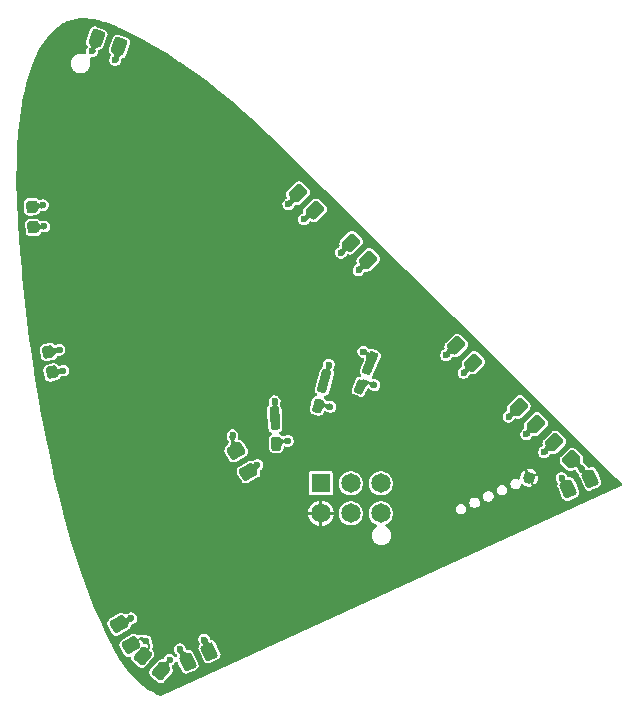
<source format=gtl>
%TF.GenerationSoftware,KiCad,Pcbnew,9.0.6-rc1-2-g790dee114b*%
%TF.CreationDate,2025-10-17T23:20:01-04:00*%
%TF.ProjectId,MetamerBoard,4d657461-6d65-4724-926f-6172642e6b69,rev?*%
%TF.SameCoordinates,Original*%
%TF.FileFunction,Copper,L1,Top*%
%TF.FilePolarity,Positive*%
%FSLAX45Y45*%
G04 Gerber Fmt 4.5, Leading zero omitted, Abs format (unit mm)*
G04 Created by KiCad (PCBNEW 9.0.6-rc1-2-g790dee114b) date 2025-10-17 23:20:01*
%MOMM*%
%LPD*%
G01*
G04 APERTURE LIST*
G04 Aperture macros list*
%AMRoundRect*
0 Rectangle with rounded corners*
0 $1 Rounding radius*
0 $2 $3 $4 $5 $6 $7 $8 $9 X,Y pos of 4 corners*
0 Add a 4 corners polygon primitive as box body*
4,1,4,$2,$3,$4,$5,$6,$7,$8,$9,$2,$3,0*
0 Add four circle primitives for the rounded corners*
1,1,$1+$1,$2,$3*
1,1,$1+$1,$4,$5*
1,1,$1+$1,$6,$7*
1,1,$1+$1,$8,$9*
0 Add four rect primitives between the rounded corners*
20,1,$1+$1,$2,$3,$4,$5,0*
20,1,$1+$1,$4,$5,$6,$7,0*
20,1,$1+$1,$6,$7,$8,$9,0*
20,1,$1+$1,$8,$9,$2,$3,0*%
G04 Aperture macros list end*
%TA.AperFunction,ComponentPad*%
%ADD10C,1.016000*%
%TD*%
%TA.AperFunction,SMDPad,CuDef*%
%ADD11RoundRect,0.250000X-0.552211X0.056458X-0.227211X-0.506458X0.552211X-0.056458X0.227211X0.506458X0*%
%TD*%
%TA.AperFunction,SMDPad,CuDef*%
%ADD12RoundRect,0.250000X-0.109125X-0.544258X0.482349X-0.274707X0.109125X0.544258X-0.482349X0.274707X0*%
%TD*%
%TA.AperFunction,SMDPad,CuDef*%
%ADD13RoundRect,0.250000X-0.548008X-0.088388X-0.088388X-0.548008X0.548008X0.088388X0.088388X0.548008X0*%
%TD*%
%TA.AperFunction,SMDPad,CuDef*%
%ADD14RoundRect,0.250000X0.548008X0.088388X0.088388X0.548008X-0.548008X-0.088388X-0.088388X-0.548008X0*%
%TD*%
%TA.AperFunction,SMDPad,CuDef*%
%ADD15RoundRect,0.250000X0.459309X0.311705X-0.151491X0.534018X-0.459309X-0.311705X0.151491X-0.534018X0*%
%TD*%
%TA.AperFunction,SMDPad,CuDef*%
%ADD16RoundRect,0.237500X0.256976X-0.270233X0.216866X0.303367X-0.256976X0.270233X-0.216866X-0.303367X0*%
%TD*%
%TA.AperFunction,SMDPad,CuDef*%
%ADD17RoundRect,0.237500X0.283816X-0.241891X0.183968X0.324374X-0.283816X0.241891X-0.183968X-0.324374X0*%
%TD*%
%TA.AperFunction,SMDPad,CuDef*%
%ADD18RoundRect,0.250000X0.538219X0.135814X0.040290X0.553626X-0.538219X-0.135814X-0.040290X-0.553626X0*%
%TD*%
%TA.AperFunction,SMDPad,CuDef*%
%ADD19RoundRect,0.250000X-0.104372X-0.545189X0.484728X-0.270488X0.104372X0.545189X-0.484728X0.270488X0*%
%TD*%
%TA.AperFunction,SMDPad,CuDef*%
%ADD20RoundRect,0.200000X-0.013870X-0.824504X0.400240X0.720977X0.013870X0.824504X-0.400240X-0.720977X0*%
%TD*%
%TA.AperFunction,SMDPad,CuDef*%
%ADD21RoundRect,0.200000X0.089658X-0.438134X0.296713X0.334607X-0.089658X0.438134X-0.296713X-0.334607X0*%
%TD*%
%TA.AperFunction,SMDPad,CuDef*%
%ADD22RoundRect,0.200000X0.241595X-0.788436X0.157857X0.809371X-0.241595X0.788436X-0.157857X-0.809371X0*%
%TD*%
%TA.AperFunction,SMDPad,CuDef*%
%ADD23RoundRect,0.200000X0.220660X-0.388985X0.178792X0.409919X-0.220660X0.388985X-0.178792X-0.409919X0*%
%TD*%
%TA.AperFunction,SMDPad,CuDef*%
%ADD24RoundRect,0.200000X-0.128484X-0.814550X0.496686X0.658258X0.128484X0.814550X-0.496686X-0.658258X0*%
%TD*%
%TA.AperFunction,SMDPad,CuDef*%
%ADD25RoundRect,0.200000X0.027809X-0.446348X0.340393X0.290056X-0.027809X0.446348X-0.340393X-0.290056X0*%
%TD*%
%TA.AperFunction,ComponentPad*%
%ADD26R,1.650000X1.650000*%
%TD*%
%TA.AperFunction,ComponentPad*%
%ADD27C,1.650000*%
%TD*%
%TA.AperFunction,ViaPad*%
%ADD28C,0.600000*%
%TD*%
%TA.AperFunction,ViaPad*%
%ADD29C,0.500000*%
%TD*%
%TA.AperFunction,Conductor*%
%ADD30C,0.200000*%
%TD*%
%TA.AperFunction,Conductor*%
%ADD31C,0.300000*%
%TD*%
G04 APERTURE END LIST*
D10*
%TO.P,P1,6,Pin_6*%
%TO.N,GND*%
X16615954Y-11521803D03*
%TD*%
D11*
%TO.P,D16,1,K*%
%TO.N,Net-(D16-K)*%
X14136350Y-11296220D03*
%TO.P,D16,2,A*%
%TO.N,VCC3V3*%
X14238850Y-11473755D03*
%TD*%
D12*
%TO.P,D12,1,K*%
%TO.N,Net-(D12-K)*%
X16947118Y-11616976D03*
%TO.P,D12,2,A*%
%TO.N,VCC3V3*%
X17133660Y-11531963D03*
%TD*%
D13*
%TO.P,D11,1,K*%
%TO.N,Net-(D11-K)*%
X16827911Y-11221991D03*
%TO.P,D11,2,A*%
%TO.N,VCC3V3*%
X16972867Y-11366948D03*
%TD*%
D14*
%TO.P,D10,1,K*%
%TO.N,Net-(D10-K)*%
X16672867Y-11066948D03*
%TO.P,D10,2,A*%
%TO.N,VCC3V3*%
X16527911Y-10921991D03*
%TD*%
%TO.P,D9,1,K*%
%TO.N,Net-(D9-K)*%
X16142867Y-10546948D03*
%TO.P,D9,2,A*%
%TO.N,VCC3V3*%
X15997911Y-10401991D03*
%TD*%
%TO.P,D8,1,K*%
%TO.N,Net-(D8-K)*%
X15252867Y-9676948D03*
%TO.P,D8,2,A*%
%TO.N,VCC3V3*%
X15107911Y-9531991D03*
%TD*%
D13*
%TO.P,D7,1,K*%
%TO.N,Net-(D7-K)*%
X14657911Y-9111991D03*
%TO.P,D7,2,A*%
%TO.N,VCC3V3*%
X14802867Y-9256948D03*
%TD*%
D15*
%TO.P,D6,1,K*%
%TO.N,Net-(D6-K)*%
X13146707Y-7869527D03*
%TO.P,D6,2,A*%
%TO.N,VCC3V3*%
X12954070Y-7799412D03*
%TD*%
D16*
%TO.P,D5,1,K*%
%TO.N,Net-(D5-K)*%
X12416498Y-9401756D03*
%TO.P,D5,2,A*%
%TO.N,VCC3V3*%
X12404290Y-9227183D03*
%TD*%
D17*
%TO.P,D4,1,K*%
%TO.N,Net-(D4-K)*%
X12575583Y-10630640D03*
%TO.P,D4,2,A*%
%TO.N,VCC3V3*%
X12545195Y-10458299D03*
%TD*%
D11*
%TO.P,D3,1,K*%
%TO.N,Net-(D3-K)*%
X13144139Y-12763202D03*
%TO.P,D3,2,A*%
%TO.N,VCC3V3*%
X13246639Y-12940737D03*
%TD*%
D18*
%TO.P,D2,1,K*%
%TO.N,Net-(D2-K)*%
X13498909Y-13160355D03*
%TO.P,D2,2,A*%
%TO.N,VCC3V3*%
X13341869Y-13028584D03*
%TD*%
D19*
%TO.P,D1,1,K*%
%TO.N,Net-(D1-K)*%
X13722492Y-13080288D03*
%TO.P,D1,2,A*%
%TO.N,VCC3V3*%
X13908285Y-12993651D03*
%TD*%
D20*
%TO.P,D14,1,K*%
%TO.N,Net-(D14-K)*%
X14882015Y-10704989D03*
D21*
%TO.P,D14,2,A*%
%TO.N,VCC3V3*%
X14826369Y-10912663D03*
%TD*%
D22*
%TO.P,D15,1,K*%
%TO.N,Net-(D15-K)*%
X14461911Y-11017210D03*
D23*
%TO.P,D15,2,A*%
%TO.N,VCC3V3*%
X14473164Y-11231914D03*
%TD*%
D24*
%TO.P,D13,1,K*%
%TO.N,Net-(D13-K)*%
X15270477Y-10553160D03*
D25*
%TO.P,D13,2,A*%
%TO.N,VCC3V3*%
X15186470Y-10751069D03*
%TD*%
D26*
%TO.P,J1,1,Pin_1*%
%TO.N,VCC3V3*%
X14851389Y-11569469D03*
D27*
%TO.P,J1,2,Pin_2*%
%TO.N,GND*%
X14851389Y-11823469D03*
%TO.P,J1,3,Pin_3*%
%TO.N,/BADGE_SDA*%
X15105389Y-11569469D03*
%TO.P,J1,4,Pin_4*%
%TO.N,/BADGE_SCL*%
X15105389Y-11823469D03*
%TO.P,J1,5,Pin_5*%
%TO.N,/GPIO1*%
X15359389Y-11569469D03*
%TO.P,J1,6,Pin_6*%
%TO.N,/GPIO2*%
X15359389Y-11823469D03*
%TD*%
D28*
%TO.N,GND*%
X13280389Y-11559469D03*
X13620389Y-10464470D03*
X16070389Y-11474469D03*
X14145389Y-12044469D03*
%TO.N,VCC3V3*%
X17060389Y-11444469D03*
X14932889Y-10921970D03*
X12639133Y-10437204D03*
X15305389Y-10736970D03*
X13862889Y-12891969D03*
X12497833Y-9214908D03*
X14708458Y-9333681D03*
X14312889Y-11414469D03*
X16441897Y-11004470D03*
X12913053Y-7912645D03*
X15911897Y-10484470D03*
X15021897Y-9615977D03*
X14572889Y-11209469D03*
X13370389Y-12904469D03*
%TO.N,GND*%
X15517859Y-10881940D03*
X14832889Y-10541970D03*
X13587889Y-9569470D03*
X16215389Y-11214469D03*
X14407889Y-11414469D03*
D29*
X13995918Y-10248101D03*
D28*
X14200389Y-11161970D03*
X13645389Y-11769469D03*
X13560389Y-10739470D03*
X16597889Y-11276969D03*
X12642889Y-9331970D03*
X15137889Y-10511970D03*
X15350389Y-10656970D03*
X14445389Y-12394469D03*
X15753389Y-10757470D03*
D29*
X13956586Y-10356165D03*
D28*
X13945389Y-11774469D03*
X13779389Y-12855469D03*
X16755389Y-11399469D03*
X14952889Y-10831970D03*
X14565389Y-10874470D03*
D29*
X13887853Y-10208768D03*
D28*
X13580389Y-12944469D03*
X12985389Y-8004469D03*
X12805389Y-10646970D03*
X13280389Y-12544469D03*
D29*
X14103982Y-10287433D03*
X14035250Y-10140036D03*
D28*
%TO.N,Net-(D1-K)*%
X13657889Y-12974469D03*
%TO.N,Net-(D2-K)*%
X13570389Y-13064469D03*
%TO.N,Net-(D3-K)*%
X13245389Y-12711969D03*
%TO.N,Net-(D4-K)*%
X12670389Y-10614470D03*
%TO.N,Net-(D5-K)*%
X12510389Y-9394470D03*
%TO.N,Net-(D6-K)*%
X13110389Y-7984469D03*
%TO.N,Net-(D7-K)*%
X14576767Y-9206401D03*
%TO.N,Net-(D8-K)*%
X15170389Y-9764470D03*
%TO.N,Net-(D9-K)*%
X16060389Y-10634470D03*
%TO.N,Net-(D10-K)*%
X16590389Y-11152963D03*
%TO.N,Net-(D11-K)*%
X16741897Y-11304469D03*
%TO.N,Net-(D12-K)*%
X16890389Y-11524469D03*
%TO.N,Net-(D13-K)*%
X15210389Y-10454470D03*
%TO.N,Net-(D14-K)*%
X14920389Y-10564470D03*
%TO.N,Net-(D15-K)*%
X14460389Y-10874470D03*
%TO.N,Net-(D16-K)*%
X14103566Y-11161970D03*
%TO.N,GND*%
X14652889Y-11231969D03*
X15735389Y-11331469D03*
X16513389Y-11442469D03*
%TD*%
D30*
%TO.N,Net-(D3-K)*%
X13166728Y-12752328D02*
G75*
G03*
X13212548Y-12730930I-100229J274378D01*
G01*
%TO.N,Net-(D2-K)*%
X13512882Y-13132523D02*
G75*
G03*
X13551298Y-13087220I-4348122J3726103D01*
G01*
%TO.N,Net-(D1-K)*%
X13677995Y-13017585D02*
G75*
G03*
X13704528Y-13061081I207655J96836D01*
G01*
%TO.N,VCC3V3*%
X14240389Y-11461969D02*
X14312889Y-11414469D01*
X16974635Y-11368715D02*
X17014991Y-11399071D01*
X12428825Y-9219734D02*
X12497833Y-9214908D01*
X15210582Y-10698075D02*
X15305389Y-10736970D01*
X13299671Y-12896431D02*
X13311978Y-12889325D01*
X15207889Y-10696970D02*
X15210086Y-10697871D01*
X13347615Y-13033404D02*
X13387214Y-12988101D01*
X15210086Y-10697871D02*
X15210582Y-10698075D01*
X13398080Y-12953705D02*
X13398093Y-12953650D01*
X13252889Y-12915402D02*
X13299671Y-12896431D01*
X17060389Y-11444469D02*
X17085271Y-11499068D01*
X17014991Y-11399071D02*
X17060389Y-11444469D01*
X14474396Y-11214394D02*
X14572889Y-11209469D01*
X12913053Y-7912645D02*
X12937143Y-7846460D01*
X13370389Y-12904469D02*
X13394677Y-12936853D01*
X13391558Y-12979789D02*
X13398080Y-12953705D01*
X15911897Y-10484470D02*
X15996143Y-10400224D01*
X13329406Y-12888077D02*
X13370389Y-12904469D01*
D31*
X13862889Y-12891969D02*
X13890926Y-12952094D01*
D30*
X13387214Y-12988101D02*
X13387269Y-12988037D01*
X14708458Y-9333681D02*
X14794029Y-9248110D01*
X14845389Y-10894470D02*
X14932889Y-10921970D01*
X16441897Y-11004470D02*
X16526143Y-10920224D01*
X12569040Y-10449564D02*
X12639133Y-10437204D01*
X15021897Y-9615977D02*
X15106143Y-9531731D01*
X13394677Y-12936853D02*
G75*
G02*
X13398091Y-12953650I-15997J-11997D01*
G01*
X13391559Y-12979790D02*
G75*
G02*
X13387269Y-12988037I-19399J4850D01*
G01*
X13311978Y-12889325D02*
G75*
G02*
X13329407Y-12888075I10002J-17325D01*
G01*
%TO.N,Net-(D1-K)*%
X13677995Y-13017585D02*
X13657889Y-12974469D01*
%TO.N,Net-(D2-K)*%
X13551298Y-13087220D02*
X13570389Y-13064469D01*
%TO.N,Net-(D3-K)*%
X13245389Y-12711969D02*
X13212548Y-12730930D01*
%TO.N,Net-(D4-K)*%
X12600296Y-10626829D02*
X12670389Y-10614470D01*
%TO.N,Net-(D5-K)*%
X12441381Y-9399296D02*
X12510389Y-9394470D01*
%TO.N,Net-(D6-K)*%
X13110389Y-7984469D02*
X13134478Y-7918284D01*
%TO.N,Net-(D7-K)*%
X14660780Y-9122389D02*
X14576767Y-9206401D01*
%TO.N,Net-(D8-K)*%
X15170389Y-9764470D02*
X15254635Y-9680223D01*
%TO.N,Net-(D9-K)*%
X16060389Y-10634470D02*
X16144635Y-10550223D01*
%TO.N,Net-(D10-K)*%
X16590389Y-11152962D02*
X16674635Y-11068716D01*
%TO.N,Net-(D11-K)*%
X16741897Y-11304469D02*
X16826143Y-11220223D01*
%TO.N,Net-(D12-K)*%
X16890389Y-11524469D02*
X16914317Y-11576976D01*
%TO.N,Net-(D13-K)*%
X15265410Y-10477825D02*
X15297680Y-10491378D01*
X15210389Y-10454470D02*
X15265410Y-10477825D01*
%TO.N,Net-(D14-K)*%
X14902877Y-10629828D02*
X14920389Y-10564470D01*
%TO.N,Net-(D15-K)*%
X14460389Y-10874470D02*
X14463771Y-10939005D01*
%TO.N,Net-(D16-K)*%
X14103566Y-11209398D02*
X14103566Y-11161970D01*
X14147601Y-11315705D02*
G75*
G02*
X14103569Y-11209398I106309J106305D01*
G01*
%TD*%
%TA.AperFunction,Conductor*%
%TO.N,GND*%
G36*
X12856021Y-7629996D02*
G01*
X12913340Y-7635041D01*
X12914956Y-7635291D01*
X12921273Y-7636703D01*
X12982383Y-7650355D01*
X12983492Y-7650657D01*
X13060381Y-7675525D01*
X13061188Y-7675817D01*
X13133134Y-7704720D01*
X13146157Y-7709952D01*
X13146772Y-7710218D01*
X13238615Y-7753010D01*
X13239099Y-7753249D01*
X13336705Y-7804071D01*
X13337103Y-7804288D01*
X13439408Y-7862505D01*
X13439755Y-7862710D01*
X13545728Y-7927690D01*
X13546038Y-7927886D01*
X13654671Y-7998999D01*
X13654954Y-7999190D01*
X13765255Y-8075812D01*
X13765521Y-8076001D01*
X13794276Y-8097119D01*
X13876487Y-8157497D01*
X13876738Y-8157686D01*
X13928090Y-8197480D01*
X13987383Y-8243428D01*
X13987635Y-8243628D01*
X14096975Y-8332988D01*
X14097228Y-8333200D01*
X14204280Y-8425549D01*
X14204539Y-8425778D01*
X14308312Y-8520476D01*
X14308582Y-8520730D01*
X14408408Y-8617445D01*
X14408473Y-8617508D01*
X15358229Y-9551171D01*
X15575239Y-9764504D01*
X15575239Y-9764504D01*
X16382954Y-10558545D01*
X17350850Y-11520247D01*
X17350870Y-11520283D01*
X17350878Y-11520275D01*
X17399292Y-11568690D01*
X17402641Y-11574823D01*
X17402142Y-11581792D01*
X17397955Y-11587385D01*
X17395672Y-11588739D01*
X13499187Y-13366976D01*
X13496083Y-13367422D01*
X13493011Y-13368053D01*
X13492501Y-13367936D01*
X13492271Y-13367969D01*
X13489572Y-13367263D01*
X13471393Y-13360243D01*
X13471021Y-13360092D01*
X13464543Y-13357346D01*
X13463940Y-13357072D01*
X13443649Y-13347161D01*
X13443145Y-13346901D01*
X13428886Y-13339110D01*
X13428517Y-13338900D01*
X13411473Y-13328815D01*
X13411094Y-13328581D01*
X13391723Y-13316158D01*
X13391337Y-13315900D01*
X13369930Y-13301008D01*
X13369536Y-13300722D01*
X13346377Y-13283224D01*
X13345979Y-13282910D01*
X13328192Y-13268292D01*
X13321343Y-13262664D01*
X13320945Y-13262322D01*
X13295114Y-13239189D01*
X13294716Y-13238817D01*
X13267973Y-13212661D01*
X13267580Y-13212259D01*
X13267421Y-13212088D01*
X13240198Y-13182931D01*
X13239819Y-13182506D01*
X13235910Y-13177907D01*
X13399701Y-13177907D01*
X13400915Y-13182935D01*
X13402888Y-13191108D01*
X13409824Y-13202784D01*
X13409824Y-13202784D01*
X13411972Y-13204959D01*
X13470079Y-13253716D01*
X13472594Y-13255454D01*
X13485296Y-13260257D01*
X13498850Y-13261103D01*
X13512051Y-13257916D01*
X13523727Y-13250980D01*
X13525902Y-13248832D01*
X13590729Y-13171574D01*
X13592466Y-13169060D01*
X13597270Y-13156357D01*
X13598116Y-13142803D01*
X13594929Y-13129602D01*
X13591828Y-13124381D01*
X13590096Y-13117612D01*
X13592299Y-13110982D01*
X13596288Y-13107309D01*
X13601120Y-13104519D01*
X13610439Y-13095201D01*
X13617028Y-13083788D01*
X13622085Y-13078966D01*
X13628946Y-13077644D01*
X13635432Y-13080241D01*
X13639005Y-13084748D01*
X13644296Y-13096094D01*
X13672397Y-13156357D01*
X13673520Y-13158765D01*
X13675064Y-13161401D01*
X13675064Y-13161402D01*
X13684546Y-13171123D01*
X13684546Y-13171123D01*
X13684547Y-13171123D01*
X13696473Y-13177618D01*
X13703069Y-13178951D01*
X13709784Y-13180309D01*
X13709784Y-13180309D01*
X13709784Y-13180309D01*
X13723297Y-13178957D01*
X13726176Y-13177929D01*
X13794922Y-13145872D01*
X13797560Y-13144328D01*
X13807282Y-13134845D01*
X13813777Y-13122919D01*
X13816009Y-13111877D01*
X13816468Y-13109608D01*
X13815958Y-13104520D01*
X13815115Y-13096095D01*
X13814088Y-13093216D01*
X13771465Y-13001812D01*
X13771465Y-13001811D01*
X13769921Y-12999174D01*
X13769921Y-12999174D01*
X13760439Y-12989453D01*
X13760438Y-12989453D01*
X13760438Y-12989452D01*
X13750390Y-12983980D01*
X13748512Y-12982958D01*
X13735201Y-12980267D01*
X13735201Y-12980267D01*
X13721574Y-12981630D01*
X13714707Y-12980339D01*
X13709628Y-12975540D01*
X13707939Y-12969292D01*
X13707939Y-12967880D01*
X13707939Y-12967880D01*
X13704528Y-12955151D01*
X13697939Y-12943738D01*
X13688620Y-12934419D01*
X13681336Y-12930214D01*
X13677208Y-12927830D01*
X13666031Y-12924835D01*
X13664478Y-12924419D01*
X13651300Y-12924419D01*
X13638570Y-12927830D01*
X13627158Y-12934419D01*
X13627157Y-12934420D01*
X13617839Y-12943738D01*
X13617839Y-12943738D01*
X13611250Y-12955151D01*
X13609714Y-12960883D01*
X13607839Y-12967880D01*
X13607839Y-12981059D01*
X13608233Y-12982528D01*
X13611250Y-12993788D01*
X13613584Y-12997830D01*
X13617839Y-13005201D01*
X13627158Y-13014519D01*
X13627158Y-13014520D01*
X13627158Y-13014520D01*
X13629351Y-13015786D01*
X13629868Y-13016328D01*
X13630571Y-13016589D01*
X13632246Y-13018822D01*
X13634173Y-13020842D01*
X13634314Y-13021578D01*
X13634764Y-13022178D01*
X13634966Y-13024962D01*
X13635495Y-13027703D01*
X13635229Y-13028572D01*
X13635271Y-13029146D01*
X13634041Y-13032455D01*
X13632799Y-13034735D01*
X13627864Y-13039682D01*
X13621039Y-13041175D01*
X13614490Y-13038740D01*
X13611171Y-13035005D01*
X13610439Y-13033738D01*
X13601120Y-13024419D01*
X13594829Y-13020787D01*
X13589708Y-13017830D01*
X13582077Y-13015786D01*
X13576978Y-13014419D01*
X13563800Y-13014419D01*
X13551070Y-13017830D01*
X13539658Y-13024419D01*
X13539657Y-13024420D01*
X13530339Y-13033738D01*
X13530339Y-13033738D01*
X13523750Y-13045151D01*
X13522158Y-13051092D01*
X13518521Y-13057058D01*
X13512236Y-13060111D01*
X13509408Y-13060259D01*
X13504673Y-13059963D01*
X13498967Y-13059607D01*
X13498967Y-13059607D01*
X13498967Y-13059607D01*
X13490639Y-13061617D01*
X13485766Y-13062794D01*
X13474090Y-13069730D01*
X13471916Y-13071877D01*
X13407088Y-13149137D01*
X13405351Y-13151650D01*
X13400547Y-13164353D01*
X13399719Y-13177618D01*
X13399701Y-13177907D01*
X13235910Y-13177907D01*
X13212080Y-13149869D01*
X13211707Y-13149408D01*
X13187442Y-13117926D01*
X13183893Y-13113322D01*
X13183536Y-13112835D01*
X13155683Y-13072807D01*
X13155516Y-13072560D01*
X13155213Y-13072101D01*
X13154928Y-13071649D01*
X13154795Y-13071428D01*
X13154531Y-13070967D01*
X13084567Y-12942252D01*
X13081600Y-12936795D01*
X13145891Y-12936795D01*
X13145891Y-12936795D01*
X13148415Y-12950138D01*
X13149690Y-12952916D01*
X13149690Y-12952917D01*
X13187616Y-13018606D01*
X13187617Y-13018608D01*
X13189385Y-13021100D01*
X13189386Y-13021101D01*
X13191559Y-13022971D01*
X13199679Y-13029959D01*
X13212126Y-13035389D01*
X13216625Y-13035896D01*
X13225621Y-13036910D01*
X13225621Y-13036910D01*
X13225621Y-13036910D01*
X13228197Y-13036423D01*
X13235150Y-13037110D01*
X13240627Y-13041448D01*
X13242556Y-13045697D01*
X13242662Y-13046136D01*
X13242662Y-13046136D01*
X13243858Y-13051092D01*
X13245849Y-13059337D01*
X13252785Y-13071012D01*
X13252785Y-13071012D01*
X13254933Y-13073187D01*
X13313040Y-13121945D01*
X13315555Y-13123682D01*
X13328257Y-13128486D01*
X13341811Y-13129332D01*
X13355012Y-13126145D01*
X13366688Y-13119209D01*
X13368863Y-13117061D01*
X13433690Y-13039803D01*
X13435427Y-13037288D01*
X13440231Y-13024586D01*
X13441077Y-13011032D01*
X13437890Y-12997830D01*
X13430954Y-12986155D01*
X13428806Y-12983980D01*
X13428694Y-12983887D01*
X13428679Y-12983863D01*
X13428592Y-12983783D01*
X13428612Y-12983762D01*
X13427790Y-12982528D01*
X13426514Y-12981510D01*
X13425895Y-12979679D01*
X13424824Y-12978070D01*
X13424776Y-12976372D01*
X13424276Y-12974891D01*
X13424636Y-12971380D01*
X13425858Y-12966491D01*
X13425916Y-12966317D01*
X13426117Y-12965505D01*
X13426331Y-12964820D01*
X13426414Y-12964468D01*
X13426414Y-12964468D01*
X13427263Y-12960877D01*
X13427292Y-12960758D01*
X13428192Y-12957157D01*
X13428192Y-12957131D01*
X13428372Y-12956405D01*
X13428392Y-12956324D01*
X13428393Y-12956322D01*
X13428394Y-12956317D01*
X13428606Y-12955462D01*
X13428839Y-12944333D01*
X13426622Y-12933426D01*
X13422063Y-12923271D01*
X13422063Y-12923271D01*
X13422063Y-12923271D01*
X13421711Y-12922676D01*
X13421825Y-12922609D01*
X13419627Y-12916759D01*
X13420016Y-12912636D01*
X13420043Y-12912538D01*
X13420439Y-12911059D01*
X13420439Y-12897880D01*
X13417090Y-12885380D01*
X13812839Y-12885380D01*
X13812839Y-12898559D01*
X13816188Y-12911059D01*
X13816250Y-12911288D01*
X13816250Y-12911288D01*
X13820600Y-12918824D01*
X13821286Y-12920010D01*
X13822142Y-12921830D01*
X13824051Y-12924414D01*
X13824313Y-12924835D01*
X13825119Y-12927743D01*
X13826155Y-12930576D01*
X13826043Y-12931075D01*
X13826180Y-12931568D01*
X13825287Y-12934450D01*
X13824627Y-12937394D01*
X13824145Y-12938134D01*
X13824111Y-12938242D01*
X13824030Y-12938310D01*
X13823667Y-12938868D01*
X13823496Y-12939093D01*
X13817001Y-12951020D01*
X13814310Y-12964331D01*
X13815662Y-12977844D01*
X13815663Y-12977844D01*
X13816690Y-12980722D01*
X13816690Y-12980723D01*
X13824667Y-12997830D01*
X13858880Y-13071200D01*
X13859313Y-13072128D01*
X13860857Y-13074764D01*
X13860857Y-13074765D01*
X13870339Y-13084486D01*
X13870339Y-13084486D01*
X13870340Y-13084486D01*
X13882266Y-13090981D01*
X13888862Y-13092315D01*
X13895577Y-13093672D01*
X13895577Y-13093672D01*
X13895577Y-13093672D01*
X13909090Y-13092320D01*
X13911969Y-13091293D01*
X13980715Y-13059236D01*
X13983353Y-13057691D01*
X13993075Y-13048208D01*
X13999570Y-13036282D01*
X14001582Y-13026326D01*
X14002261Y-13022971D01*
X14002181Y-13022178D01*
X14000908Y-13009458D01*
X13999881Y-13006579D01*
X13957258Y-12915175D01*
X13957258Y-12915174D01*
X13955714Y-12912538D01*
X13955714Y-12912537D01*
X13946232Y-12902816D01*
X13946231Y-12902816D01*
X13946231Y-12902816D01*
X13937169Y-12897880D01*
X13934305Y-12896321D01*
X13922506Y-12893936D01*
X13921327Y-12893314D01*
X13920003Y-12893146D01*
X13918296Y-12891716D01*
X13916325Y-12890678D01*
X13915550Y-12889417D01*
X13914647Y-12888660D01*
X13913851Y-12886654D01*
X13913126Y-12885475D01*
X13912852Y-12884596D01*
X13912833Y-12884458D01*
X13912750Y-12883927D01*
X13912740Y-12883866D01*
X13912190Y-12882474D01*
X13912054Y-12882038D01*
X13912053Y-12881975D01*
X13911913Y-12881553D01*
X13911873Y-12881404D01*
X13909528Y-12872651D01*
X13902939Y-12861238D01*
X13893620Y-12851919D01*
X13887462Y-12848364D01*
X13882208Y-12845330D01*
X13875619Y-12843565D01*
X13869478Y-12841919D01*
X13856300Y-12841919D01*
X13843570Y-12845330D01*
X13832158Y-12851919D01*
X13832157Y-12851920D01*
X13822839Y-12861238D01*
X13822839Y-12861238D01*
X13816250Y-12872651D01*
X13814838Y-12877921D01*
X13812839Y-12885380D01*
X13417090Y-12885380D01*
X13417028Y-12885151D01*
X13410439Y-12873738D01*
X13401120Y-12864419D01*
X13395414Y-12861125D01*
X13389708Y-12857830D01*
X13383343Y-12856125D01*
X13376978Y-12854419D01*
X13363800Y-12854419D01*
X13363800Y-12854419D01*
X13362994Y-12854525D01*
X13362989Y-12854488D01*
X13362280Y-12854609D01*
X13352944Y-12855333D01*
X13350060Y-12855220D01*
X13343210Y-12854143D01*
X13342797Y-12854071D01*
X13337375Y-12853028D01*
X13335864Y-12852795D01*
X13335693Y-12852775D01*
X13334160Y-12852655D01*
X13328113Y-12852408D01*
X13325650Y-12852455D01*
X13325649Y-12852455D01*
X13325648Y-12852455D01*
X13325647Y-12852455D01*
X13325369Y-12852477D01*
X13325368Y-12852477D01*
X13325368Y-12852477D01*
X13322925Y-12852820D01*
X13322925Y-12852820D01*
X13322925Y-12852820D01*
X13316890Y-12854040D01*
X13315993Y-12854221D01*
X13315991Y-12854222D01*
X13313775Y-12854800D01*
X13313771Y-12854801D01*
X13313528Y-12854879D01*
X13313527Y-12854880D01*
X13311387Y-12855702D01*
X13310096Y-12856283D01*
X13303175Y-12857238D01*
X13296920Y-12854374D01*
X13293599Y-12851515D01*
X13283453Y-12847089D01*
X13281151Y-12846085D01*
X13267657Y-12844564D01*
X13267656Y-12844564D01*
X13254313Y-12847089D01*
X13251535Y-12848363D01*
X13251534Y-12848364D01*
X13164194Y-12898789D01*
X13164192Y-12898791D01*
X13161701Y-12900558D01*
X13161700Y-12900559D01*
X13152842Y-12910852D01*
X13152842Y-12910853D01*
X13147411Y-12923299D01*
X13147411Y-12923300D01*
X13145891Y-12936795D01*
X13081600Y-12936795D01*
X13067499Y-12910852D01*
X13040123Y-12860488D01*
X13039713Y-12859662D01*
X12999701Y-12770858D01*
X12996561Y-12763888D01*
X12994475Y-12759259D01*
X13043391Y-12759259D01*
X13043391Y-12759260D01*
X13045915Y-12772603D01*
X13047190Y-12775381D01*
X13047190Y-12775382D01*
X13085116Y-12841071D01*
X13085117Y-12841073D01*
X13086885Y-12843565D01*
X13086886Y-12843565D01*
X13088046Y-12844564D01*
X13097179Y-12852423D01*
X13109626Y-12857854D01*
X13116374Y-12858614D01*
X13123121Y-12859375D01*
X13123121Y-12859375D01*
X13136465Y-12856850D01*
X13136465Y-12856850D01*
X13136465Y-12856850D01*
X13139243Y-12855575D01*
X13226585Y-12805149D01*
X13229078Y-12803380D01*
X13237936Y-12793086D01*
X13243367Y-12780639D01*
X13244300Y-12772356D01*
X13244929Y-12770858D01*
X13245069Y-12769239D01*
X13246255Y-12767703D01*
X13247006Y-12765915D01*
X13248390Y-12764938D01*
X13249339Y-12763708D01*
X13251763Y-12762557D01*
X13252462Y-12762063D01*
X13253064Y-12761849D01*
X13253159Y-12761834D01*
X13253811Y-12761582D01*
X13253959Y-12761530D01*
X13254011Y-12761527D01*
X13254907Y-12761234D01*
X13264708Y-12758609D01*
X13276120Y-12752019D01*
X13285439Y-12742701D01*
X13292028Y-12731288D01*
X13295439Y-12718559D01*
X13295439Y-12705380D01*
X13292028Y-12692651D01*
X13285439Y-12681238D01*
X13276120Y-12671919D01*
X13267650Y-12667029D01*
X13264708Y-12665330D01*
X13258343Y-12663625D01*
X13251978Y-12661919D01*
X13238800Y-12661919D01*
X13226070Y-12665330D01*
X13214658Y-12671919D01*
X13214657Y-12671920D01*
X13210789Y-12675788D01*
X13204656Y-12679137D01*
X13197687Y-12678638D01*
X13193932Y-12676419D01*
X13191099Y-12673980D01*
X13191099Y-12673980D01*
X13186376Y-12671919D01*
X13178651Y-12668549D01*
X13165157Y-12667029D01*
X13165156Y-12667029D01*
X13151813Y-12669554D01*
X13149035Y-12670828D01*
X13149034Y-12670829D01*
X13061694Y-12721254D01*
X13061692Y-12721255D01*
X13059201Y-12723023D01*
X13059200Y-12723024D01*
X13050342Y-12733317D01*
X13050342Y-12733317D01*
X13044911Y-12745764D01*
X13044911Y-12745765D01*
X13043391Y-12759259D01*
X12994475Y-12759259D01*
X12934339Y-12625791D01*
X12934057Y-12625113D01*
X12907187Y-12554597D01*
X12837236Y-12371019D01*
X12837037Y-12370458D01*
X12748642Y-12100059D01*
X12748500Y-12099592D01*
X12668369Y-11816793D01*
X12668264Y-11816396D01*
X12667515Y-11813369D01*
X12666872Y-11810769D01*
X14744155Y-11810769D01*
X14797852Y-11810769D01*
X14796389Y-11816229D01*
X14796389Y-11830710D01*
X14797852Y-11836169D01*
X14744155Y-11836169D01*
X14746146Y-11848736D01*
X14746146Y-11848736D01*
X14751394Y-11864889D01*
X14759105Y-11880022D01*
X14769087Y-11893761D01*
X14769087Y-11893761D01*
X14781097Y-11905771D01*
X14781097Y-11905771D01*
X14794837Y-11915753D01*
X14809969Y-11923464D01*
X14826122Y-11928712D01*
X14838689Y-11930703D01*
X14838689Y-11877007D01*
X14844148Y-11878469D01*
X14858630Y-11878469D01*
X14864089Y-11877007D01*
X14864089Y-11930703D01*
X14876655Y-11928712D01*
X14892809Y-11923464D01*
X14907941Y-11915753D01*
X14921680Y-11905771D01*
X14921681Y-11905771D01*
X14933691Y-11893761D01*
X14933691Y-11893761D01*
X14943673Y-11880022D01*
X14951384Y-11864889D01*
X14956632Y-11848736D01*
X14956632Y-11848736D01*
X14958622Y-11836169D01*
X14904926Y-11836169D01*
X14906389Y-11830710D01*
X14906389Y-11816229D01*
X14905623Y-11813369D01*
X15002839Y-11813369D01*
X15002839Y-11833570D01*
X15006780Y-11853381D01*
X15006780Y-11853382D01*
X15014510Y-11872045D01*
X15014511Y-11872046D01*
X15025733Y-11888841D01*
X15040017Y-11903125D01*
X15056813Y-11914348D01*
X15056813Y-11914348D01*
X15056813Y-11914348D01*
X15075476Y-11922079D01*
X15095288Y-11926019D01*
X15095289Y-11926019D01*
X15095289Y-11926019D01*
X15115489Y-11926019D01*
X15115489Y-11926019D01*
X15135302Y-11922079D01*
X15153965Y-11914348D01*
X15170761Y-11903125D01*
X15185045Y-11888841D01*
X15196268Y-11872045D01*
X15203998Y-11853382D01*
X15207939Y-11833570D01*
X15207939Y-11813369D01*
X15207939Y-11813369D01*
X15256839Y-11813369D01*
X15256839Y-11833570D01*
X15260780Y-11853381D01*
X15260780Y-11853382D01*
X15268510Y-11872045D01*
X15268511Y-11872046D01*
X15279733Y-11888841D01*
X15294017Y-11903125D01*
X15310813Y-11914348D01*
X15310814Y-11914348D01*
X15317881Y-11917276D01*
X15323321Y-11921660D01*
X15325528Y-11928289D01*
X15323800Y-11935059D01*
X15320025Y-11939042D01*
X15310703Y-11945271D01*
X15310702Y-11945271D01*
X15299191Y-11956783D01*
X15299190Y-11956783D01*
X15290145Y-11970320D01*
X15290145Y-11970320D01*
X15283915Y-11985361D01*
X15283915Y-11985362D01*
X15280739Y-12001329D01*
X15280739Y-12017610D01*
X15283915Y-12033577D01*
X15283915Y-12033578D01*
X15290145Y-12048618D01*
X15290145Y-12048619D01*
X15299190Y-12062156D01*
X15299191Y-12062156D01*
X15310702Y-12073668D01*
X15310703Y-12073668D01*
X15324239Y-12082713D01*
X15324240Y-12082713D01*
X15324240Y-12082713D01*
X15324240Y-12082713D01*
X15334267Y-12086866D01*
X15339281Y-12088943D01*
X15339281Y-12088943D01*
X15339282Y-12088943D01*
X15355248Y-12092119D01*
X15355248Y-12092119D01*
X15355249Y-12092119D01*
X15371529Y-12092119D01*
X15371530Y-12092119D01*
X15376852Y-12091061D01*
X15387496Y-12088943D01*
X15387497Y-12088943D01*
X15387497Y-12088943D01*
X15402538Y-12082713D01*
X15416075Y-12073668D01*
X15427587Y-12062156D01*
X15436632Y-12048619D01*
X15442863Y-12033578D01*
X15446039Y-12017610D01*
X15446039Y-12001329D01*
X15446039Y-12001329D01*
X15446039Y-12001329D01*
X15442863Y-11985362D01*
X15442863Y-11985361D01*
X15436633Y-11970320D01*
X15436633Y-11970320D01*
X15427587Y-11956783D01*
X15427587Y-11956783D01*
X15416076Y-11945271D01*
X15416075Y-11945271D01*
X15406753Y-11939042D01*
X15403691Y-11936996D01*
X15399211Y-11931635D01*
X15398340Y-11924703D01*
X15401356Y-11918400D01*
X15405835Y-11915230D01*
X15407965Y-11914348D01*
X15424761Y-11903125D01*
X15439045Y-11888841D01*
X15450268Y-11872045D01*
X15457998Y-11853382D01*
X15461939Y-11833570D01*
X15461939Y-11813369D01*
X15457998Y-11793557D01*
X15452104Y-11779328D01*
X15994028Y-11779328D01*
X15994028Y-11790939D01*
X15995974Y-11798203D01*
X15997033Y-11802156D01*
X15997033Y-11802156D01*
X16002839Y-11812211D01*
X16002839Y-11812211D01*
X16002839Y-11812211D01*
X16011050Y-11820422D01*
X16021106Y-11826228D01*
X16032322Y-11829233D01*
X16032322Y-11829233D01*
X16043934Y-11829233D01*
X16043934Y-11829233D01*
X16055150Y-11826228D01*
X16065206Y-11820422D01*
X16073417Y-11812211D01*
X16079223Y-11802155D01*
X16082228Y-11790939D01*
X16082228Y-11779328D01*
X16079223Y-11768111D01*
X16074277Y-11759546D01*
X16073417Y-11758056D01*
X16073417Y-11758055D01*
X16065206Y-11749845D01*
X16065206Y-11749844D01*
X16055150Y-11744039D01*
X16055150Y-11744039D01*
X16051411Y-11743037D01*
X16043934Y-11741033D01*
X16032322Y-11741033D01*
X16026714Y-11742536D01*
X16021106Y-11744039D01*
X16021106Y-11744039D01*
X16011050Y-11749844D01*
X16011050Y-11749845D01*
X16002839Y-11758055D01*
X16002839Y-11758056D01*
X15997033Y-11768111D01*
X15997033Y-11768111D01*
X15995933Y-11772218D01*
X15994028Y-11779328D01*
X15452104Y-11779328D01*
X15450268Y-11774894D01*
X15450267Y-11774894D01*
X15450267Y-11774893D01*
X15439045Y-11758098D01*
X15424761Y-11743814D01*
X15424761Y-11743814D01*
X15413305Y-11736159D01*
X15407965Y-11732591D01*
X15407964Y-11732591D01*
X15393650Y-11726662D01*
X16109593Y-11726662D01*
X16109593Y-11738273D01*
X16111078Y-11743814D01*
X16112598Y-11749490D01*
X16112598Y-11749490D01*
X16118404Y-11759545D01*
X16118404Y-11759545D01*
X16118404Y-11759545D01*
X16126615Y-11767756D01*
X16126615Y-11767756D01*
X16126615Y-11767756D01*
X16127230Y-11768111D01*
X16136671Y-11773562D01*
X16147887Y-11776567D01*
X16147887Y-11776567D01*
X16159499Y-11776567D01*
X16159499Y-11776567D01*
X16170715Y-11773562D01*
X16180771Y-11767756D01*
X16188982Y-11759545D01*
X16194788Y-11749489D01*
X16197793Y-11738273D01*
X16197793Y-11726662D01*
X16194788Y-11715445D01*
X16190187Y-11707476D01*
X16188982Y-11705390D01*
X16188982Y-11705389D01*
X16180771Y-11697179D01*
X16180771Y-11697178D01*
X16170715Y-11691373D01*
X16170715Y-11691373D01*
X16166976Y-11690371D01*
X16159499Y-11688367D01*
X16147887Y-11688367D01*
X16142279Y-11689870D01*
X16136671Y-11691373D01*
X16136671Y-11691373D01*
X16126615Y-11697178D01*
X16126615Y-11697179D01*
X16118404Y-11705389D01*
X16118404Y-11705390D01*
X16112598Y-11715445D01*
X16112598Y-11715445D01*
X16111138Y-11720896D01*
X16109593Y-11726662D01*
X15393650Y-11726662D01*
X15389302Y-11724860D01*
X15389301Y-11724860D01*
X15369490Y-11720919D01*
X15369489Y-11720919D01*
X15349289Y-11720919D01*
X15349288Y-11720919D01*
X15329477Y-11724860D01*
X15329476Y-11724860D01*
X15310814Y-11732591D01*
X15310813Y-11732591D01*
X15294017Y-11743814D01*
X15279733Y-11758098D01*
X15268511Y-11774893D01*
X15268510Y-11774894D01*
X15260780Y-11793557D01*
X15260780Y-11793557D01*
X15256839Y-11813369D01*
X15207939Y-11813369D01*
X15203998Y-11793557D01*
X15196268Y-11774894D01*
X15196267Y-11774894D01*
X15196267Y-11774893D01*
X15185045Y-11758098D01*
X15170761Y-11743814D01*
X15153965Y-11732591D01*
X15153964Y-11732591D01*
X15135302Y-11724860D01*
X15135301Y-11724860D01*
X15115490Y-11720919D01*
X15115489Y-11720919D01*
X15095289Y-11720919D01*
X15095288Y-11720919D01*
X15075477Y-11724860D01*
X15075476Y-11724860D01*
X15056814Y-11732591D01*
X15056813Y-11732591D01*
X15040017Y-11743814D01*
X15025733Y-11758098D01*
X15014511Y-11774893D01*
X15014510Y-11774894D01*
X15006780Y-11793557D01*
X15006780Y-11793557D01*
X15002839Y-11813369D01*
X14905623Y-11813369D01*
X14904926Y-11810769D01*
X14958622Y-11810769D01*
X14956632Y-11798203D01*
X14956632Y-11798203D01*
X14951384Y-11782050D01*
X14943673Y-11766917D01*
X14933691Y-11753178D01*
X14933691Y-11753177D01*
X14921681Y-11741168D01*
X14921680Y-11741167D01*
X14907941Y-11731185D01*
X14892808Y-11723475D01*
X14876655Y-11718226D01*
X14864089Y-11716236D01*
X14864089Y-11769932D01*
X14858630Y-11768469D01*
X14844148Y-11768469D01*
X14838689Y-11769932D01*
X14838689Y-11716236D01*
X14826123Y-11718226D01*
X14826123Y-11718226D01*
X14809969Y-11723475D01*
X14794837Y-11731185D01*
X14781097Y-11741167D01*
X14781097Y-11741168D01*
X14769087Y-11753177D01*
X14769087Y-11753178D01*
X14759105Y-11766917D01*
X14751394Y-11782050D01*
X14746146Y-11798203D01*
X14746146Y-11798203D01*
X14744155Y-11810769D01*
X12666872Y-11810769D01*
X12633044Y-11673996D01*
X16225159Y-11673996D01*
X16225159Y-11685607D01*
X16225899Y-11688367D01*
X16228164Y-11696824D01*
X16228164Y-11696824D01*
X16233970Y-11706879D01*
X16233970Y-11706879D01*
X16233970Y-11706879D01*
X16242181Y-11715090D01*
X16242181Y-11715090D01*
X16242181Y-11715090D01*
X16242796Y-11715445D01*
X16252237Y-11720896D01*
X16263453Y-11723901D01*
X16263453Y-11723901D01*
X16275065Y-11723901D01*
X16275065Y-11723901D01*
X16286281Y-11720896D01*
X16296337Y-11715090D01*
X16304548Y-11706879D01*
X16310354Y-11696823D01*
X16313359Y-11685607D01*
X16313359Y-11673996D01*
X16310354Y-11662779D01*
X16305408Y-11654214D01*
X16304548Y-11652724D01*
X16304548Y-11652723D01*
X16296337Y-11644513D01*
X16296337Y-11644512D01*
X16286281Y-11638707D01*
X16286281Y-11638707D01*
X16282542Y-11637705D01*
X16275065Y-11635701D01*
X16263453Y-11635701D01*
X16257845Y-11637204D01*
X16252237Y-11638707D01*
X16252237Y-11638707D01*
X16242181Y-11644512D01*
X16242181Y-11644513D01*
X16233970Y-11652723D01*
X16233970Y-11652724D01*
X16228164Y-11662779D01*
X16228164Y-11662779D01*
X16226704Y-11668230D01*
X16225159Y-11673996D01*
X12633044Y-11673996D01*
X12596212Y-11525079D01*
X12596131Y-11524732D01*
X12584223Y-11469813D01*
X14138102Y-11469813D01*
X14138102Y-11469813D01*
X14140626Y-11483156D01*
X14141901Y-11485934D01*
X14141901Y-11485935D01*
X14179827Y-11551624D01*
X14179828Y-11551626D01*
X14181596Y-11554118D01*
X14181596Y-11554118D01*
X14191890Y-11562977D01*
X14204337Y-11568407D01*
X14206612Y-11568664D01*
X14217832Y-11569928D01*
X14217832Y-11569928D01*
X14231176Y-11567403D01*
X14231176Y-11567403D01*
X14231176Y-11567403D01*
X14233954Y-11566129D01*
X14302637Y-11526475D01*
X14321295Y-11515703D01*
X14321295Y-11515702D01*
X14321296Y-11515702D01*
X14323274Y-11514298D01*
X14323788Y-11513934D01*
X14323788Y-11513933D01*
X14323789Y-11513933D01*
X14332647Y-11503640D01*
X14338078Y-11491192D01*
X14338776Y-11484994D01*
X14748839Y-11484994D01*
X14748839Y-11653945D01*
X14750002Y-11659792D01*
X14750002Y-11659792D01*
X14754434Y-11666425D01*
X14761066Y-11670856D01*
X14761066Y-11670856D01*
X14766914Y-11672019D01*
X14766914Y-11672019D01*
X14766914Y-11672019D01*
X14935864Y-11672019D01*
X14935864Y-11672019D01*
X14937346Y-11671725D01*
X14941712Y-11670856D01*
X14941712Y-11670856D01*
X14941712Y-11670856D01*
X14948344Y-11666425D01*
X14952776Y-11659793D01*
X14952776Y-11659792D01*
X14952776Y-11659792D01*
X14953885Y-11654214D01*
X14953939Y-11653944D01*
X14953939Y-11559369D01*
X15002839Y-11559369D01*
X15002839Y-11579570D01*
X15006780Y-11599381D01*
X15006780Y-11599382D01*
X15014510Y-11618045D01*
X15014511Y-11618046D01*
X15025733Y-11634841D01*
X15040017Y-11649125D01*
X15056813Y-11660348D01*
X15056813Y-11660348D01*
X15056813Y-11660348D01*
X15075476Y-11668079D01*
X15095288Y-11672019D01*
X15095289Y-11672019D01*
X15095289Y-11672019D01*
X15115489Y-11672019D01*
X15115489Y-11672019D01*
X15135302Y-11668079D01*
X15153965Y-11660348D01*
X15170761Y-11649125D01*
X15185045Y-11634841D01*
X15196268Y-11618045D01*
X15203998Y-11599382D01*
X15207939Y-11579570D01*
X15207939Y-11559369D01*
X15207939Y-11559369D01*
X15256839Y-11559369D01*
X15256839Y-11579570D01*
X15260780Y-11599381D01*
X15260780Y-11599382D01*
X15268510Y-11618045D01*
X15268511Y-11618046D01*
X15279733Y-11634841D01*
X15294017Y-11649125D01*
X15310813Y-11660348D01*
X15310813Y-11660348D01*
X15310813Y-11660348D01*
X15329476Y-11668079D01*
X15349288Y-11672019D01*
X15349289Y-11672019D01*
X15349289Y-11672019D01*
X15369489Y-11672019D01*
X15369489Y-11672019D01*
X15389302Y-11668079D01*
X15407965Y-11660348D01*
X15424761Y-11649125D01*
X15439045Y-11634841D01*
X15448073Y-11621330D01*
X16340724Y-11621330D01*
X16340724Y-11632941D01*
X16340898Y-11633590D01*
X16343729Y-11644158D01*
X16343729Y-11644158D01*
X16349535Y-11654213D01*
X16349535Y-11654213D01*
X16349535Y-11654213D01*
X16357746Y-11662424D01*
X16357746Y-11662424D01*
X16357746Y-11662424D01*
X16358361Y-11662779D01*
X16367802Y-11668230D01*
X16379018Y-11671235D01*
X16379018Y-11671235D01*
X16390630Y-11671235D01*
X16390630Y-11671235D01*
X16401846Y-11668230D01*
X16411902Y-11662424D01*
X16420113Y-11654213D01*
X16425919Y-11644157D01*
X16428924Y-11632941D01*
X16428924Y-11621330D01*
X16425919Y-11610113D01*
X16420973Y-11601548D01*
X16420113Y-11600058D01*
X16420113Y-11600057D01*
X16411902Y-11591847D01*
X16411902Y-11591846D01*
X16401846Y-11586041D01*
X16401846Y-11586041D01*
X16398107Y-11585039D01*
X16390630Y-11583035D01*
X16379018Y-11583035D01*
X16373410Y-11584538D01*
X16367802Y-11586041D01*
X16367802Y-11586041D01*
X16357746Y-11591846D01*
X16357746Y-11591847D01*
X16349535Y-11600057D01*
X16349535Y-11600058D01*
X16343729Y-11610113D01*
X16343729Y-11610113D01*
X16342269Y-11615564D01*
X16340724Y-11621330D01*
X15448073Y-11621330D01*
X15450268Y-11618045D01*
X15457998Y-11599382D01*
X15461939Y-11579570D01*
X15461939Y-11568664D01*
X16456289Y-11568664D01*
X16456289Y-11580275D01*
X16458160Y-11587258D01*
X16459294Y-11591492D01*
X16459294Y-11591492D01*
X16465100Y-11601547D01*
X16465100Y-11601547D01*
X16465100Y-11601547D01*
X16473311Y-11609758D01*
X16473311Y-11609758D01*
X16473311Y-11609758D01*
X16473926Y-11610113D01*
X16483367Y-11615564D01*
X16494583Y-11618569D01*
X16494583Y-11618569D01*
X16506195Y-11618569D01*
X16506195Y-11618569D01*
X16517411Y-11615564D01*
X16527467Y-11609758D01*
X16535678Y-11601547D01*
X16541483Y-11591491D01*
X16543616Y-11583532D01*
X16547252Y-11577567D01*
X16553537Y-11574514D01*
X16560475Y-11575343D01*
X16564361Y-11577974D01*
X16567379Y-11580991D01*
X16567379Y-11580992D01*
X16579859Y-11589331D01*
X16579860Y-11589331D01*
X16593727Y-11595075D01*
X16593728Y-11595075D01*
X16608448Y-11598003D01*
X16608449Y-11598003D01*
X16623459Y-11598003D01*
X16623459Y-11598003D01*
X16635621Y-11595584D01*
X16635621Y-11595584D01*
X16610333Y-11540095D01*
X16612165Y-11540853D01*
X16619743Y-11540853D01*
X16626745Y-11537953D01*
X16632104Y-11532594D01*
X16633401Y-11529463D01*
X16658669Y-11584907D01*
X16664529Y-11580992D01*
X16675142Y-11570378D01*
X16675142Y-11570378D01*
X16683481Y-11557898D01*
X16683482Y-11557897D01*
X16689225Y-11544030D01*
X16689226Y-11544029D01*
X16692154Y-11529309D01*
X16692154Y-11529308D01*
X16692154Y-11517880D01*
X16840339Y-11517880D01*
X16840339Y-11531059D01*
X16843750Y-11543788D01*
X16849032Y-11552937D01*
X16849793Y-11554510D01*
X16853791Y-11559802D01*
X16854623Y-11560832D01*
X16854722Y-11560947D01*
X16854735Y-11560961D01*
X16855033Y-11561388D01*
X16856012Y-11564305D01*
X16857192Y-11567147D01*
X16857131Y-11567639D01*
X16857256Y-11568012D01*
X16856914Y-11569364D01*
X16856479Y-11572827D01*
X16856209Y-11573549D01*
X16853402Y-11586837D01*
X16854637Y-11600361D01*
X16855639Y-11603249D01*
X16855639Y-11603250D01*
X16897462Y-11695021D01*
X16898984Y-11697672D01*
X16906381Y-11705389D01*
X16908381Y-11707476D01*
X16908381Y-11707476D01*
X16920251Y-11714075D01*
X16929324Y-11715992D01*
X16933538Y-11716882D01*
X16947062Y-11715648D01*
X16949949Y-11714645D01*
X17018973Y-11683190D01*
X17021624Y-11681668D01*
X17031428Y-11672271D01*
X17038027Y-11660401D01*
X17040834Y-11647114D01*
X17039599Y-11633590D01*
X17038597Y-11630702D01*
X17038597Y-11630702D01*
X17038597Y-11630702D01*
X17038597Y-11630701D01*
X17007733Y-11562976D01*
X16996774Y-11538930D01*
X16995252Y-11536279D01*
X16985855Y-11526475D01*
X16985855Y-11526475D01*
X16985855Y-11526475D01*
X16973985Y-11519876D01*
X16960699Y-11517069D01*
X16960698Y-11517069D01*
X16951111Y-11517944D01*
X16944256Y-11516593D01*
X16939220Y-11511750D01*
X16938007Y-11508805D01*
X16937028Y-11505151D01*
X16930439Y-11493738D01*
X16921120Y-11484419D01*
X16915201Y-11481002D01*
X16909708Y-11477830D01*
X16903343Y-11476125D01*
X16896978Y-11474419D01*
X16883800Y-11474419D01*
X16871070Y-11477830D01*
X16859658Y-11484419D01*
X16859657Y-11484420D01*
X16850339Y-11493738D01*
X16850339Y-11493738D01*
X16843750Y-11505151D01*
X16840595Y-11516924D01*
X16840339Y-11517880D01*
X16692154Y-11517880D01*
X16692154Y-11514298D01*
X16692154Y-11514298D01*
X16689735Y-11502136D01*
X16634245Y-11527424D01*
X16635004Y-11525593D01*
X16635004Y-11518014D01*
X16632104Y-11511012D01*
X16626745Y-11505654D01*
X16623613Y-11504356D01*
X16679058Y-11479089D01*
X16679058Y-11479088D01*
X16675142Y-11473229D01*
X16675142Y-11473228D01*
X16664529Y-11462615D01*
X16664529Y-11462615D01*
X16652049Y-11454276D01*
X16652047Y-11454275D01*
X16638181Y-11448532D01*
X16638180Y-11448531D01*
X16623459Y-11445603D01*
X16608449Y-11445603D01*
X16596287Y-11448022D01*
X16621575Y-11503512D01*
X16619743Y-11502753D01*
X16612165Y-11502753D01*
X16605163Y-11505654D01*
X16599804Y-11511012D01*
X16598507Y-11514144D01*
X16573239Y-11458699D01*
X16567380Y-11462615D01*
X16567380Y-11462615D01*
X16556765Y-11473229D01*
X16548427Y-11485708D01*
X16548426Y-11485710D01*
X16542682Y-11499576D01*
X16542682Y-11499577D01*
X16539754Y-11514298D01*
X16539754Y-11524797D01*
X16537785Y-11531501D01*
X16532505Y-11536077D01*
X16525589Y-11537071D01*
X16521154Y-11535536D01*
X16517411Y-11533375D01*
X16517411Y-11533375D01*
X16513672Y-11532373D01*
X16506195Y-11530369D01*
X16494583Y-11530369D01*
X16490360Y-11531501D01*
X16483367Y-11533375D01*
X16483367Y-11533375D01*
X16473311Y-11539180D01*
X16473311Y-11539181D01*
X16465100Y-11547391D01*
X16465100Y-11547392D01*
X16459294Y-11557447D01*
X16459294Y-11557447D01*
X16458238Y-11561388D01*
X16456289Y-11568664D01*
X15461939Y-11568664D01*
X15461939Y-11559369D01*
X15457998Y-11539557D01*
X15450268Y-11520894D01*
X15450267Y-11520894D01*
X15450267Y-11520893D01*
X15439045Y-11504098D01*
X15424761Y-11489814D01*
X15407965Y-11478591D01*
X15407964Y-11478591D01*
X15389302Y-11470860D01*
X15389301Y-11470860D01*
X15369490Y-11466919D01*
X15369489Y-11466919D01*
X15349289Y-11466919D01*
X15349288Y-11466919D01*
X15329477Y-11470860D01*
X15329476Y-11470860D01*
X15310814Y-11478591D01*
X15310813Y-11478591D01*
X15294017Y-11489814D01*
X15279733Y-11504098D01*
X15268511Y-11520893D01*
X15268510Y-11520894D01*
X15260780Y-11539557D01*
X15260780Y-11539557D01*
X15256839Y-11559369D01*
X15207939Y-11559369D01*
X15203998Y-11539557D01*
X15196268Y-11520894D01*
X15196267Y-11520894D01*
X15196267Y-11520893D01*
X15185045Y-11504098D01*
X15170761Y-11489814D01*
X15153965Y-11478591D01*
X15153964Y-11478591D01*
X15135302Y-11470860D01*
X15135301Y-11470860D01*
X15115490Y-11466919D01*
X15115489Y-11466919D01*
X15095289Y-11466919D01*
X15095288Y-11466919D01*
X15075477Y-11470860D01*
X15075476Y-11470860D01*
X15056814Y-11478591D01*
X15056813Y-11478591D01*
X15040017Y-11489814D01*
X15025733Y-11504098D01*
X15014511Y-11520893D01*
X15014510Y-11520894D01*
X15006780Y-11539557D01*
X15006780Y-11539557D01*
X15002839Y-11559369D01*
X14953939Y-11559369D01*
X14953939Y-11484995D01*
X14953939Y-11484994D01*
X14953939Y-11484994D01*
X14952776Y-11479146D01*
X14952776Y-11479146D01*
X14948344Y-11472514D01*
X14941712Y-11468083D01*
X14941712Y-11468083D01*
X14935864Y-11466919D01*
X14935864Y-11466919D01*
X14766914Y-11466919D01*
X14766914Y-11466919D01*
X14761066Y-11468083D01*
X14761066Y-11468083D01*
X14754434Y-11472514D01*
X14750002Y-11479146D01*
X14750002Y-11479146D01*
X14748839Y-11484994D01*
X14338776Y-11484994D01*
X14338870Y-11484162D01*
X14338870Y-11484162D01*
X14339598Y-11477697D01*
X14337548Y-11466865D01*
X14337496Y-11466180D01*
X14338085Y-11463407D01*
X14338364Y-11460587D01*
X14338802Y-11460035D01*
X14338948Y-11459345D01*
X14340942Y-11457332D01*
X14342702Y-11455110D01*
X14343600Y-11454535D01*
X14343620Y-11454520D01*
X14343620Y-11454519D01*
X14352939Y-11445201D01*
X14359528Y-11433788D01*
X14362939Y-11421059D01*
X14362939Y-11407880D01*
X14359528Y-11395151D01*
X14352939Y-11383738D01*
X14344988Y-11375787D01*
X16872508Y-11375787D01*
X16874532Y-11389215D01*
X16880424Y-11401451D01*
X16881984Y-11403334D01*
X16882375Y-11403805D01*
X16936010Y-11457440D01*
X16936010Y-11457441D01*
X16936011Y-11457441D01*
X16938364Y-11459391D01*
X16950600Y-11465283D01*
X16964029Y-11467308D01*
X16977457Y-11465283D01*
X16989693Y-11459391D01*
X16991105Y-11458221D01*
X16991859Y-11457815D01*
X16992204Y-11457408D01*
X16995399Y-11455909D01*
X16997381Y-11455304D01*
X17004368Y-11455231D01*
X17010285Y-11458946D01*
X17012235Y-11461919D01*
X17012673Y-11462858D01*
X17012739Y-11462988D01*
X17013367Y-11464136D01*
X17017109Y-11470497D01*
X17017401Y-11470977D01*
X17017433Y-11471029D01*
X17017834Y-11471541D01*
X17017796Y-11471571D01*
X17019640Y-11474216D01*
X17019766Y-11474478D01*
X17019766Y-11474478D01*
X17019766Y-11474478D01*
X17023279Y-11479146D01*
X17023919Y-11479997D01*
X17024726Y-11481002D01*
X17024774Y-11481058D01*
X17024821Y-11481113D01*
X17024822Y-11481114D01*
X17025682Y-11482058D01*
X17030268Y-11486787D01*
X17030269Y-11486789D01*
X17031618Y-11488059D01*
X17031778Y-11488197D01*
X17031780Y-11488199D01*
X17031780Y-11488199D01*
X17033245Y-11489348D01*
X17033248Y-11489350D01*
X17033878Y-11489800D01*
X17034799Y-11490456D01*
X17039113Y-11495952D01*
X17039977Y-11501277D01*
X17039944Y-11501824D01*
X17039944Y-11501825D01*
X17039944Y-11501825D01*
X17040850Y-11511750D01*
X17041179Y-11515349D01*
X17042181Y-11518237D01*
X17042181Y-11518238D01*
X17083890Y-11609758D01*
X17084004Y-11610009D01*
X17085526Y-11612660D01*
X17094923Y-11622464D01*
X17094923Y-11622464D01*
X17106793Y-11629063D01*
X17114549Y-11630702D01*
X17120080Y-11631870D01*
X17133604Y-11630636D01*
X17136491Y-11629633D01*
X17205515Y-11598177D01*
X17208166Y-11596656D01*
X17217970Y-11587259D01*
X17224569Y-11575389D01*
X17227376Y-11562102D01*
X17226141Y-11548578D01*
X17225139Y-11545690D01*
X17225139Y-11545690D01*
X17225139Y-11545689D01*
X17225139Y-11545689D01*
X17195710Y-11481114D01*
X17183316Y-11453918D01*
X17181794Y-11451267D01*
X17172397Y-11441463D01*
X17172397Y-11441462D01*
X17172397Y-11441462D01*
X17160527Y-11434864D01*
X17147241Y-11432057D01*
X17147240Y-11432057D01*
X17133716Y-11433291D01*
X17133716Y-11433291D01*
X17130828Y-11434293D01*
X17129327Y-11434978D01*
X17127508Y-11435640D01*
X17126804Y-11435836D01*
X17123726Y-11436287D01*
X17119792Y-11436364D01*
X17113051Y-11434528D01*
X17108372Y-11429339D01*
X17107571Y-11427176D01*
X17107028Y-11425151D01*
X17107028Y-11425151D01*
X17100439Y-11413738D01*
X17091120Y-11404419D01*
X17091120Y-11404419D01*
X17091120Y-11404419D01*
X17089240Y-11403334D01*
X17089238Y-11403333D01*
X17088083Y-11402666D01*
X17086461Y-11401212D01*
X17080397Y-11397624D01*
X17079320Y-11397030D01*
X17079194Y-11396965D01*
X17078065Y-11396428D01*
X17073684Y-11394505D01*
X17073130Y-11394191D01*
X17071126Y-11392120D01*
X17068919Y-11390265D01*
X17068726Y-11389640D01*
X17068271Y-11389170D01*
X17067705Y-11386344D01*
X17066852Y-11383591D01*
X17067009Y-11382875D01*
X17066898Y-11382319D01*
X17067433Y-11380954D01*
X17068078Y-11378026D01*
X17069974Y-11374089D01*
X17071203Y-11371538D01*
X17073227Y-11358109D01*
X17071203Y-11344680D01*
X17065311Y-11332445D01*
X17063361Y-11330091D01*
X17063360Y-11330091D01*
X17063360Y-11330090D01*
X17009725Y-11276455D01*
X17009724Y-11276455D01*
X17007371Y-11274505D01*
X16995135Y-11268612D01*
X16981706Y-11266588D01*
X16968278Y-11268612D01*
X16956042Y-11274504D01*
X16953688Y-11276455D01*
X16882375Y-11347768D01*
X16880424Y-11350123D01*
X16874532Y-11362358D01*
X16872508Y-11375787D01*
X14344988Y-11375787D01*
X14343620Y-11374419D01*
X14337914Y-11371125D01*
X14332208Y-11367830D01*
X14325843Y-11366125D01*
X14319478Y-11364419D01*
X14306300Y-11364419D01*
X14293570Y-11367830D01*
X14293570Y-11367830D01*
X14293570Y-11367830D01*
X14293570Y-11367830D01*
X14282157Y-11374419D01*
X14281280Y-11375297D01*
X14275148Y-11378645D01*
X14271124Y-11378850D01*
X14259868Y-11377582D01*
X14259867Y-11377582D01*
X14246524Y-11380107D01*
X14243746Y-11381381D01*
X14243745Y-11381382D01*
X14156405Y-11431807D01*
X14156403Y-11431809D01*
X14153912Y-11433576D01*
X14153911Y-11433577D01*
X14145053Y-11443870D01*
X14145053Y-11443871D01*
X14139622Y-11456317D01*
X14139622Y-11456318D01*
X14138102Y-11469813D01*
X12584223Y-11469813D01*
X12545730Y-11292277D01*
X14035602Y-11292277D01*
X14035602Y-11292278D01*
X14038126Y-11305621D01*
X14039401Y-11308399D01*
X14039401Y-11308400D01*
X14077327Y-11374089D01*
X14077328Y-11374091D01*
X14079096Y-11376583D01*
X14079097Y-11376583D01*
X14080257Y-11377582D01*
X14089390Y-11385441D01*
X14101837Y-11390872D01*
X14108585Y-11391632D01*
X14115332Y-11392393D01*
X14115332Y-11392393D01*
X14128676Y-11389868D01*
X14128676Y-11389868D01*
X14128676Y-11389868D01*
X14131454Y-11388593D01*
X14190472Y-11354519D01*
X14218795Y-11338167D01*
X14218795Y-11338167D01*
X14218796Y-11338167D01*
X14221289Y-11336398D01*
X14230147Y-11326104D01*
X14234962Y-11315068D01*
X14235578Y-11313657D01*
X14235578Y-11313657D01*
X14235578Y-11313657D01*
X14237098Y-11300162D01*
X14236769Y-11298425D01*
X14234573Y-11286819D01*
X14233299Y-11284041D01*
X14233299Y-11284040D01*
X14233298Y-11284039D01*
X14195373Y-11218350D01*
X14195372Y-11218349D01*
X14193604Y-11215857D01*
X14193603Y-11215856D01*
X14183310Y-11206998D01*
X14183310Y-11206998D01*
X14176087Y-11203847D01*
X14170862Y-11201567D01*
X14159971Y-11200340D01*
X14158333Y-11199652D01*
X14156568Y-11199455D01*
X14155179Y-11198327D01*
X14153529Y-11197634D01*
X14152524Y-11196169D01*
X14151145Y-11195049D01*
X14150587Y-11193349D01*
X14149574Y-11191874D01*
X14149519Y-11190095D01*
X14148965Y-11188411D01*
X14149392Y-11186039D01*
X14149357Y-11184903D01*
X14149565Y-11184100D01*
X14150066Y-11182873D01*
X14150129Y-11182701D01*
X14150618Y-11181168D01*
X14152460Y-11174514D01*
X14152641Y-11173811D01*
X14152660Y-11173731D01*
X14152695Y-11172039D01*
X14153060Y-11170634D01*
X14153075Y-11170608D01*
X14153085Y-11170539D01*
X14153096Y-11170500D01*
X14153616Y-11168559D01*
X14153616Y-11155380D01*
X14150205Y-11142651D01*
X14143616Y-11131238D01*
X14134297Y-11121920D01*
X14128591Y-11118625D01*
X14122885Y-11115330D01*
X14113862Y-11112913D01*
X14110155Y-11111920D01*
X14096977Y-11111920D01*
X14084247Y-11115330D01*
X14072835Y-11121920D01*
X14072834Y-11121920D01*
X14063516Y-11131238D01*
X14063516Y-11131238D01*
X14056927Y-11142651D01*
X14053980Y-11153648D01*
X14053516Y-11155380D01*
X14053516Y-11168559D01*
X14054036Y-11170501D01*
X14054446Y-11173148D01*
X14054481Y-11173923D01*
X14056576Y-11182427D01*
X14056577Y-11182428D01*
X14056862Y-11183469D01*
X14056896Y-11183581D01*
X14056897Y-11183585D01*
X14056898Y-11183586D01*
X14057050Y-11184045D01*
X14057237Y-11184610D01*
X14059866Y-11191888D01*
X14060329Y-11193056D01*
X14060385Y-11193187D01*
X14060697Y-11193852D01*
X14060925Y-11194337D01*
X14064594Y-11201567D01*
X14065713Y-11203772D01*
X14065784Y-11203913D01*
X14069645Y-11211767D01*
X14070835Y-11218652D01*
X14070616Y-11219950D01*
X14068560Y-11229118D01*
X14068252Y-11230243D01*
X14065810Y-11237747D01*
X14065286Y-11239087D01*
X14062629Y-11244869D01*
X14061770Y-11246431D01*
X14060557Y-11248305D01*
X14059211Y-11250029D01*
X14058366Y-11250934D01*
X14057892Y-11251414D01*
X14057524Y-11251767D01*
X14055136Y-11253561D01*
X14053905Y-11254272D01*
X14053903Y-11254273D01*
X14051412Y-11256041D01*
X14051411Y-11256042D01*
X14042553Y-11266335D01*
X14042553Y-11266335D01*
X14037122Y-11278782D01*
X14037122Y-11278783D01*
X14035602Y-11292277D01*
X12545730Y-11292277D01*
X12531961Y-11228778D01*
X12531901Y-11228481D01*
X12492656Y-11022351D01*
X12476938Y-10939796D01*
X12476466Y-10937314D01*
X14397591Y-10937314D01*
X14397591Y-10937315D01*
X14406295Y-11103389D01*
X14406295Y-11103390D01*
X14406295Y-11103390D01*
X14406690Y-11105250D01*
X14408269Y-11112678D01*
X14411421Y-11118138D01*
X14414612Y-11123665D01*
X14424040Y-11132154D01*
X14431378Y-11135421D01*
X14436702Y-11139946D01*
X14438734Y-11146631D01*
X14436829Y-11153353D01*
X14432535Y-11157488D01*
X14425579Y-11161503D01*
X14425579Y-11161504D01*
X14417090Y-11170931D01*
X14417090Y-11170932D01*
X14411930Y-11182521D01*
X14410938Y-11191964D01*
X14410938Y-11191965D01*
X14415454Y-11278149D01*
X14415454Y-11278149D01*
X14415454Y-11278150D01*
X14416126Y-11281308D01*
X14417428Y-11287438D01*
X14420581Y-11292898D01*
X14423772Y-11298425D01*
X14433200Y-11306914D01*
X14444790Y-11312074D01*
X14454233Y-11313066D01*
X14500473Y-11310643D01*
X14509761Y-11308669D01*
X14520748Y-11302326D01*
X14524751Y-11297880D01*
X16691847Y-11297880D01*
X16691847Y-11311059D01*
X16692751Y-11314434D01*
X16695258Y-11323788D01*
X16696595Y-11326105D01*
X16701847Y-11335201D01*
X16711166Y-11344519D01*
X16722578Y-11351109D01*
X16735308Y-11354519D01*
X16735308Y-11354519D01*
X16748486Y-11354519D01*
X16748486Y-11354519D01*
X16761216Y-11351109D01*
X16772628Y-11344519D01*
X16781947Y-11335201D01*
X16783059Y-11333275D01*
X16783390Y-11332734D01*
X16783916Y-11331923D01*
X16785154Y-11330542D01*
X16788735Y-11324491D01*
X16788872Y-11324278D01*
X16791337Y-11322160D01*
X16793713Y-11319942D01*
X16793972Y-11319895D01*
X16794171Y-11319724D01*
X16797389Y-11319274D01*
X16800588Y-11318693D01*
X16800904Y-11318783D01*
X16801091Y-11318757D01*
X16801539Y-11318964D01*
X16804657Y-11319852D01*
X16805643Y-11320327D01*
X16805643Y-11320327D01*
X16805643Y-11320327D01*
X16819072Y-11322351D01*
X16832501Y-11320327D01*
X16844736Y-11314434D01*
X16847090Y-11312484D01*
X16918404Y-11241170D01*
X16920354Y-11238816D01*
X16926246Y-11226581D01*
X16928270Y-11213152D01*
X16926246Y-11199723D01*
X16920354Y-11187488D01*
X16918404Y-11185134D01*
X16918404Y-11185134D01*
X16918403Y-11185134D01*
X16864768Y-11131499D01*
X16864453Y-11131238D01*
X16862414Y-11129548D01*
X16850178Y-11123656D01*
X16836749Y-11121631D01*
X16823321Y-11123656D01*
X16811085Y-11129548D01*
X16808731Y-11131499D01*
X16737418Y-11202811D01*
X16735467Y-11205166D01*
X16729575Y-11217401D01*
X16727551Y-11230830D01*
X16729560Y-11244163D01*
X16729305Y-11246031D01*
X16729554Y-11247901D01*
X16728841Y-11249421D01*
X16728613Y-11251085D01*
X16727388Y-11252519D01*
X16726587Y-11254226D01*
X16724517Y-11255878D01*
X16724074Y-11256396D01*
X16723896Y-11256510D01*
X16723506Y-11256755D01*
X16723501Y-11256757D01*
X16723371Y-11256823D01*
X16722231Y-11257447D01*
X16715869Y-11261190D01*
X16715371Y-11261493D01*
X16715321Y-11261524D01*
X16714220Y-11262590D01*
X16713122Y-11263280D01*
X16712994Y-11263316D01*
X16712726Y-11263519D01*
X16711166Y-11264419D01*
X16701847Y-11273738D01*
X16695258Y-11285151D01*
X16694645Y-11287438D01*
X16691847Y-11297880D01*
X14524751Y-11297880D01*
X14529237Y-11292898D01*
X14534397Y-11281308D01*
X14535390Y-11271864D01*
X14535191Y-11268071D01*
X14535833Y-11265367D01*
X14536147Y-11262607D01*
X14536629Y-11262016D01*
X14536806Y-11261273D01*
X14538807Y-11259346D01*
X14540564Y-11257193D01*
X14541289Y-11256957D01*
X14541839Y-11256427D01*
X14544564Y-11255888D01*
X14547206Y-11255027D01*
X14548232Y-11255164D01*
X14548694Y-11255072D01*
X14550713Y-11255426D01*
X14550944Y-11255486D01*
X14559839Y-11258184D01*
X14560768Y-11258443D01*
X14560876Y-11258470D01*
X14562517Y-11258515D01*
X14563895Y-11258875D01*
X14563913Y-11258886D01*
X14563964Y-11258894D01*
X14566300Y-11259519D01*
X14566300Y-11259519D01*
X14579478Y-11259519D01*
X14579478Y-11259519D01*
X14592208Y-11256109D01*
X14603620Y-11249519D01*
X14612939Y-11240201D01*
X14619528Y-11228788D01*
X14622939Y-11216059D01*
X14622939Y-11202880D01*
X14619528Y-11190151D01*
X14612939Y-11178738D01*
X14603620Y-11169420D01*
X14596484Y-11165299D01*
X14592208Y-11162830D01*
X14585843Y-11161125D01*
X14579478Y-11159420D01*
X14566300Y-11159420D01*
X14553570Y-11162830D01*
X14553570Y-11162830D01*
X14546358Y-11166994D01*
X14546336Y-11167007D01*
X14545713Y-11167367D01*
X14543546Y-11168307D01*
X14540429Y-11170466D01*
X14540021Y-11170705D01*
X14537070Y-11171439D01*
X14534184Y-11172396D01*
X14533713Y-11172276D01*
X14533241Y-11172393D01*
X14530361Y-11171416D01*
X14527416Y-11170660D01*
X14527054Y-11170294D01*
X14526625Y-11170148D01*
X14525433Y-11168652D01*
X14523017Y-11166204D01*
X14522555Y-11165404D01*
X14521561Y-11164509D01*
X14513127Y-11156915D01*
X14513127Y-11156915D01*
X14513127Y-11156915D01*
X14513068Y-11156889D01*
X14505790Y-11153648D01*
X14500466Y-11149123D01*
X14499630Y-11146373D01*
X16540339Y-11146373D01*
X16540339Y-11159552D01*
X16541667Y-11164509D01*
X16543750Y-11172281D01*
X16544698Y-11173923D01*
X16550339Y-11183694D01*
X16559658Y-11193012D01*
X16569195Y-11198519D01*
X16570817Y-11199455D01*
X16571070Y-11199602D01*
X16583800Y-11203012D01*
X16583800Y-11203012D01*
X16596978Y-11203012D01*
X16596978Y-11203012D01*
X16609708Y-11199602D01*
X16621120Y-11193012D01*
X16630439Y-11183694D01*
X16631550Y-11181770D01*
X16631801Y-11181354D01*
X16632357Y-11180473D01*
X16633646Y-11179035D01*
X16637234Y-11172971D01*
X16637829Y-11171893D01*
X16637893Y-11171768D01*
X16638023Y-11171495D01*
X16638371Y-11170943D01*
X16640595Y-11168984D01*
X16642636Y-11166835D01*
X16643188Y-11166700D01*
X16643614Y-11166324D01*
X16646544Y-11165878D01*
X16649423Y-11165174D01*
X16650488Y-11165278D01*
X16650521Y-11165273D01*
X16650545Y-11165284D01*
X16650704Y-11165299D01*
X16664029Y-11167308D01*
X16677457Y-11165284D01*
X16689693Y-11159391D01*
X16692046Y-11157441D01*
X16763360Y-11086127D01*
X16765311Y-11083773D01*
X16771203Y-11071538D01*
X16773227Y-11058109D01*
X16771203Y-11044680D01*
X16765311Y-11032445D01*
X16763360Y-11030091D01*
X16763360Y-11030091D01*
X16763360Y-11030090D01*
X16709725Y-10976455D01*
X16709724Y-10976455D01*
X16707370Y-10974505D01*
X16695135Y-10968612D01*
X16681706Y-10966588D01*
X16668277Y-10968612D01*
X16656042Y-10974505D01*
X16653688Y-10976455D01*
X16582375Y-11047768D01*
X16580424Y-11050123D01*
X16574532Y-11062358D01*
X16572508Y-11075787D01*
X16574532Y-11089215D01*
X16574532Y-11089216D01*
X16575016Y-11090220D01*
X16575037Y-11090349D01*
X16575122Y-11090448D01*
X16575602Y-11093785D01*
X16576151Y-11097114D01*
X16576099Y-11097234D01*
X16576117Y-11097364D01*
X16574716Y-11100432D01*
X16573378Y-11103528D01*
X16573252Y-11103639D01*
X16573215Y-11103720D01*
X16572294Y-11104487D01*
X16570548Y-11106031D01*
X16570341Y-11106164D01*
X16564361Y-11109683D01*
X16563860Y-11109987D01*
X16563810Y-11110019D01*
X16562756Y-11111040D01*
X16561719Y-11111706D01*
X16561560Y-11111753D01*
X16561215Y-11112013D01*
X16560064Y-11112678D01*
X16559657Y-11112913D01*
X16550339Y-11122231D01*
X16543750Y-11133644D01*
X16541336Y-11142651D01*
X16540339Y-11146373D01*
X14499630Y-11146373D01*
X14498434Y-11142438D01*
X14500338Y-11135716D01*
X14504633Y-11131582D01*
X14511589Y-11127566D01*
X14520078Y-11118138D01*
X14525238Y-11106548D01*
X14526230Y-11097105D01*
X14521030Y-10997880D01*
X16391847Y-10997880D01*
X16391847Y-11011059D01*
X16395258Y-11023788D01*
X16398552Y-11029495D01*
X16401847Y-11035201D01*
X16411166Y-11044520D01*
X16422578Y-11051109D01*
X16435308Y-11054520D01*
X16435308Y-11054520D01*
X16448486Y-11054520D01*
X16448486Y-11054520D01*
X16461216Y-11051109D01*
X16472628Y-11044520D01*
X16481947Y-11035201D01*
X16483059Y-11033275D01*
X16483390Y-11032734D01*
X16483916Y-11031924D01*
X16485154Y-11030542D01*
X16488734Y-11024491D01*
X16488872Y-11024278D01*
X16491336Y-11022160D01*
X16493713Y-11019942D01*
X16493971Y-11019895D01*
X16494171Y-11019724D01*
X16497389Y-11019274D01*
X16500588Y-11018693D01*
X16500904Y-11018783D01*
X16501090Y-11018757D01*
X16501539Y-11018964D01*
X16504657Y-11019852D01*
X16505643Y-11020327D01*
X16505643Y-11020327D01*
X16505643Y-11020327D01*
X16519072Y-11022351D01*
X16532500Y-11020327D01*
X16544736Y-11014434D01*
X16547090Y-11012484D01*
X16618404Y-10941170D01*
X16620354Y-10938817D01*
X16626246Y-10926581D01*
X16628270Y-10913152D01*
X16626246Y-10899724D01*
X16620354Y-10887488D01*
X16618404Y-10885134D01*
X16618403Y-10885134D01*
X16618403Y-10885134D01*
X16564768Y-10831499D01*
X16563516Y-10830461D01*
X16562414Y-10829548D01*
X16550178Y-10823656D01*
X16536749Y-10821631D01*
X16523321Y-10823656D01*
X16511085Y-10829548D01*
X16508731Y-10831499D01*
X16437418Y-10902811D01*
X16435467Y-10905166D01*
X16429575Y-10917401D01*
X16427551Y-10930830D01*
X16429560Y-10944163D01*
X16429305Y-10946031D01*
X16429554Y-10947901D01*
X16428841Y-10949421D01*
X16428613Y-10951085D01*
X16427388Y-10952519D01*
X16426587Y-10954226D01*
X16424517Y-10955878D01*
X16424074Y-10956397D01*
X16423896Y-10956510D01*
X16423506Y-10956755D01*
X16423501Y-10956757D01*
X16423371Y-10956823D01*
X16422231Y-10957447D01*
X16415869Y-10961190D01*
X16415371Y-10961493D01*
X16415321Y-10961524D01*
X16414220Y-10962590D01*
X16413122Y-10963280D01*
X16412994Y-10963316D01*
X16412726Y-10963519D01*
X16411166Y-10964419D01*
X16401847Y-10973738D01*
X16395258Y-10985151D01*
X16391847Y-10997880D01*
X14521030Y-10997880D01*
X14519765Y-10973738D01*
X14518446Y-10948570D01*
X14518429Y-10948246D01*
X14756204Y-10948246D01*
X14758842Y-10960656D01*
X14758842Y-10960656D01*
X14765185Y-10971643D01*
X14774613Y-10980131D01*
X14774613Y-10980131D01*
X14774613Y-10980132D01*
X14783288Y-10983994D01*
X14828014Y-10995978D01*
X14831162Y-10996309D01*
X14837457Y-10996971D01*
X14837457Y-10996970D01*
X14837457Y-10996971D01*
X14849867Y-10994333D01*
X14860853Y-10987989D01*
X14869342Y-10978562D01*
X14873205Y-10969887D01*
X14874993Y-10963211D01*
X14876207Y-10960284D01*
X14876204Y-10960282D01*
X14876219Y-10960255D01*
X14876236Y-10960213D01*
X14876518Y-10959726D01*
X14876711Y-10959543D01*
X14876824Y-10959293D01*
X14876861Y-10959241D01*
X14876957Y-10959308D01*
X14878996Y-10957367D01*
X14881454Y-10954973D01*
X14881525Y-10954958D01*
X14881578Y-10954908D01*
X14884940Y-10954263D01*
X14888301Y-10953578D01*
X14888369Y-10953605D01*
X14888440Y-10953591D01*
X14891617Y-10954865D01*
X14894814Y-10956107D01*
X14894922Y-10956192D01*
X14894924Y-10956192D01*
X14894925Y-10956194D01*
X14894999Y-10956251D01*
X14901418Y-10961388D01*
X14901925Y-10961841D01*
X14902637Y-10962387D01*
X14902973Y-10962612D01*
X14903071Y-10962687D01*
X14903148Y-10962744D01*
X14903665Y-10962972D01*
X14904850Y-10963574D01*
X14913570Y-10968609D01*
X14926300Y-10972020D01*
X14926300Y-10972020D01*
X14939478Y-10972020D01*
X14939478Y-10972020D01*
X14952208Y-10968609D01*
X14963620Y-10962020D01*
X14972939Y-10952701D01*
X14979528Y-10941288D01*
X14982939Y-10928559D01*
X14982939Y-10915380D01*
X14979528Y-10902651D01*
X14972939Y-10891238D01*
X14963620Y-10881920D01*
X14957914Y-10878625D01*
X14952208Y-10875330D01*
X14942523Y-10872735D01*
X14939478Y-10871920D01*
X14926300Y-10871920D01*
X14926299Y-10871920D01*
X14924639Y-10872365D01*
X14923953Y-10872528D01*
X14922898Y-10872747D01*
X14921218Y-10872800D01*
X14908996Y-10875636D01*
X14908853Y-10875666D01*
X14905506Y-10875395D01*
X14902157Y-10875202D01*
X14902037Y-10875115D01*
X14901889Y-10875103D01*
X14899220Y-10873066D01*
X14896507Y-10871093D01*
X14896437Y-10870942D01*
X14896335Y-10870864D01*
X14896093Y-10870198D01*
X14894201Y-10866103D01*
X14893896Y-10864671D01*
X14893896Y-10864671D01*
X14887553Y-10853684D01*
X14881584Y-10848310D01*
X14877919Y-10842361D01*
X14878052Y-10835375D01*
X14881941Y-10829570D01*
X14887303Y-10826966D01*
X14895159Y-10825296D01*
X14895159Y-10825296D01*
X14895159Y-10825296D01*
X14902748Y-10820914D01*
X14906146Y-10818952D01*
X14914635Y-10809524D01*
X14918497Y-10800850D01*
X14925011Y-10776540D01*
X15112036Y-10776540D01*
X15112036Y-10776540D01*
X15112921Y-10789196D01*
X15112921Y-10789196D01*
X15117673Y-10800958D01*
X15117673Y-10800958D01*
X15117673Y-10800959D01*
X15125828Y-10810677D01*
X15125828Y-10810677D01*
X15125829Y-10810678D01*
X15133880Y-10815708D01*
X15133880Y-10815709D01*
X15133881Y-10815709D01*
X15176504Y-10833801D01*
X15176504Y-10833801D01*
X15176504Y-10833801D01*
X15176505Y-10833801D01*
X15178984Y-10834420D01*
X15185717Y-10836098D01*
X15198373Y-10835213D01*
X15210135Y-10830461D01*
X15219854Y-10822306D01*
X15219854Y-10822306D01*
X15219854Y-10822306D01*
X15224885Y-10814254D01*
X15224885Y-10814254D01*
X15224886Y-10814254D01*
X15235024Y-10790370D01*
X15236283Y-10788218D01*
X15237807Y-10783812D01*
X15239858Y-10778981D01*
X15243119Y-10771300D01*
X15247550Y-10765898D01*
X15254198Y-10763749D01*
X15260953Y-10765536D01*
X15263172Y-10767250D01*
X15267442Y-10771397D01*
X15268024Y-10771928D01*
X15268397Y-10772268D01*
X15268507Y-10772362D01*
X15268508Y-10772363D01*
X15269504Y-10773163D01*
X15269505Y-10773164D01*
X15275368Y-10777582D01*
X15275801Y-10777900D01*
X15275803Y-10777901D01*
X15275804Y-10777902D01*
X15275855Y-10777938D01*
X15276794Y-10778346D01*
X15278055Y-10778981D01*
X15284025Y-10782428D01*
X15285748Y-10783423D01*
X15286070Y-10783609D01*
X15298800Y-10787020D01*
X15298800Y-10787020D01*
X15311978Y-10787020D01*
X15311978Y-10787020D01*
X15324708Y-10783609D01*
X15336120Y-10777020D01*
X15345439Y-10767701D01*
X15352028Y-10756288D01*
X15355439Y-10743559D01*
X15355439Y-10730380D01*
X15352028Y-10717651D01*
X15345439Y-10706238D01*
X15336120Y-10696920D01*
X15329531Y-10693115D01*
X15324707Y-10690330D01*
X15315106Y-10687758D01*
X15314206Y-10687479D01*
X15312920Y-10687028D01*
X15312919Y-10687027D01*
X15305959Y-10686036D01*
X15304736Y-10685899D01*
X15304598Y-10685888D01*
X15303338Y-10685823D01*
X15299224Y-10685740D01*
X15296653Y-10685688D01*
X15296653Y-10685688D01*
X15296653Y-10685688D01*
X15294991Y-10685721D01*
X15294809Y-10685733D01*
X15294175Y-10685796D01*
X15287308Y-10684509D01*
X15282227Y-10679713D01*
X15280545Y-10672932D01*
X15282797Y-10666317D01*
X15284963Y-10663960D01*
X15288231Y-10661218D01*
X15293263Y-10653165D01*
X15303996Y-10627880D01*
X16010339Y-10627880D01*
X16010339Y-10641059D01*
X16011503Y-10645402D01*
X16013750Y-10653788D01*
X16014230Y-10654620D01*
X16020339Y-10665201D01*
X16029658Y-10674520D01*
X16041070Y-10681109D01*
X16053800Y-10684520D01*
X16053800Y-10684520D01*
X16066978Y-10684520D01*
X16066978Y-10684520D01*
X16079708Y-10681109D01*
X16091120Y-10674520D01*
X16100439Y-10665201D01*
X16101553Y-10663272D01*
X16101718Y-10662994D01*
X16102304Y-10662039D01*
X16103646Y-10660542D01*
X16107234Y-10654478D01*
X16107829Y-10653400D01*
X16107893Y-10653275D01*
X16108431Y-10652145D01*
X16108571Y-10651825D01*
X16108968Y-10651178D01*
X16111090Y-10649260D01*
X16112997Y-10647128D01*
X16113649Y-10646948D01*
X16114152Y-10646494D01*
X16116974Y-10646028D01*
X16119731Y-10645265D01*
X16120972Y-10645368D01*
X16121045Y-10645355D01*
X16121098Y-10645378D01*
X16121384Y-10645402D01*
X16134029Y-10647308D01*
X16147457Y-10645284D01*
X16159693Y-10639391D01*
X16162046Y-10637441D01*
X16233360Y-10566127D01*
X16235311Y-10563773D01*
X16241203Y-10551538D01*
X16243227Y-10538109D01*
X16241203Y-10524680D01*
X16235311Y-10512445D01*
X16233360Y-10510091D01*
X16233360Y-10510091D01*
X16233360Y-10510090D01*
X16179725Y-10456455D01*
X16179724Y-10456455D01*
X16177370Y-10454505D01*
X16165135Y-10448612D01*
X16151706Y-10446588D01*
X16138277Y-10448612D01*
X16126042Y-10454505D01*
X16123688Y-10456455D01*
X16052375Y-10527768D01*
X16050424Y-10530123D01*
X16044532Y-10542358D01*
X16042508Y-10555787D01*
X16044532Y-10569215D01*
X16044532Y-10569216D01*
X16045581Y-10571394D01*
X16045605Y-10571538D01*
X16045700Y-10571649D01*
X16046170Y-10574975D01*
X16046716Y-10578289D01*
X16046658Y-10578422D01*
X16046679Y-10578567D01*
X16045275Y-10581621D01*
X16043944Y-10584702D01*
X16043803Y-10584826D01*
X16043762Y-10584916D01*
X16042731Y-10585772D01*
X16041089Y-10587221D01*
X16040816Y-10587395D01*
X16040722Y-10587447D01*
X16034361Y-10591190D01*
X16033860Y-10591494D01*
X16033810Y-10591526D01*
X16032745Y-10592557D01*
X16031695Y-10593229D01*
X16031543Y-10593273D01*
X16031215Y-10593520D01*
X16030057Y-10594189D01*
X16029657Y-10594420D01*
X16020339Y-10603738D01*
X16013750Y-10615151D01*
X16012167Y-10621059D01*
X16010339Y-10627880D01*
X15303996Y-10627880D01*
X15358243Y-10500082D01*
X15360540Y-10490868D01*
X15359655Y-10478213D01*
X15359521Y-10477880D01*
X15861847Y-10477880D01*
X15861847Y-10491059D01*
X15865258Y-10503788D01*
X15867884Y-10508337D01*
X15871847Y-10515201D01*
X15881166Y-10524520D01*
X15892578Y-10531109D01*
X15905308Y-10534520D01*
X15905308Y-10534520D01*
X15918486Y-10534520D01*
X15918486Y-10534520D01*
X15931216Y-10531109D01*
X15942628Y-10524520D01*
X15951947Y-10515201D01*
X15953059Y-10513275D01*
X15953390Y-10512734D01*
X15953916Y-10511924D01*
X15955154Y-10510542D01*
X15958734Y-10504491D01*
X15958872Y-10504278D01*
X15961336Y-10502160D01*
X15963713Y-10499942D01*
X15963971Y-10499895D01*
X15964171Y-10499724D01*
X15967389Y-10499274D01*
X15970588Y-10498693D01*
X15970904Y-10498783D01*
X15971090Y-10498757D01*
X15971539Y-10498964D01*
X15974657Y-10499852D01*
X15975643Y-10500327D01*
X15975643Y-10500327D01*
X15975643Y-10500327D01*
X15989072Y-10502351D01*
X16002500Y-10500327D01*
X16014736Y-10494434D01*
X16017090Y-10492484D01*
X16088404Y-10421170D01*
X16090354Y-10418817D01*
X16096246Y-10406581D01*
X16098270Y-10393152D01*
X16096246Y-10379724D01*
X16090354Y-10367488D01*
X16088404Y-10365134D01*
X16088403Y-10365134D01*
X16088403Y-10365134D01*
X16034768Y-10311499D01*
X16034767Y-10311498D01*
X16032414Y-10309548D01*
X16020178Y-10303656D01*
X16006749Y-10301631D01*
X15993321Y-10303656D01*
X15981085Y-10309548D01*
X15978731Y-10311499D01*
X15907418Y-10382811D01*
X15905467Y-10385166D01*
X15899575Y-10397401D01*
X15897551Y-10410830D01*
X15899560Y-10424163D01*
X15899305Y-10426031D01*
X15899554Y-10427901D01*
X15898841Y-10429421D01*
X15898613Y-10431085D01*
X15897388Y-10432519D01*
X15896587Y-10434226D01*
X15894517Y-10435878D01*
X15894074Y-10436397D01*
X15893896Y-10436510D01*
X15893506Y-10436755D01*
X15893501Y-10436757D01*
X15893371Y-10436823D01*
X15892231Y-10437447D01*
X15885869Y-10441190D01*
X15885371Y-10441493D01*
X15885321Y-10441524D01*
X15884220Y-10442590D01*
X15883122Y-10443280D01*
X15882994Y-10443316D01*
X15882726Y-10443519D01*
X15881166Y-10444419D01*
X15871847Y-10453738D01*
X15865258Y-10465151D01*
X15861847Y-10477880D01*
X15359521Y-10477880D01*
X15354903Y-10466450D01*
X15346748Y-10456731D01*
X15346748Y-10456731D01*
X15346748Y-10456731D01*
X15338696Y-10451700D01*
X15338695Y-10451700D01*
X15296072Y-10433607D01*
X15296071Y-10433607D01*
X15286859Y-10431310D01*
X15286859Y-10431310D01*
X15274203Y-10432195D01*
X15274203Y-10432195D01*
X15271442Y-10433310D01*
X15264489Y-10433996D01*
X15258269Y-10430814D01*
X15256813Y-10429167D01*
X15255739Y-10427707D01*
X15254719Y-10426433D01*
X15254598Y-10426293D01*
X15253481Y-10425103D01*
X15252623Y-10424259D01*
X15248514Y-10420217D01*
X15248513Y-10420217D01*
X15247536Y-10419316D01*
X15247422Y-10419217D01*
X15246385Y-10418379D01*
X15246385Y-10418378D01*
X15246384Y-10418378D01*
X15240437Y-10413880D01*
X15239970Y-10413537D01*
X15239920Y-10413501D01*
X15239919Y-10413501D01*
X15239919Y-10413501D01*
X15238996Y-10413100D01*
X15237735Y-10412465D01*
X15229708Y-10407830D01*
X15225045Y-10406581D01*
X15216978Y-10404420D01*
X15203800Y-10404420D01*
X15191070Y-10407830D01*
X15179658Y-10414420D01*
X15179657Y-10414420D01*
X15170339Y-10423738D01*
X15170339Y-10423738D01*
X15163750Y-10435151D01*
X15160339Y-10447880D01*
X15160339Y-10461059D01*
X15163750Y-10473788D01*
X15167044Y-10479495D01*
X15170339Y-10485201D01*
X15179658Y-10494520D01*
X15191070Y-10501109D01*
X15191070Y-10501109D01*
X15191071Y-10501109D01*
X15194994Y-10502160D01*
X15201105Y-10503797D01*
X15202848Y-10504411D01*
X15205058Y-10504727D01*
X15205618Y-10504861D01*
X15208168Y-10506323D01*
X15210842Y-10507541D01*
X15211164Y-10508041D01*
X15211679Y-10508337D01*
X15213034Y-10510945D01*
X15214625Y-10513416D01*
X15214665Y-10514087D01*
X15214899Y-10514537D01*
X15214774Y-10515887D01*
X15214960Y-10518965D01*
X15213297Y-10528912D01*
X15212801Y-10530876D01*
X15207513Y-10546351D01*
X15207513Y-10546352D01*
X15206920Y-10548786D01*
X15206286Y-10550696D01*
X15182710Y-10606238D01*
X15182710Y-10606240D01*
X15180413Y-10615451D01*
X15180413Y-10615452D01*
X15181298Y-10628107D01*
X15185069Y-10637441D01*
X15186051Y-10639870D01*
X15186051Y-10639871D01*
X15191213Y-10646023D01*
X15194015Y-10652424D01*
X15192911Y-10659323D01*
X15188252Y-10664530D01*
X15182580Y-10666364D01*
X15174568Y-10666924D01*
X15162805Y-10671676D01*
X15153086Y-10679831D01*
X15148055Y-10687883D01*
X15148055Y-10687883D01*
X15114333Y-10767327D01*
X15114333Y-10767328D01*
X15112036Y-10776540D01*
X14925011Y-10776540D01*
X14961540Y-10640213D01*
X14962532Y-10630769D01*
X14959895Y-10618360D01*
X14959894Y-10618360D01*
X14956621Y-10612691D01*
X14956141Y-10610713D01*
X14955198Y-10608909D01*
X14955335Y-10607386D01*
X14954974Y-10605901D01*
X14955640Y-10603977D01*
X14955822Y-10601950D01*
X14957147Y-10599622D01*
X14957259Y-10599298D01*
X14957565Y-10598888D01*
X14959917Y-10595860D01*
X14960039Y-10595722D01*
X14960439Y-10595201D01*
X14960439Y-10595201D01*
X14960439Y-10595201D01*
X14960840Y-10594678D01*
X14960883Y-10594612D01*
X14961201Y-10594189D01*
X14961203Y-10594187D01*
X14961250Y-10594122D01*
X14961569Y-10593394D01*
X14962185Y-10592177D01*
X14967028Y-10583788D01*
X14970439Y-10571059D01*
X14970439Y-10557880D01*
X14967028Y-10545151D01*
X14960439Y-10533738D01*
X14951120Y-10524420D01*
X14945414Y-10521125D01*
X14939708Y-10517830D01*
X14933343Y-10516125D01*
X14926978Y-10514420D01*
X14913800Y-10514420D01*
X14901070Y-10517830D01*
X14889658Y-10524420D01*
X14889657Y-10524420D01*
X14880339Y-10533738D01*
X14880339Y-10533738D01*
X14873750Y-10545151D01*
X14870339Y-10557880D01*
X14870339Y-10571059D01*
X14870841Y-10572933D01*
X14870675Y-10579918D01*
X14866758Y-10585704D01*
X14865064Y-10586881D01*
X14857883Y-10591026D01*
X14849394Y-10600454D01*
X14849394Y-10600455D01*
X14845532Y-10609128D01*
X14845532Y-10609129D01*
X14802490Y-10769765D01*
X14802489Y-10769766D01*
X14801497Y-10779209D01*
X14801497Y-10779209D01*
X14804134Y-10791618D01*
X14804135Y-10791619D01*
X14810478Y-10802605D01*
X14816447Y-10807980D01*
X14820112Y-10813929D01*
X14819979Y-10820914D01*
X14816090Y-10826719D01*
X14810728Y-10829324D01*
X14802872Y-10830994D01*
X14802872Y-10830994D01*
X14802872Y-10830994D01*
X14791885Y-10837337D01*
X14791885Y-10837337D01*
X14791885Y-10837338D01*
X14791885Y-10837338D01*
X14783396Y-10846765D01*
X14779534Y-10855440D01*
X14757197Y-10938802D01*
X14756204Y-10948246D01*
X14518429Y-10948246D01*
X14517721Y-10934741D01*
X14517526Y-10931029D01*
X14515552Y-10921741D01*
X14509209Y-10910754D01*
X14509209Y-10910754D01*
X14508595Y-10909995D01*
X14508766Y-10909857D01*
X14508660Y-10909686D01*
X14507492Y-10908724D01*
X14506865Y-10906772D01*
X14505790Y-10905026D01*
X14505785Y-10903408D01*
X14505356Y-10902072D01*
X14505771Y-10898997D01*
X14505770Y-10898567D01*
X14505821Y-10898373D01*
X14509110Y-10887503D01*
X14509368Y-10886572D01*
X14509395Y-10886465D01*
X14509439Y-10884797D01*
X14509798Y-10883449D01*
X14509814Y-10883390D01*
X14509817Y-10883386D01*
X14509819Y-10883374D01*
X14510439Y-10881059D01*
X14510439Y-10867880D01*
X14507028Y-10855151D01*
X14500439Y-10843738D01*
X14491120Y-10834420D01*
X14485187Y-10830994D01*
X14479708Y-10827830D01*
X14473343Y-10826125D01*
X14466978Y-10824420D01*
X14453800Y-10824420D01*
X14441070Y-10827830D01*
X14429658Y-10834420D01*
X14429657Y-10834420D01*
X14420339Y-10843738D01*
X14420339Y-10843738D01*
X14413750Y-10855151D01*
X14413672Y-10855440D01*
X14410339Y-10867880D01*
X14410339Y-10881059D01*
X14413750Y-10893788D01*
X14413750Y-10893788D01*
X14413984Y-10894355D01*
X14414731Y-10901302D01*
X14411743Y-10907397D01*
X14403744Y-10916281D01*
X14403743Y-10916282D01*
X14398584Y-10927871D01*
X14397591Y-10937314D01*
X12476466Y-10937314D01*
X12475406Y-10931750D01*
X12475357Y-10931473D01*
X12426328Y-10637832D01*
X12426291Y-10637594D01*
X12421672Y-10605899D01*
X12502910Y-10605899D01*
X12503151Y-10608862D01*
X12503151Y-10608863D01*
X12514968Y-10675878D01*
X12514968Y-10675879D01*
X12515755Y-10678745D01*
X12515755Y-10678746D01*
X12519766Y-10685896D01*
X12522214Y-10690261D01*
X12531780Y-10699362D01*
X12543604Y-10705238D01*
X12556634Y-10707369D01*
X12559597Y-10707128D01*
X12616766Y-10697048D01*
X12619632Y-10696261D01*
X12631148Y-10689802D01*
X12640249Y-10680236D01*
X12645208Y-10670259D01*
X12646687Y-10668661D01*
X12647781Y-10666778D01*
X12649014Y-10666147D01*
X12649954Y-10665132D01*
X12652062Y-10664587D01*
X12654001Y-10663595D01*
X12655770Y-10663629D01*
X12656719Y-10663384D01*
X12657527Y-10663437D01*
X12658359Y-10663519D01*
X12658727Y-10663609D01*
X12658788Y-10663623D01*
X12659543Y-10663636D01*
X12660047Y-10663686D01*
X12660364Y-10663813D01*
X12662041Y-10664048D01*
X12663800Y-10664520D01*
X12663800Y-10664520D01*
X12676978Y-10664520D01*
X12676978Y-10664520D01*
X12689708Y-10661109D01*
X12701120Y-10654520D01*
X12710439Y-10645201D01*
X12717028Y-10633788D01*
X12720439Y-10621059D01*
X12720439Y-10607880D01*
X12717028Y-10595151D01*
X12716755Y-10594678D01*
X12715918Y-10593229D01*
X12710439Y-10583738D01*
X12701120Y-10574420D01*
X12692107Y-10569216D01*
X12689708Y-10567830D01*
X12683343Y-10566125D01*
X12676978Y-10564420D01*
X12663800Y-10564420D01*
X12651070Y-10567830D01*
X12651070Y-10567830D01*
X12643249Y-10572346D01*
X12636459Y-10573993D01*
X12629856Y-10571708D01*
X12628502Y-10570591D01*
X12621336Y-10563773D01*
X12619386Y-10561919D01*
X12607563Y-10556042D01*
X12607562Y-10556042D01*
X12594532Y-10553912D01*
X12592007Y-10554117D01*
X12591570Y-10554152D01*
X12591569Y-10554152D01*
X12591569Y-10554152D01*
X12591568Y-10554152D01*
X12534401Y-10564232D01*
X12534400Y-10564233D01*
X12531535Y-10565020D01*
X12520018Y-10571479D01*
X12510918Y-10581044D01*
X12510917Y-10581045D01*
X12505041Y-10592869D01*
X12502910Y-10605899D01*
X12421672Y-10605899D01*
X12396557Y-10433557D01*
X12472522Y-10433557D01*
X12472704Y-10435800D01*
X12472737Y-10436209D01*
X12472763Y-10436521D01*
X12472763Y-10436521D01*
X12484579Y-10503536D01*
X12484580Y-10503538D01*
X12485367Y-10506403D01*
X12485367Y-10506404D01*
X12490301Y-10515201D01*
X12491825Y-10517920D01*
X12501392Y-10527020D01*
X12513215Y-10532897D01*
X12526246Y-10535027D01*
X12529208Y-10534787D01*
X12586378Y-10524706D01*
X12589244Y-10523919D01*
X12600760Y-10517460D01*
X12609860Y-10507894D01*
X12615737Y-10496071D01*
X12615737Y-10496070D01*
X12616022Y-10495186D01*
X12616353Y-10495293D01*
X12618632Y-10490539D01*
X12624579Y-10486872D01*
X12631060Y-10486856D01*
X12632544Y-10487254D01*
X12632544Y-10487254D01*
X12645722Y-10487254D01*
X12645722Y-10487254D01*
X12658452Y-10483843D01*
X12669864Y-10477254D01*
X12679183Y-10467935D01*
X12685772Y-10456522D01*
X12689183Y-10443793D01*
X12689183Y-10430614D01*
X12685772Y-10417885D01*
X12679183Y-10406472D01*
X12669864Y-10397154D01*
X12664158Y-10393859D01*
X12658452Y-10390564D01*
X12652087Y-10388859D01*
X12645722Y-10387154D01*
X12632544Y-10387154D01*
X12619814Y-10390564D01*
X12619814Y-10390565D01*
X12610093Y-10396177D01*
X12609475Y-10396510D01*
X12608655Y-10396924D01*
X12601783Y-10398185D01*
X12595320Y-10395530D01*
X12594525Y-10394836D01*
X12588998Y-10389577D01*
X12588998Y-10389577D01*
X12577174Y-10383701D01*
X12577174Y-10383701D01*
X12564144Y-10381570D01*
X12561619Y-10381775D01*
X12561181Y-10381811D01*
X12561181Y-10381811D01*
X12561180Y-10381811D01*
X12561180Y-10381811D01*
X12504013Y-10391891D01*
X12504011Y-10391891D01*
X12501146Y-10392678D01*
X12501146Y-10392678D01*
X12501146Y-10392678D01*
X12493729Y-10396838D01*
X12489630Y-10399137D01*
X12480529Y-10408703D01*
X12480529Y-10408703D01*
X12474652Y-10420527D01*
X12472522Y-10433557D01*
X12396557Y-10433557D01*
X12384533Y-10351043D01*
X12384487Y-10350692D01*
X12321798Y-9813440D01*
X12321753Y-9812971D01*
X12319435Y-9783400D01*
X12317435Y-9757880D01*
X15120339Y-9757880D01*
X15120339Y-9771059D01*
X15121503Y-9775402D01*
X15123750Y-9783788D01*
X15127044Y-9789495D01*
X15130339Y-9795201D01*
X15139658Y-9804520D01*
X15151070Y-9811109D01*
X15163800Y-9814520D01*
X15163800Y-9814520D01*
X15176978Y-9814520D01*
X15176978Y-9814520D01*
X15189708Y-9811109D01*
X15201120Y-9804520D01*
X15210439Y-9795201D01*
X15211553Y-9793272D01*
X15211718Y-9792994D01*
X15212304Y-9792039D01*
X15213646Y-9790542D01*
X15217234Y-9784478D01*
X15217829Y-9783400D01*
X15217893Y-9783275D01*
X15218431Y-9782145D01*
X15218571Y-9781825D01*
X15218968Y-9781178D01*
X15221090Y-9779260D01*
X15222997Y-9777128D01*
X15223649Y-9776948D01*
X15224152Y-9776494D01*
X15226974Y-9776028D01*
X15229731Y-9775265D01*
X15230972Y-9775368D01*
X15231045Y-9775355D01*
X15231098Y-9775378D01*
X15231384Y-9775402D01*
X15244029Y-9777308D01*
X15257457Y-9775284D01*
X15269693Y-9769391D01*
X15272046Y-9767441D01*
X15343360Y-9696127D01*
X15345311Y-9693773D01*
X15351203Y-9681538D01*
X15353227Y-9668109D01*
X15351203Y-9654680D01*
X15345311Y-9642445D01*
X15343360Y-9640091D01*
X15343360Y-9640091D01*
X15343360Y-9640090D01*
X15289725Y-9586455D01*
X15288264Y-9585245D01*
X15287370Y-9584505D01*
X15275135Y-9578612D01*
X15261706Y-9576588D01*
X15248277Y-9578612D01*
X15236042Y-9584505D01*
X15233688Y-9586455D01*
X15162375Y-9657768D01*
X15160424Y-9660123D01*
X15154532Y-9672358D01*
X15152508Y-9685787D01*
X15154532Y-9699215D01*
X15154532Y-9699216D01*
X15155581Y-9701394D01*
X15155605Y-9701538D01*
X15155700Y-9701649D01*
X15156170Y-9704975D01*
X15156716Y-9708289D01*
X15156658Y-9708422D01*
X15156679Y-9708567D01*
X15155275Y-9711621D01*
X15153944Y-9714702D01*
X15153803Y-9714826D01*
X15153762Y-9714916D01*
X15152731Y-9715772D01*
X15151089Y-9717221D01*
X15150816Y-9717395D01*
X15150722Y-9717447D01*
X15144361Y-9721190D01*
X15143860Y-9721494D01*
X15143810Y-9721526D01*
X15142745Y-9722557D01*
X15141695Y-9723229D01*
X15141543Y-9723273D01*
X15141215Y-9723520D01*
X15139658Y-9724420D01*
X15139657Y-9724420D01*
X15130339Y-9733738D01*
X15123750Y-9745151D01*
X15120339Y-9757880D01*
X12317435Y-9757880D01*
X12305798Y-9609387D01*
X14971847Y-9609387D01*
X14971847Y-9622566D01*
X14972658Y-9625594D01*
X14975258Y-9635295D01*
X14978026Y-9640090D01*
X14981847Y-9646708D01*
X14991166Y-9656027D01*
X15002578Y-9662616D01*
X15015308Y-9666027D01*
X15015308Y-9666027D01*
X15028486Y-9666027D01*
X15028486Y-9666027D01*
X15041216Y-9662616D01*
X15052628Y-9656027D01*
X15061947Y-9646708D01*
X15063059Y-9644782D01*
X15063342Y-9644316D01*
X15063885Y-9643464D01*
X15065154Y-9642049D01*
X15068742Y-9635985D01*
X15069281Y-9635008D01*
X15069493Y-9634676D01*
X15071840Y-9632629D01*
X15074052Y-9630437D01*
X15074451Y-9630352D01*
X15074758Y-9630084D01*
X15077839Y-9629630D01*
X15080886Y-9628982D01*
X15081368Y-9629111D01*
X15081671Y-9629067D01*
X15082355Y-9629376D01*
X15085327Y-9630174D01*
X15085643Y-9630327D01*
X15099072Y-9632351D01*
X15112500Y-9630327D01*
X15124736Y-9624434D01*
X15127090Y-9622484D01*
X15198404Y-9551170D01*
X15200354Y-9548817D01*
X15206246Y-9536581D01*
X15208270Y-9523152D01*
X15206246Y-9509724D01*
X15200354Y-9497488D01*
X15198404Y-9495134D01*
X15198403Y-9495134D01*
X15198403Y-9495134D01*
X15144768Y-9441499D01*
X15144767Y-9441498D01*
X15142414Y-9439548D01*
X15130178Y-9433656D01*
X15116749Y-9431631D01*
X15103321Y-9433656D01*
X15091085Y-9439548D01*
X15088731Y-9441499D01*
X15017418Y-9512811D01*
X15015467Y-9515166D01*
X15009575Y-9527401D01*
X15007551Y-9540830D01*
X15009713Y-9555178D01*
X15009429Y-9555220D01*
X15009447Y-9556514D01*
X15009812Y-9559282D01*
X15009493Y-9559959D01*
X15009504Y-9560708D01*
X15008026Y-9563077D01*
X15006836Y-9565604D01*
X15006068Y-9566216D01*
X15005806Y-9566636D01*
X15004142Y-9567884D01*
X15003633Y-9568203D01*
X15003501Y-9568264D01*
X15003371Y-9568330D01*
X15002231Y-9568954D01*
X14995869Y-9572697D01*
X14995371Y-9573000D01*
X14995321Y-9573031D01*
X14994213Y-9574103D01*
X14993107Y-9574796D01*
X14992984Y-9574831D01*
X14992726Y-9575026D01*
X14991166Y-9575926D01*
X14981847Y-9585245D01*
X14975258Y-9596658D01*
X14971847Y-9609387D01*
X12305798Y-9609387D01*
X12287234Y-9372525D01*
X12346739Y-9372525D01*
X12346739Y-9372526D01*
X12346739Y-9372526D01*
X12346922Y-9375151D01*
X12351486Y-9440412D01*
X12351969Y-9443344D01*
X12357188Y-9455472D01*
X12357189Y-9455472D01*
X12365751Y-9465523D01*
X12376896Y-9472603D01*
X12389632Y-9476084D01*
X12392135Y-9476143D01*
X12392603Y-9476154D01*
X12392603Y-9476154D01*
X12392604Y-9476154D01*
X12450513Y-9472105D01*
X12453446Y-9471622D01*
X12453446Y-9471622D01*
X12453446Y-9471622D01*
X12465574Y-9466402D01*
X12465574Y-9466402D01*
X12465574Y-9466402D01*
X12475625Y-9457840D01*
X12481878Y-9447997D01*
X12483527Y-9446553D01*
X12484825Y-9444786D01*
X12486104Y-9444296D01*
X12487134Y-9443394D01*
X12489303Y-9443071D01*
X12491350Y-9442287D01*
X12493240Y-9442484D01*
X12494045Y-9442364D01*
X12494872Y-9442507D01*
X12495376Y-9442612D01*
X12497471Y-9443233D01*
X12498350Y-9443472D01*
X12498450Y-9443497D01*
X12499790Y-9443531D01*
X12500886Y-9443759D01*
X12501049Y-9443846D01*
X12501567Y-9443921D01*
X12502952Y-9444292D01*
X12503800Y-9444520D01*
X12503800Y-9444520D01*
X12516978Y-9444520D01*
X12516978Y-9444520D01*
X12529708Y-9441109D01*
X12541120Y-9434520D01*
X12550439Y-9425201D01*
X12557028Y-9413788D01*
X12560439Y-9401059D01*
X12560439Y-9387880D01*
X12557028Y-9375151D01*
X12550439Y-9363738D01*
X12541120Y-9354420D01*
X12533536Y-9350041D01*
X12529708Y-9347830D01*
X12521657Y-9345673D01*
X12516978Y-9344420D01*
X12503800Y-9344420D01*
X12491070Y-9347830D01*
X12491070Y-9347830D01*
X12489661Y-9348644D01*
X12486931Y-9349306D01*
X12484293Y-9350277D01*
X12483581Y-9350119D01*
X12482871Y-9350291D01*
X12480216Y-9349372D01*
X12477472Y-9348763D01*
X12476748Y-9348172D01*
X12476269Y-9348006D01*
X12474656Y-9346636D01*
X12474326Y-9346303D01*
X12467244Y-9337990D01*
X12456100Y-9330910D01*
X12443363Y-9327429D01*
X12442999Y-9327420D01*
X12440393Y-9327358D01*
X12440392Y-9327358D01*
X12440392Y-9327358D01*
X12435684Y-9327688D01*
X12382482Y-9331408D01*
X12379549Y-9331891D01*
X12367421Y-9337111D01*
X12357370Y-9345673D01*
X12350290Y-9356818D01*
X12350290Y-9356818D01*
X12346809Y-9369554D01*
X12346809Y-9369555D01*
X12346739Y-9372525D01*
X12287234Y-9372525D01*
X12285472Y-9350038D01*
X12285441Y-9349480D01*
X12284710Y-9327091D01*
X14658408Y-9327091D01*
X14658408Y-9340270D01*
X14659856Y-9345673D01*
X14661819Y-9352999D01*
X14664306Y-9357308D01*
X14668408Y-9364412D01*
X14677727Y-9373731D01*
X14689139Y-9380320D01*
X14701869Y-9383731D01*
X14701869Y-9383731D01*
X14715047Y-9383731D01*
X14715047Y-9383731D01*
X14727777Y-9380320D01*
X14739189Y-9373731D01*
X14748508Y-9364412D01*
X14749619Y-9362487D01*
X14750001Y-9361868D01*
X14750507Y-9361100D01*
X14751715Y-9359753D01*
X14754535Y-9354987D01*
X14754699Y-9354738D01*
X14757146Y-9352666D01*
X14759490Y-9350478D01*
X14759795Y-9350423D01*
X14760031Y-9350223D01*
X14763211Y-9349802D01*
X14766364Y-9349229D01*
X14766738Y-9349336D01*
X14766958Y-9349307D01*
X14767450Y-9349538D01*
X14770433Y-9350388D01*
X14780600Y-9355284D01*
X14794029Y-9357308D01*
X14807457Y-9355284D01*
X14819693Y-9349391D01*
X14822046Y-9347441D01*
X14893360Y-9276127D01*
X14895311Y-9273773D01*
X14901203Y-9261538D01*
X14903227Y-9248109D01*
X14901203Y-9234680D01*
X14895311Y-9222445D01*
X14893360Y-9220091D01*
X14893360Y-9220091D01*
X14893360Y-9220090D01*
X14839725Y-9166455D01*
X14838273Y-9165252D01*
X14837370Y-9164505D01*
X14825135Y-9158612D01*
X14811706Y-9156588D01*
X14798277Y-9158612D01*
X14786042Y-9164505D01*
X14783688Y-9166455D01*
X14712375Y-9237768D01*
X14710424Y-9240123D01*
X14704532Y-9252358D01*
X14702508Y-9265787D01*
X14703175Y-9270216D01*
X14702876Y-9272401D01*
X14703052Y-9274600D01*
X14702412Y-9275795D01*
X14702228Y-9277138D01*
X14700795Y-9278815D01*
X14699754Y-9280759D01*
X14698261Y-9281780D01*
X14697688Y-9282450D01*
X14696946Y-9282898D01*
X14696389Y-9283208D01*
X14691236Y-9285420D01*
X14690062Y-9285968D01*
X14689932Y-9286034D01*
X14688792Y-9286658D01*
X14682430Y-9290401D01*
X14681932Y-9290704D01*
X14681882Y-9290735D01*
X14680612Y-9291965D01*
X14679212Y-9292773D01*
X14679204Y-9292777D01*
X14677727Y-9293630D01*
X14668408Y-9302949D01*
X14661819Y-9314362D01*
X14658408Y-9327091D01*
X12284710Y-9327091D01*
X12280496Y-9197951D01*
X12334531Y-9197951D01*
X12334531Y-9197952D01*
X12334531Y-9197952D01*
X12335397Y-9210327D01*
X12339278Y-9265838D01*
X12339761Y-9268770D01*
X12344981Y-9280898D01*
X12346303Y-9282450D01*
X12353544Y-9290949D01*
X12364688Y-9298029D01*
X12377425Y-9301510D01*
X12379928Y-9301570D01*
X12380395Y-9301581D01*
X12380395Y-9301581D01*
X12380396Y-9301581D01*
X12438306Y-9297531D01*
X12441239Y-9297048D01*
X12441239Y-9297048D01*
X12441239Y-9297048D01*
X12453367Y-9291828D01*
X12453367Y-9291828D01*
X12453367Y-9291828D01*
X12463418Y-9283266D01*
X12470498Y-9272121D01*
X12470498Y-9272121D01*
X12470873Y-9271272D01*
X12471056Y-9271353D01*
X12472287Y-9269459D01*
X12474045Y-9266605D01*
X12474184Y-9266539D01*
X12474268Y-9266409D01*
X12477323Y-9265033D01*
X12480345Y-9263583D01*
X12480543Y-9263582D01*
X12480638Y-9263539D01*
X12481230Y-9263577D01*
X12484168Y-9263557D01*
X12484896Y-9263665D01*
X12484915Y-9263671D01*
X12485794Y-9263910D01*
X12485894Y-9263935D01*
X12486876Y-9263960D01*
X12487628Y-9264072D01*
X12487903Y-9264199D01*
X12489011Y-9264359D01*
X12490396Y-9264730D01*
X12491244Y-9264958D01*
X12491244Y-9264958D01*
X12504422Y-9264958D01*
X12504422Y-9264958D01*
X12517152Y-9261547D01*
X12528564Y-9254958D01*
X12537883Y-9245639D01*
X12544472Y-9234226D01*
X12547883Y-9221497D01*
X12547883Y-9208318D01*
X12545604Y-9199811D01*
X14526717Y-9199811D01*
X14526717Y-9212990D01*
X14527591Y-9216252D01*
X14530128Y-9225719D01*
X14530526Y-9226409D01*
X14536717Y-9237132D01*
X14546036Y-9246451D01*
X14557448Y-9253040D01*
X14570178Y-9256451D01*
X14570178Y-9256451D01*
X14583356Y-9256451D01*
X14583356Y-9256451D01*
X14596086Y-9253040D01*
X14607498Y-9246451D01*
X14616817Y-9237132D01*
X14618571Y-9234094D01*
X14620024Y-9232472D01*
X14623612Y-9226409D01*
X14624207Y-9225331D01*
X14624271Y-9225206D01*
X14624809Y-9224076D01*
X14627498Y-9217947D01*
X14627535Y-9217855D01*
X14627832Y-9217318D01*
X14629927Y-9215247D01*
X14631822Y-9212994D01*
X14632383Y-9212820D01*
X14632802Y-9212406D01*
X14635683Y-9211797D01*
X14638496Y-9210926D01*
X14639489Y-9210993D01*
X14639638Y-9210962D01*
X14639770Y-9211012D01*
X14640528Y-9211063D01*
X14649072Y-9212351D01*
X14662500Y-9210327D01*
X14674736Y-9204434D01*
X14677090Y-9202484D01*
X14748404Y-9131170D01*
X14750354Y-9128817D01*
X14756246Y-9116581D01*
X14758270Y-9103152D01*
X14756246Y-9089724D01*
X14750354Y-9077488D01*
X14748404Y-9075134D01*
X14748403Y-9075134D01*
X14748403Y-9075134D01*
X14694768Y-9021499D01*
X14694767Y-9021498D01*
X14692414Y-9019548D01*
X14680178Y-9013656D01*
X14666749Y-9011631D01*
X14653321Y-9013656D01*
X14641085Y-9019548D01*
X14638731Y-9021499D01*
X14567418Y-9092811D01*
X14565467Y-9095166D01*
X14559575Y-9107401D01*
X14557551Y-9120830D01*
X14559575Y-9134259D01*
X14559575Y-9134259D01*
X14563525Y-9142461D01*
X14563558Y-9142662D01*
X14563689Y-9142817D01*
X14564123Y-9146095D01*
X14564660Y-9149355D01*
X14564580Y-9149542D01*
X14564606Y-9149743D01*
X14563199Y-9152735D01*
X14561888Y-9155769D01*
X14561692Y-9155940D01*
X14561633Y-9156066D01*
X14560678Y-9156827D01*
X14558940Y-9158347D01*
X14558465Y-9158644D01*
X14558371Y-9158688D01*
X14558241Y-9158754D01*
X14557101Y-9159378D01*
X14550739Y-9163121D01*
X14550241Y-9163424D01*
X14550191Y-9163455D01*
X14549085Y-9164525D01*
X14547982Y-9165217D01*
X14547857Y-9165252D01*
X14547596Y-9165450D01*
X14546036Y-9166350D01*
X14536717Y-9175669D01*
X14530128Y-9187082D01*
X14528011Y-9194981D01*
X14526717Y-9199811D01*
X12545604Y-9199811D01*
X12544472Y-9195589D01*
X12537883Y-9184176D01*
X12528564Y-9174858D01*
X12521175Y-9170592D01*
X12517152Y-9168268D01*
X12506632Y-9165450D01*
X12504422Y-9164858D01*
X12491244Y-9164858D01*
X12478514Y-9168268D01*
X12474490Y-9170592D01*
X12467700Y-9172239D01*
X12461098Y-9169953D01*
X12458852Y-9167894D01*
X12455037Y-9163416D01*
X12455037Y-9163416D01*
X12443892Y-9156336D01*
X12443892Y-9156336D01*
X12431156Y-9152855D01*
X12431156Y-9152855D01*
X12430792Y-9152846D01*
X12428185Y-9152785D01*
X12428184Y-9152785D01*
X12428184Y-9152785D01*
X12423476Y-9153114D01*
X12370275Y-9156834D01*
X12367341Y-9157317D01*
X12355214Y-9162537D01*
X12345163Y-9171100D01*
X12338083Y-9182244D01*
X12338083Y-9182244D01*
X12334602Y-9194980D01*
X12334602Y-9194981D01*
X12334531Y-9197951D01*
X12280496Y-9197951D01*
X12273755Y-8991418D01*
X12273750Y-8990857D01*
X12275465Y-8858580D01*
X12275474Y-8858248D01*
X12280792Y-8727808D01*
X12280814Y-8727426D01*
X12281247Y-8721395D01*
X12289969Y-8600075D01*
X12290007Y-8599653D01*
X12303232Y-8476327D01*
X12303294Y-8475835D01*
X12303425Y-8474954D01*
X12320845Y-8357263D01*
X12320914Y-8356847D01*
X12325281Y-8332988D01*
X12331322Y-8299981D01*
X12331380Y-8299687D01*
X12342973Y-8244238D01*
X12343044Y-8243919D01*
X12355818Y-8190174D01*
X12355906Y-8189827D01*
X12369877Y-8137925D01*
X12369986Y-8137542D01*
X12372121Y-8130523D01*
X12385179Y-8087589D01*
X12385311Y-8087180D01*
X12401744Y-8039295D01*
X12401906Y-8038851D01*
X12414496Y-8006329D01*
X12735239Y-8006329D01*
X12735239Y-8022610D01*
X12738415Y-8038577D01*
X12738415Y-8038578D01*
X12744645Y-8053618D01*
X12744645Y-8053619D01*
X12753690Y-8067156D01*
X12753691Y-8067156D01*
X12765202Y-8078668D01*
X12765203Y-8078668D01*
X12778739Y-8087713D01*
X12778740Y-8087713D01*
X12778740Y-8087713D01*
X12778740Y-8087713D01*
X12788767Y-8091866D01*
X12793781Y-8093943D01*
X12793781Y-8093943D01*
X12793782Y-8093943D01*
X12809748Y-8097119D01*
X12809748Y-8097119D01*
X12809749Y-8097119D01*
X12826029Y-8097119D01*
X12826030Y-8097119D01*
X12831352Y-8096061D01*
X12841996Y-8093943D01*
X12841997Y-8093943D01*
X12841997Y-8093943D01*
X12857038Y-8087713D01*
X12870575Y-8078668D01*
X12882087Y-8067156D01*
X12891132Y-8053619D01*
X12897363Y-8038578D01*
X12898170Y-8034519D01*
X12900159Y-8024519D01*
X12900539Y-8022610D01*
X12900539Y-8006329D01*
X12900539Y-8006329D01*
X12900539Y-8006329D01*
X12897363Y-7990362D01*
X12897363Y-7990361D01*
X12892936Y-7979675D01*
X12892189Y-7972728D01*
X12895317Y-7966480D01*
X12901326Y-7962915D01*
X12906012Y-7962636D01*
X12906463Y-7962695D01*
X12906464Y-7962695D01*
X12906464Y-7962695D01*
X12919642Y-7962695D01*
X12919642Y-7962695D01*
X12932372Y-7959285D01*
X12943784Y-7952695D01*
X12953103Y-7943377D01*
X12959692Y-7931964D01*
X12962405Y-7921840D01*
X12962998Y-7920145D01*
X12963957Y-7913338D01*
X12964097Y-7912061D01*
X12964108Y-7911914D01*
X12964168Y-7910613D01*
X12964186Y-7909282D01*
X12964314Y-7908443D01*
X12965022Y-7906925D01*
X13055645Y-7906925D01*
X13059486Y-7919951D01*
X13066995Y-7931266D01*
X13066996Y-7931266D01*
X13070462Y-7934102D01*
X13070986Y-7934868D01*
X13071778Y-7935350D01*
X13072925Y-7937706D01*
X13074405Y-7939870D01*
X13074431Y-7940798D01*
X13074837Y-7941632D01*
X13074528Y-7944235D01*
X13074602Y-7946855D01*
X13074101Y-7947833D01*
X13074014Y-7948570D01*
X13072180Y-7951585D01*
X13071099Y-7952896D01*
X13070359Y-7953712D01*
X13070108Y-7954039D01*
X13069782Y-7954534D01*
X13069718Y-7954621D01*
X13069717Y-7954621D01*
X13069598Y-7954889D01*
X13069015Y-7956030D01*
X13063750Y-7965150D01*
X13063750Y-7965151D01*
X13060339Y-7977880D01*
X13060339Y-7991059D01*
X13061370Y-7994905D01*
X13063750Y-8003788D01*
X13065217Y-8006329D01*
X13070339Y-8015201D01*
X13079658Y-8024519D01*
X13091070Y-8031109D01*
X13103800Y-8034519D01*
X13103800Y-8034519D01*
X13116978Y-8034519D01*
X13116978Y-8034519D01*
X13129708Y-8031109D01*
X13141120Y-8024519D01*
X13150439Y-8015201D01*
X13157028Y-8003788D01*
X13159741Y-7993663D01*
X13160334Y-7991969D01*
X13161293Y-7985162D01*
X13161432Y-7983885D01*
X13161444Y-7983738D01*
X13161503Y-7982437D01*
X13161561Y-7978366D01*
X13161653Y-7977657D01*
X13162785Y-7975089D01*
X13163614Y-7972407D01*
X13164175Y-7971935D01*
X13164471Y-7971264D01*
X13166811Y-7969715D01*
X13168958Y-7967907D01*
X13170266Y-7967429D01*
X13170297Y-7967408D01*
X13170324Y-7967408D01*
X13170441Y-7967365D01*
X13181111Y-7964219D01*
X13192426Y-7956709D01*
X13201025Y-7946198D01*
X13202334Y-7943436D01*
X13236828Y-7848665D01*
X13237600Y-7845707D01*
X13237770Y-7832128D01*
X13237769Y-7832128D01*
X13237770Y-7832128D01*
X13235146Y-7823232D01*
X13233929Y-7819102D01*
X13233929Y-7819102D01*
X13226419Y-7807787D01*
X13226419Y-7807787D01*
X13226419Y-7807787D01*
X13220638Y-7803057D01*
X13215908Y-7799188D01*
X13215908Y-7799188D01*
X13213147Y-7797879D01*
X13213146Y-7797879D01*
X13141867Y-7771935D01*
X13141866Y-7771935D01*
X13138909Y-7771163D01*
X13138910Y-7771163D01*
X13125330Y-7770993D01*
X13112304Y-7774834D01*
X13100990Y-7782344D01*
X13100989Y-7782344D01*
X13100989Y-7782344D01*
X13094110Y-7790753D01*
X13092390Y-7792855D01*
X13092390Y-7792855D01*
X13091082Y-7795617D01*
X13091081Y-7795617D01*
X13091081Y-7795617D01*
X13057968Y-7886595D01*
X13056587Y-7890389D01*
X13055815Y-7893346D01*
X13055645Y-7906925D01*
X12965022Y-7906925D01*
X12965446Y-7906016D01*
X12966237Y-7903458D01*
X12966901Y-7902898D01*
X12967268Y-7902111D01*
X12969533Y-7900682D01*
X12971581Y-7898957D01*
X12972822Y-7898606D01*
X12973177Y-7898382D01*
X12973602Y-7898385D01*
X12974879Y-7898024D01*
X12975447Y-7897945D01*
X12975448Y-7897945D01*
X12975448Y-7897945D01*
X12975448Y-7897945D01*
X12982703Y-7895806D01*
X12983947Y-7895439D01*
X12988474Y-7894105D01*
X12999789Y-7886595D01*
X13008388Y-7876084D01*
X13009697Y-7873322D01*
X13044191Y-7778551D01*
X13044963Y-7775593D01*
X13045133Y-7762014D01*
X13045132Y-7762014D01*
X13045133Y-7762014D01*
X13042549Y-7753250D01*
X13041292Y-7748988D01*
X13041292Y-7748988D01*
X13033782Y-7737673D01*
X13033782Y-7737673D01*
X13033782Y-7737673D01*
X13028001Y-7732943D01*
X13023271Y-7729074D01*
X13023271Y-7729074D01*
X13020510Y-7727765D01*
X13020509Y-7727765D01*
X12949230Y-7701821D01*
X12949229Y-7701821D01*
X12946272Y-7701049D01*
X12946273Y-7701049D01*
X12932693Y-7700879D01*
X12919667Y-7704720D01*
X12908353Y-7712229D01*
X12908352Y-7712230D01*
X12908352Y-7712230D01*
X12903103Y-7718646D01*
X12899753Y-7722741D01*
X12899753Y-7722741D01*
X12898445Y-7725502D01*
X12898444Y-7725503D01*
X12898444Y-7725503D01*
X12868892Y-7806699D01*
X12863950Y-7820275D01*
X12863178Y-7823232D01*
X12863008Y-7836811D01*
X12866849Y-7849837D01*
X12874358Y-7861152D01*
X12874359Y-7861152D01*
X12874359Y-7861152D01*
X12874359Y-7861152D01*
X12874982Y-7861841D01*
X12874916Y-7861900D01*
X12875493Y-7862251D01*
X12876640Y-7864608D01*
X12878119Y-7866772D01*
X12878145Y-7867699D01*
X12878552Y-7868533D01*
X12878243Y-7871136D01*
X12878317Y-7873756D01*
X12877816Y-7874735D01*
X12877728Y-7875472D01*
X12875894Y-7878487D01*
X12873763Y-7881073D01*
X12873023Y-7881888D01*
X12872772Y-7882214D01*
X12872448Y-7882708D01*
X12872380Y-7882799D01*
X12872379Y-7882800D01*
X12872259Y-7883070D01*
X12871676Y-7884213D01*
X12866414Y-7893327D01*
X12866414Y-7893327D01*
X12863003Y-7906056D01*
X12863003Y-7919235D01*
X12863868Y-7922463D01*
X12863701Y-7929448D01*
X12859785Y-7935234D01*
X12853362Y-7937984D01*
X12847145Y-7937128D01*
X12841997Y-7934996D01*
X12841996Y-7934995D01*
X12826030Y-7931819D01*
X12826029Y-7931819D01*
X12809749Y-7931819D01*
X12809748Y-7931819D01*
X12793782Y-7934995D01*
X12793781Y-7934996D01*
X12778740Y-7941226D01*
X12778740Y-7941226D01*
X12765203Y-7950271D01*
X12765202Y-7950271D01*
X12753691Y-7961783D01*
X12753690Y-7961783D01*
X12744645Y-7975320D01*
X12744645Y-7975320D01*
X12738415Y-7990361D01*
X12738415Y-7990362D01*
X12735239Y-8006329D01*
X12414496Y-8006329D01*
X12419593Y-7993161D01*
X12419793Y-7992676D01*
X12423076Y-7985162D01*
X12438746Y-7949296D01*
X12438988Y-7948776D01*
X12459221Y-7907817D01*
X12459517Y-7907255D01*
X12481030Y-7868837D01*
X12481389Y-7868238D01*
X12504185Y-7832469D01*
X12504620Y-7831832D01*
X12528700Y-7798809D01*
X12529221Y-7798143D01*
X12554583Y-7767959D01*
X12555205Y-7767272D01*
X12581852Y-7740004D01*
X12582583Y-7739314D01*
X12610525Y-7715028D01*
X12611371Y-7714355D01*
X12640639Y-7693099D01*
X12641596Y-7692470D01*
X12672234Y-7674292D01*
X12673291Y-7673732D01*
X12705376Y-7658673D01*
X12706511Y-7658208D01*
X12740146Y-7646324D01*
X12741326Y-7645972D01*
X12776624Y-7637340D01*
X12777821Y-7637109D01*
X12814901Y-7631832D01*
X12816078Y-7631722D01*
X12854365Y-7629961D01*
X12856021Y-7629996D01*
G37*
%TD.AperFunction*%
%TD*%
%TA.AperFunction,Conductor*%
%TO.N,Net-(D3-K)*%
G36*
X13174580Y-12689829D02*
G01*
X13178561Y-12694143D01*
X13178561Y-12694143D01*
X13182462Y-12697233D01*
X13184104Y-12698534D01*
X13190961Y-12702450D01*
X13198234Y-12705313D01*
X13206497Y-12707333D01*
X13214720Y-12708243D01*
X13226862Y-12707333D01*
X13229901Y-12707105D01*
X13229901Y-12707105D01*
X13229901Y-12707105D01*
X13239467Y-12703643D01*
X13240362Y-12703683D01*
X13240879Y-12704158D01*
X13249889Y-12719765D01*
X13250006Y-12720653D01*
X13249613Y-12721259D01*
X13239517Y-12729447D01*
X13239517Y-12729447D01*
X13229635Y-12742058D01*
X13223745Y-12754510D01*
X13221840Y-12765596D01*
X13221840Y-12765596D01*
X13221840Y-12765596D01*
X13222504Y-12769464D01*
X13223234Y-12773720D01*
X13223036Y-12774593D01*
X13222279Y-12775071D01*
X13221905Y-12775075D01*
X13145499Y-12763471D01*
X13144733Y-12763008D01*
X13144518Y-12762139D01*
X13144585Y-12761889D01*
X13172631Y-12690196D01*
X13173251Y-12689551D01*
X13174147Y-12689533D01*
X13174580Y-12689829D01*
G37*
%TD.AperFunction*%
%TD*%
%TA.AperFunction,Conductor*%
%TO.N,Net-(D2-K)*%
G36*
X13563510Y-13058697D02*
G01*
X13577229Y-13070209D01*
X13577642Y-13071003D01*
X13577435Y-13071775D01*
X13574693Y-13075697D01*
X13571367Y-13082428D01*
X13571366Y-13082429D01*
X13568667Y-13090287D01*
X13568667Y-13090289D01*
X13565959Y-13106695D01*
X13566827Y-13121798D01*
X13570829Y-13134473D01*
X13576657Y-13143140D01*
X13576835Y-13144018D01*
X13576339Y-13144764D01*
X13575917Y-13144940D01*
X13500116Y-13160176D01*
X13499237Y-13160003D01*
X13498738Y-13159260D01*
X13498721Y-13159142D01*
X13491553Y-13084476D01*
X13491815Y-13083620D01*
X13492606Y-13083200D01*
X13493008Y-13083231D01*
X13500170Y-13085069D01*
X13506371Y-13085269D01*
X13507772Y-13085314D01*
X13507772Y-13085314D01*
X13507772Y-13085314D01*
X13515617Y-13084346D01*
X13525097Y-13081839D01*
X13534342Y-13078168D01*
X13543652Y-13073287D01*
X13543652Y-13073287D01*
X13543652Y-13073287D01*
X13543653Y-13073287D01*
X13551926Y-13067825D01*
X13561972Y-13058726D01*
X13562816Y-13058425D01*
X13563510Y-13058697D01*
G37*
%TD.AperFunction*%
%TD*%
%TA.AperFunction,Conductor*%
%TO.N,Net-(D1-K)*%
G36*
X13667505Y-12971101D02*
G01*
X13672125Y-12978262D01*
X13677544Y-12984067D01*
X13684153Y-12989614D01*
X13699003Y-12998421D01*
X13699003Y-12998421D01*
X13699003Y-12998421D01*
X13714162Y-13003454D01*
X13725575Y-13004423D01*
X13728429Y-13004665D01*
X13728429Y-13004665D01*
X13728429Y-13004665D01*
X13739708Y-13002601D01*
X13740583Y-13002789D01*
X13741069Y-13003541D01*
X13741055Y-13004028D01*
X13722840Y-13079118D01*
X13722312Y-13079841D01*
X13721427Y-13079979D01*
X13721312Y-13079945D01*
X13650608Y-13054884D01*
X13649943Y-13054285D01*
X13649896Y-13053390D01*
X13650092Y-13053043D01*
X13651755Y-13051002D01*
X13654698Y-13045308D01*
X13656664Y-13038695D01*
X13657922Y-13029186D01*
X13657948Y-13019030D01*
X13656692Y-13006842D01*
X13654390Y-12995269D01*
X13649159Y-12979686D01*
X13649220Y-12978793D01*
X13649773Y-12978254D01*
X13666028Y-12970674D01*
X13666922Y-12970635D01*
X13667505Y-12971101D01*
G37*
%TD.AperFunction*%
%TD*%
%TA.AperFunction,Conductor*%
%TO.N,VCC3V3*%
G36*
X14269293Y-11400035D02*
G01*
X14275397Y-11405272D01*
X14275397Y-11405272D01*
X14275397Y-11405273D01*
X14280917Y-11408012D01*
X14280917Y-11408012D01*
X14280917Y-11408012D01*
X14285090Y-11409167D01*
X14286537Y-11409567D01*
X14286537Y-11409567D01*
X14286537Y-11409567D01*
X14286537Y-11409567D01*
X14292733Y-11410088D01*
X14298513Y-11409511D01*
X14306528Y-11406442D01*
X14307423Y-11406466D01*
X14307925Y-11406893D01*
X14317777Y-11421931D01*
X14317944Y-11422811D01*
X14317516Y-11423496D01*
X14316414Y-11424353D01*
X14313557Y-11427752D01*
X14311445Y-11432020D01*
X14310031Y-11437543D01*
X14309580Y-11443873D01*
X14309580Y-11443873D01*
X14310173Y-11451169D01*
X14310173Y-11451170D01*
X14311895Y-11459083D01*
X14314771Y-11467431D01*
X14314772Y-11467432D01*
X14318049Y-11474416D01*
X14318090Y-11475310D01*
X14317487Y-11475972D01*
X14316956Y-11476082D01*
X14240427Y-11473858D01*
X14239610Y-11473491D01*
X14239292Y-11472655D01*
X14239371Y-11472263D01*
X14267441Y-11400496D01*
X14268062Y-11399851D01*
X14268957Y-11399833D01*
X14269293Y-11400035D01*
G37*
%TD.AperFunction*%
%TD*%
%TA.AperFunction,Conductor*%
%TO.N,VCC3V3*%
G36*
X14288921Y-11398454D02*
G01*
X14288991Y-11398497D01*
X14312565Y-11414144D01*
X14313065Y-11414887D01*
X14313066Y-11414894D01*
X14318506Y-11442687D01*
X14318328Y-11443564D01*
X14317582Y-11444060D01*
X14317525Y-11444069D01*
X14306985Y-11445597D01*
X14306879Y-11445607D01*
X14297997Y-11446078D01*
X14297979Y-11446079D01*
X14294306Y-11446216D01*
X14283321Y-11448004D01*
X14283321Y-11448004D01*
X14276548Y-11450810D01*
X14276546Y-11450811D01*
X14269186Y-11455124D01*
X14268299Y-11455247D01*
X14267616Y-11454756D01*
X14257872Y-11439884D01*
X14257705Y-11439004D01*
X14258157Y-11438301D01*
X14265879Y-11432612D01*
X14271434Y-11426976D01*
X14275138Y-11421417D01*
X14278197Y-11415308D01*
X14279063Y-11413495D01*
X14279101Y-11413423D01*
X14287326Y-11398895D01*
X14288032Y-11398344D01*
X14288921Y-11398454D01*
G37*
%TD.AperFunction*%
%TD*%
%TA.AperFunction,Conductor*%
%TO.N,VCC3V3*%
G36*
X12435604Y-9176666D02*
G01*
X12436053Y-9177150D01*
X12437010Y-9179072D01*
X12437477Y-9180011D01*
X12441551Y-9185222D01*
X12441551Y-9185222D01*
X12441551Y-9185222D01*
X12446703Y-9189807D01*
X12446704Y-9189807D01*
X12446704Y-9189808D01*
X12454255Y-9194649D01*
X12462642Y-9198551D01*
X12462642Y-9198551D01*
X12462643Y-9198551D01*
X12472592Y-9201856D01*
X12472592Y-9201856D01*
X12472593Y-9201857D01*
X12482351Y-9203987D01*
X12496114Y-9204867D01*
X12496918Y-9205261D01*
X12497207Y-9205953D01*
X12498453Y-9223770D01*
X12498169Y-9224619D01*
X12497422Y-9225013D01*
X12495680Y-9225218D01*
X12488726Y-9226922D01*
X12481150Y-9229889D01*
X12467290Y-9238226D01*
X12467290Y-9238227D01*
X12456979Y-9248152D01*
X12456979Y-9248152D01*
X12450685Y-9258597D01*
X12448642Y-9267330D01*
X12448120Y-9268057D01*
X12447237Y-9268203D01*
X12446694Y-9267908D01*
X12436975Y-9258597D01*
X12404862Y-9227833D01*
X12404502Y-9227013D01*
X12404666Y-9226390D01*
X12434001Y-9177073D01*
X12434718Y-9176537D01*
X12435604Y-9176666D01*
G37*
%TD.AperFunction*%
%TD*%
%TA.AperFunction,Conductor*%
%TO.N,VCC3V3*%
G36*
X12481819Y-9190935D02*
G01*
X12481833Y-9190955D01*
X12494200Y-9209349D01*
X12497660Y-9214495D01*
X12497837Y-9215373D01*
X12497836Y-9215380D01*
X12492234Y-9243078D01*
X12491734Y-9243821D01*
X12490855Y-9243993D01*
X12490754Y-9243968D01*
X12478140Y-9240229D01*
X12477951Y-9240155D01*
X12468571Y-9235486D01*
X12468538Y-9235468D01*
X12464819Y-9233465D01*
X12464818Y-9233464D01*
X12454634Y-9229737D01*
X12454634Y-9229737D01*
X12450112Y-9229180D01*
X12447852Y-9228901D01*
X12447852Y-9228901D01*
X12440288Y-9229017D01*
X12439455Y-9228687D01*
X12439103Y-9227928D01*
X12437863Y-9210199D01*
X12438147Y-9209349D01*
X12438896Y-9208955D01*
X12449297Y-9207758D01*
X12457318Y-9205542D01*
X12463809Y-9202152D01*
X12470727Y-9197308D01*
X12480189Y-9190651D01*
X12481062Y-9190455D01*
X12481819Y-9190935D01*
G37*
%TD.AperFunction*%
%TD*%
%TA.AperFunction,Conductor*%
%TO.N,VCC3V3*%
G36*
X15217975Y-10699166D02*
G01*
X15222849Y-10700718D01*
X15227799Y-10702295D01*
X15243971Y-10705855D01*
X15243972Y-10705855D01*
X15243972Y-10705855D01*
X15260293Y-10709422D01*
X15260370Y-10709441D01*
X15274165Y-10713496D01*
X15274862Y-10714058D01*
X15274958Y-10714948D01*
X15274918Y-10715062D01*
X15268209Y-10731414D01*
X15267578Y-10732050D01*
X15266826Y-10732101D01*
X15263446Y-10731201D01*
X15263445Y-10731201D01*
X15258668Y-10731148D01*
X15253689Y-10732214D01*
X15253688Y-10732214D01*
X15248204Y-10734577D01*
X15248203Y-10734577D01*
X15248203Y-10734577D01*
X15248203Y-10734577D01*
X15242715Y-10738155D01*
X15242714Y-10738156D01*
X15237183Y-10743065D01*
X15237183Y-10743065D01*
X15231904Y-10749168D01*
X15227063Y-10756327D01*
X15222724Y-10764558D01*
X15222723Y-10764559D01*
X15216863Y-10781499D01*
X15216268Y-10782169D01*
X15215374Y-10782222D01*
X15214897Y-10781910D01*
X15214517Y-10781499D01*
X15186967Y-10751669D01*
X15186658Y-10750829D01*
X15186819Y-10750282D01*
X15216612Y-10699687D01*
X15217327Y-10699148D01*
X15217975Y-10699166D01*
G37*
%TD.AperFunction*%
%TD*%
%TA.AperFunction,Conductor*%
%TO.N,VCC3V3*%
G36*
X15263808Y-10708321D02*
G01*
X15271504Y-10709383D01*
X15278043Y-10709024D01*
X15278043Y-10709024D01*
X15284154Y-10707924D01*
X15284193Y-10707917D01*
X15296053Y-10706245D01*
X15296237Y-10706234D01*
X15302921Y-10706369D01*
X15303060Y-10706381D01*
X15310022Y-10707372D01*
X15310793Y-10707828D01*
X15311015Y-10708695D01*
X15311005Y-10708755D01*
X15305527Y-10736775D01*
X15305349Y-10737204D01*
X15289411Y-10760890D01*
X15288665Y-10761385D01*
X15287787Y-10761207D01*
X15287736Y-10761171D01*
X15287363Y-10760890D01*
X15281871Y-10756751D01*
X15281760Y-10756656D01*
X15276814Y-10751852D01*
X15276696Y-10751719D01*
X15269905Y-10742733D01*
X15269877Y-10742694D01*
X15267182Y-10738808D01*
X15267182Y-10738807D01*
X15267182Y-10738807D01*
X15259726Y-10730955D01*
X15259725Y-10730954D01*
X15259725Y-10730954D01*
X15254151Y-10727267D01*
X15254150Y-10727266D01*
X15247614Y-10724143D01*
X15247015Y-10723478D01*
X15247036Y-10722644D01*
X15252624Y-10709024D01*
X15253794Y-10706171D01*
X15254425Y-10705536D01*
X15255242Y-10705504D01*
X15263808Y-10708321D01*
G37*
%TD.AperFunction*%
%TD*%
%TA.AperFunction,Conductor*%
%TO.N,VCC3V3*%
G36*
X17055774Y-11425991D02*
G01*
X17055892Y-11426129D01*
X17059095Y-11430519D01*
X17064511Y-11435970D01*
X17071406Y-11441378D01*
X17071407Y-11441379D01*
X17079380Y-11446327D01*
X17079380Y-11446327D01*
X17079381Y-11446327D01*
X17096410Y-11453618D01*
X17113098Y-11457050D01*
X17128295Y-11456751D01*
X17140065Y-11453479D01*
X17140953Y-11453587D01*
X17141505Y-11454293D01*
X17141542Y-11454724D01*
X17133866Y-11530699D01*
X17133441Y-11531488D01*
X17132584Y-11531746D01*
X17132427Y-11531719D01*
X17063840Y-11515141D01*
X17063116Y-11514614D01*
X17062978Y-11513729D01*
X17062984Y-11513703D01*
X17063948Y-11510087D01*
X17064142Y-11502305D01*
X17062867Y-11493371D01*
X17059006Y-11479193D01*
X17053603Y-11464819D01*
X17047028Y-11450444D01*
X17041358Y-11439934D01*
X17041267Y-11439043D01*
X17041560Y-11438551D01*
X17054120Y-11425991D01*
X17054947Y-11425649D01*
X17055774Y-11425991D01*
G37*
%TD.AperFunction*%
%TD*%
%TA.AperFunction,Conductor*%
%TO.N,VCC3V3*%
G36*
X17089421Y-11439042D02*
G01*
X17089917Y-11439789D01*
X17089933Y-11439904D01*
X17091214Y-11453590D01*
X17091213Y-11453823D01*
X17090066Y-11464640D01*
X17090060Y-11464683D01*
X17089424Y-11469114D01*
X17089491Y-11479940D01*
X17091053Y-11486504D01*
X17093736Y-11493381D01*
X17093718Y-11494276D01*
X17093131Y-11494871D01*
X17076928Y-11502255D01*
X17076033Y-11502286D01*
X17075417Y-11501753D01*
X17074700Y-11500443D01*
X17071077Y-11493832D01*
X17066132Y-11487780D01*
X17061053Y-11483561D01*
X17061053Y-11483561D01*
X17061053Y-11483561D01*
X17055815Y-11480204D01*
X17055769Y-11480173D01*
X17045182Y-11472620D01*
X17045022Y-11472483D01*
X17040434Y-11467751D01*
X17040339Y-11467640D01*
X17036187Y-11462122D01*
X17035963Y-11461255D01*
X17036418Y-11460484D01*
X17036466Y-11460449D01*
X17060152Y-11444510D01*
X17060579Y-11444333D01*
X17088544Y-11438865D01*
X17089421Y-11439042D01*
G37*
%TD.AperFunction*%
%TD*%
%TA.AperFunction,Conductor*%
%TO.N,VCC3V3*%
G36*
X17050599Y-11360830D02*
G01*
X17051008Y-11361627D01*
X17050867Y-11362287D01*
X17048208Y-11367112D01*
X17048208Y-11367113D01*
X17046336Y-11372898D01*
X17045314Y-11380373D01*
X17045477Y-11388212D01*
X17045477Y-11388214D01*
X17046997Y-11397794D01*
X17046997Y-11397794D01*
X17049691Y-11407236D01*
X17049691Y-11407236D01*
X17053513Y-11416704D01*
X17057988Y-11425174D01*
X17062924Y-11431753D01*
X17064825Y-11434287D01*
X17065647Y-11435382D01*
X17065869Y-11436250D01*
X17065538Y-11436912D01*
X17052823Y-11449627D01*
X17051996Y-11449969D01*
X17051304Y-11449743D01*
X17042682Y-11443427D01*
X17026893Y-11436819D01*
X17010474Y-11433745D01*
X17010474Y-11433745D01*
X17010474Y-11433745D01*
X17009911Y-11433766D01*
X16995849Y-11434287D01*
X16983686Y-11437997D01*
X16975718Y-11443408D01*
X16974841Y-11443589D01*
X16974093Y-11443097D01*
X16973891Y-11442457D01*
X16972813Y-11367970D01*
X16973143Y-11367138D01*
X16973886Y-11366788D01*
X17049746Y-11360556D01*
X17050599Y-11360830D01*
G37*
%TD.AperFunction*%
%TD*%
%TA.AperFunction,Conductor*%
%TO.N,VCC3V3*%
G36*
X17026264Y-11396093D02*
G01*
X17033079Y-11401999D01*
X17039764Y-11405949D01*
X17039764Y-11405949D01*
X17039764Y-11405949D01*
X17041993Y-11406742D01*
X17045929Y-11408143D01*
X17051990Y-11409490D01*
X17052027Y-11409498D01*
X17063503Y-11412495D01*
X17063677Y-11412555D01*
X17067878Y-11414399D01*
X17069807Y-11415245D01*
X17069932Y-11415310D01*
X17075996Y-11418898D01*
X17076534Y-11419614D01*
X17076407Y-11420501D01*
X17076375Y-11420552D01*
X17060591Y-11444343D01*
X17060262Y-11444671D01*
X17036474Y-11460454D01*
X17035595Y-11460626D01*
X17034852Y-11460126D01*
X17034820Y-11460074D01*
X17031078Y-11453715D01*
X17031012Y-11453584D01*
X17028284Y-11447230D01*
X17028226Y-11447059D01*
X17025419Y-11436112D01*
X17025408Y-11436065D01*
X17024418Y-11431411D01*
X17020569Y-11421289D01*
X17016851Y-11415740D01*
X17012036Y-11410346D01*
X17011740Y-11409501D01*
X17012081Y-11408740D01*
X17024671Y-11396150D01*
X17025498Y-11395807D01*
X17026264Y-11396093D01*
G37*
%TD.AperFunction*%
%TD*%
%TA.AperFunction,Conductor*%
%TO.N,VCC3V3*%
G36*
X14508448Y-11182560D02*
G01*
X14508885Y-11183123D01*
X14510060Y-11186350D01*
X14510060Y-11186350D01*
X14510060Y-11186351D01*
X14513487Y-11190263D01*
X14518139Y-11193461D01*
X14526337Y-11196938D01*
X14526338Y-11196939D01*
X14535266Y-11199175D01*
X14550630Y-11200435D01*
X14551427Y-11200844D01*
X14551703Y-11201543D01*
X14552596Y-11219408D01*
X14552295Y-11220251D01*
X14551643Y-11220616D01*
X14549193Y-11221074D01*
X14546614Y-11221556D01*
X14540584Y-11223822D01*
X14529299Y-11231078D01*
X14520914Y-11240429D01*
X14520914Y-11240429D01*
X14516057Y-11250837D01*
X14516057Y-11250837D01*
X14515022Y-11260069D01*
X14514589Y-11260853D01*
X14513728Y-11261101D01*
X14513174Y-11260887D01*
X14473991Y-11232589D01*
X14473521Y-11231827D01*
X14473712Y-11230977D01*
X14506821Y-11182860D01*
X14507573Y-11182373D01*
X14508448Y-11182560D01*
G37*
%TD.AperFunction*%
%TD*%
%TA.AperFunction,Conductor*%
%TO.N,VCC3V3*%
G36*
X14556874Y-11185496D02*
G01*
X14556884Y-11185510D01*
X14572716Y-11209059D01*
X14572893Y-11209937D01*
X14572892Y-11209944D01*
X14567291Y-11237632D01*
X14566791Y-11238375D01*
X14565912Y-11238547D01*
X14565805Y-11238519D01*
X14552888Y-11234601D01*
X14552685Y-11234518D01*
X14546998Y-11231538D01*
X14543201Y-11229548D01*
X14543169Y-11229531D01*
X14539371Y-11227369D01*
X14539371Y-11227368D01*
X14539371Y-11227368D01*
X14529278Y-11223440D01*
X14529277Y-11223440D01*
X14522566Y-11222471D01*
X14522566Y-11222471D01*
X14515109Y-11222432D01*
X14514284Y-11222085D01*
X14513947Y-11221321D01*
X14513378Y-11209944D01*
X14513059Y-11203571D01*
X14513360Y-11202728D01*
X14514120Y-11202348D01*
X14524789Y-11201357D01*
X14524790Y-11201357D01*
X14532982Y-11199278D01*
X14532982Y-11199278D01*
X14532983Y-11199277D01*
X14539722Y-11195875D01*
X14547146Y-11190811D01*
X14555247Y-11185201D01*
X14556122Y-11185011D01*
X14556874Y-11185496D01*
G37*
%TD.AperFunction*%
%TD*%
%TA.AperFunction,Conductor*%
%TO.N,VCC3V3*%
G36*
X12954463Y-7800470D02*
G01*
X12954572Y-7800705D01*
X12979250Y-7873885D01*
X12979190Y-7874779D01*
X12978515Y-7875368D01*
X12978111Y-7875429D01*
X12969407Y-7875206D01*
X12969407Y-7875206D01*
X12962560Y-7876865D01*
X12955885Y-7879729D01*
X12955884Y-7879729D01*
X12948219Y-7884466D01*
X12941149Y-7890236D01*
X12941149Y-7890236D01*
X12934392Y-7897179D01*
X12934392Y-7897179D01*
X12928784Y-7904374D01*
X12928784Y-7904374D01*
X12922930Y-7915178D01*
X12922235Y-7915743D01*
X12921502Y-7915721D01*
X12904691Y-7909602D01*
X12904031Y-7908997D01*
X12903970Y-7908169D01*
X12904880Y-7905110D01*
X12906189Y-7897349D01*
X12906624Y-7888473D01*
X12904840Y-7871530D01*
X12900280Y-7857723D01*
X12893727Y-7847696D01*
X12893727Y-7847696D01*
X12893727Y-7847696D01*
X12886795Y-7842191D01*
X12886360Y-7841408D01*
X12886606Y-7840547D01*
X12886913Y-7840276D01*
X12952855Y-7800080D01*
X12953739Y-7799942D01*
X12954463Y-7800470D01*
G37*
%TD.AperFunction*%
%TD*%
%TA.AperFunction,Conductor*%
%TO.N,VCC3V3*%
G36*
X12941763Y-7859828D02*
G01*
X12942423Y-7860433D01*
X12942489Y-7861245D01*
X12940036Y-7869945D01*
X12939330Y-7877742D01*
X12939330Y-7877743D01*
X12939330Y-7877743D01*
X12940008Y-7884328D01*
X12941249Y-7889738D01*
X12941401Y-7890399D01*
X12941413Y-7890460D01*
X12943695Y-7903537D01*
X12943712Y-7903755D01*
X12943620Y-7910323D01*
X12943608Y-7910470D01*
X12942649Y-7917276D01*
X12942194Y-7918048D01*
X12941327Y-7918272D01*
X12941266Y-7918261D01*
X12913251Y-7912785D01*
X12912822Y-7912607D01*
X12889179Y-7896698D01*
X12888683Y-7895952D01*
X12888861Y-7895074D01*
X12888928Y-7894984D01*
X12897581Y-7884484D01*
X12897739Y-7884327D01*
X12906062Y-7877473D01*
X12906089Y-7877452D01*
X12909598Y-7874768D01*
X12917139Y-7866997D01*
X12920633Y-7861202D01*
X12923555Y-7854377D01*
X12924195Y-7853751D01*
X12925030Y-7853738D01*
X12941763Y-7859828D01*
G37*
%TD.AperFunction*%
%TD*%
%TA.AperFunction,Conductor*%
%TO.N,VCC3V3*%
G36*
X15922489Y-10401284D02*
G01*
X15996685Y-10401909D01*
X15997509Y-10402259D01*
X15997845Y-10403089D01*
X15997837Y-10403209D01*
X15989277Y-10479956D01*
X15988844Y-10480740D01*
X15987984Y-10480989D01*
X15987499Y-10480822D01*
X15983768Y-10478520D01*
X15983767Y-10478519D01*
X15978010Y-10476260D01*
X15978009Y-10476260D01*
X15970741Y-10474768D01*
X15970740Y-10474768D01*
X15969901Y-10474730D01*
X15963189Y-10474428D01*
X15963188Y-10474428D01*
X15954242Y-10475295D01*
X15954240Y-10475296D01*
X15945488Y-10477298D01*
X15936859Y-10480353D01*
X15929150Y-10484113D01*
X15929149Y-10484113D01*
X15919777Y-10490950D01*
X15918907Y-10491161D01*
X15918260Y-10490833D01*
X15905616Y-10478188D01*
X15905273Y-10477361D01*
X15905578Y-10476573D01*
X15907198Y-10474796D01*
X15911902Y-10468264D01*
X15916284Y-10460301D01*
X15922640Y-10442961D01*
X15925169Y-10426586D01*
X15924137Y-10412635D01*
X15920587Y-10402846D01*
X15920627Y-10401951D01*
X15921288Y-10401347D01*
X15921697Y-10401277D01*
X15922489Y-10401284D01*
G37*
%TD.AperFunction*%
%TD*%
%TA.AperFunction,Conductor*%
%TO.N,VCC3V3*%
G36*
X15947626Y-10436162D02*
G01*
X15960216Y-10448751D01*
X15960559Y-10449579D01*
X15960273Y-10450345D01*
X15954367Y-10457159D01*
X15950417Y-10463844D01*
X15948223Y-10470009D01*
X15946877Y-10476068D01*
X15946867Y-10476110D01*
X15943871Y-10487583D01*
X15943811Y-10487758D01*
X15941121Y-10493887D01*
X15941056Y-10494013D01*
X15937468Y-10500077D01*
X15936752Y-10500614D01*
X15935866Y-10500488D01*
X15935816Y-10500456D01*
X15916676Y-10487758D01*
X15912023Y-10484671D01*
X15911695Y-10484343D01*
X15902185Y-10470009D01*
X15895912Y-10460554D01*
X15895741Y-10459676D01*
X15896241Y-10458933D01*
X15896290Y-10458901D01*
X15902652Y-10455158D01*
X15902782Y-10455093D01*
X15909137Y-10452365D01*
X15909307Y-10452306D01*
X15920256Y-10449499D01*
X15920300Y-10449489D01*
X15924955Y-10448498D01*
X15935078Y-10444649D01*
X15940627Y-10440932D01*
X15946020Y-10436116D01*
X15946865Y-10435821D01*
X15947626Y-10436162D01*
G37*
%TD.AperFunction*%
%TD*%
%TA.AperFunction,Conductor*%
%TO.N,VCC3V3*%
G36*
X13333322Y-12873188D02*
G01*
X13333494Y-12873208D01*
X13339465Y-12874357D01*
X13350683Y-12876121D01*
X13363504Y-12875126D01*
X13364355Y-12875404D01*
X13364741Y-12876060D01*
X13370321Y-12903652D01*
X13370149Y-12904530D01*
X13369824Y-12904857D01*
X13346501Y-12920431D01*
X13345622Y-12920606D01*
X13344878Y-12920108D01*
X13344828Y-12920027D01*
X13341574Y-12914171D01*
X13341522Y-12914065D01*
X13338554Y-12907168D01*
X13338551Y-12907159D01*
X13337446Y-12904530D01*
X13336692Y-12902738D01*
X13332783Y-12896157D01*
X13332783Y-12896157D01*
X13332782Y-12896157D01*
X13328417Y-12893763D01*
X13328417Y-12893763D01*
X13328417Y-12893763D01*
X13328416Y-12893763D01*
X13325038Y-12894053D01*
X13321815Y-12895421D01*
X13320920Y-12895429D01*
X13320336Y-12894913D01*
X13319695Y-12893763D01*
X13311737Y-12879471D01*
X13311634Y-12878582D01*
X13312190Y-12877880D01*
X13312279Y-12877835D01*
X13319818Y-12874443D01*
X13320065Y-12874364D01*
X13326996Y-12872963D01*
X13327274Y-12872941D01*
X13333322Y-12873188D01*
G37*
%TD.AperFunction*%
%TD*%
%TA.AperFunction,Conductor*%
%TO.N,VCC3V3*%
G36*
X13877039Y-12886477D02*
G01*
X13884428Y-12897752D01*
X13895036Y-12907946D01*
X13903387Y-12912773D01*
X13906017Y-12914294D01*
X13916728Y-12916815D01*
X13925613Y-12915825D01*
X13926473Y-12916074D01*
X13926905Y-12916858D01*
X13926879Y-12917263D01*
X13908673Y-12992319D01*
X13908145Y-12993042D01*
X13907260Y-12993180D01*
X13907016Y-12993092D01*
X13837952Y-12958861D01*
X13837363Y-12958186D01*
X13837423Y-12957293D01*
X13837734Y-12956904D01*
X13842229Y-12953256D01*
X13846405Y-12948184D01*
X13849555Y-12942586D01*
X13852103Y-12935438D01*
X13853484Y-12928037D01*
X13853831Y-12919411D01*
X13853051Y-12911238D01*
X13849574Y-12899272D01*
X13849672Y-12898382D01*
X13850203Y-12897885D01*
X13850488Y-12897752D01*
X13875566Y-12886058D01*
X13876460Y-12886019D01*
X13877039Y-12886477D01*
G37*
%TD.AperFunction*%
%TD*%
%TA.AperFunction,Conductor*%
%TO.N,VCC3V3*%
G36*
X13891980Y-12886531D02*
G01*
X13892475Y-12887277D01*
X13892485Y-12887338D01*
X13894203Y-12899473D01*
X13894213Y-12899594D01*
X13894571Y-12909342D01*
X13895601Y-12922436D01*
X13895601Y-12922436D01*
X13897680Y-12929971D01*
X13897680Y-12929971D01*
X13901183Y-12938478D01*
X13901182Y-12939373D01*
X13900596Y-12939984D01*
X13875425Y-12951721D01*
X13874530Y-12951760D01*
X13873898Y-12951211D01*
X13869629Y-12943202D01*
X13869629Y-12943202D01*
X13865052Y-12936842D01*
X13855891Y-12928202D01*
X13853319Y-12925939D01*
X13848759Y-12921924D01*
X13848670Y-12921837D01*
X13843646Y-12916344D01*
X13843569Y-12916250D01*
X13838671Y-12909620D01*
X13838455Y-12908751D01*
X13838917Y-12907984D01*
X13838956Y-12907956D01*
X13862651Y-12892011D01*
X13863078Y-12891833D01*
X13891102Y-12886353D01*
X13891980Y-12886531D01*
G37*
%TD.AperFunction*%
%TD*%
%TA.AperFunction,Conductor*%
%TO.N,VCC3V3*%
G36*
X14801641Y-9256866D02*
G01*
X14802466Y-9257216D01*
X14802801Y-9258046D01*
X14802794Y-9258166D01*
X14794246Y-9334800D01*
X14793814Y-9335584D01*
X14792953Y-9335833D01*
X14792417Y-9335632D01*
X14789206Y-9333407D01*
X14789205Y-9333406D01*
X14789206Y-9333406D01*
X14782379Y-9329981D01*
X14782379Y-9329981D01*
X14782379Y-9329981D01*
X14778922Y-9328844D01*
X14775174Y-9327613D01*
X14766732Y-9326099D01*
X14758191Y-9325709D01*
X14758189Y-9325709D01*
X14749007Y-9326416D01*
X14749006Y-9326416D01*
X14740214Y-9328149D01*
X14725103Y-9333917D01*
X14716335Y-9340176D01*
X14715463Y-9340378D01*
X14714828Y-9340051D01*
X14702160Y-9327383D01*
X14701818Y-9326556D01*
X14702101Y-9325792D01*
X14702655Y-9325149D01*
X14707050Y-9320043D01*
X14712859Y-9311598D01*
X14721925Y-9293866D01*
X14726647Y-9278191D01*
X14727415Y-9265750D01*
X14725348Y-9257693D01*
X14725474Y-9256807D01*
X14726190Y-9256269D01*
X14726491Y-9256233D01*
X14801641Y-9256866D01*
G37*
%TD.AperFunction*%
%TD*%
%TA.AperFunction,Conductor*%
%TO.N,VCC3V3*%
G36*
X14744187Y-9285373D02*
G01*
X14756777Y-9297962D01*
X14757120Y-9298790D01*
X14756834Y-9299556D01*
X14750928Y-9306370D01*
X14746978Y-9313055D01*
X14744784Y-9319220D01*
X14743438Y-9325279D01*
X14743428Y-9325321D01*
X14740432Y-9336794D01*
X14740372Y-9336969D01*
X14737682Y-9343098D01*
X14737617Y-9343224D01*
X14734029Y-9349288D01*
X14733313Y-9349825D01*
X14732427Y-9349699D01*
X14732377Y-9349667D01*
X14713237Y-9336969D01*
X14708584Y-9333882D01*
X14708256Y-9333554D01*
X14698746Y-9319220D01*
X14692473Y-9309765D01*
X14692302Y-9308887D01*
X14692802Y-9308144D01*
X14692851Y-9308112D01*
X14699213Y-9304369D01*
X14699343Y-9304304D01*
X14705698Y-9301576D01*
X14705868Y-9301517D01*
X14716817Y-9298710D01*
X14716861Y-9298700D01*
X14721516Y-9297709D01*
X14731639Y-9293860D01*
X14737188Y-9290143D01*
X14742581Y-9285327D01*
X14743426Y-9285032D01*
X14744187Y-9285373D01*
G37*
%TD.AperFunction*%
%TD*%
%TA.AperFunction,Conductor*%
%TO.N,VCC3V3*%
G36*
X14874605Y-10875358D02*
G01*
X14874862Y-10876094D01*
X14874860Y-10876836D01*
X14874860Y-10876837D01*
X14876316Y-10881242D01*
X14879203Y-10885469D01*
X14885666Y-10891460D01*
X14893577Y-10896681D01*
X14903446Y-10901665D01*
X14903447Y-10901665D01*
X14903447Y-10901666D01*
X14910668Y-10904433D01*
X14911318Y-10905049D01*
X14911366Y-10905876D01*
X14906038Y-10922826D01*
X14905463Y-10923512D01*
X14904608Y-10923602D01*
X14904478Y-10923566D01*
X14899076Y-10922853D01*
X14892929Y-10923162D01*
X14880413Y-10926684D01*
X14869698Y-10933291D01*
X14861766Y-10942235D01*
X14857700Y-10951460D01*
X14857053Y-10952079D01*
X14856158Y-10952059D01*
X14855695Y-10951692D01*
X14855520Y-10951460D01*
X14826957Y-10913540D01*
X14826733Y-10912673D01*
X14827159Y-10911924D01*
X14872960Y-10875178D01*
X14873820Y-10874928D01*
X14874605Y-10875358D01*
G37*
%TD.AperFunction*%
%TD*%
%TA.AperFunction,Conductor*%
%TO.N,VCC3V3*%
G36*
X14926747Y-10892965D02*
G01*
X14927267Y-10893693D01*
X14927275Y-10893726D01*
X14932887Y-10921520D01*
X14932715Y-10922399D01*
X14932711Y-10922405D01*
X14916931Y-10945859D01*
X14916185Y-10946354D01*
X14915307Y-10946177D01*
X14915230Y-10946120D01*
X14905215Y-10938107D01*
X14905078Y-10937979D01*
X14898193Y-10930369D01*
X14898176Y-10930349D01*
X14895511Y-10927222D01*
X14889071Y-10921520D01*
X14887376Y-10920019D01*
X14887375Y-10920019D01*
X14887375Y-10920019D01*
X14884894Y-10918676D01*
X14881318Y-10916740D01*
X14874130Y-10914047D01*
X14873475Y-10913436D01*
X14873424Y-10912601D01*
X14878753Y-10895644D01*
X14879328Y-10894957D01*
X14880168Y-10894863D01*
X14890098Y-10897483D01*
X14898273Y-10898331D01*
X14905387Y-10897597D01*
X14905388Y-10897597D01*
X14905388Y-10897597D01*
X14906620Y-10897306D01*
X14913209Y-10895754D01*
X14913213Y-10895755D01*
X14913213Y-10895754D01*
X14913686Y-10895644D01*
X14925863Y-10892818D01*
X14926747Y-10892965D01*
G37*
%TD.AperFunction*%
%TD*%
%TA.AperFunction,Conductor*%
%TO.N,VCC3V3*%
G36*
X16452489Y-10921284D02*
G01*
X16526685Y-10921909D01*
X16527509Y-10922259D01*
X16527845Y-10923089D01*
X16527837Y-10923209D01*
X16519277Y-10999956D01*
X16518844Y-11000740D01*
X16517984Y-11000989D01*
X16517499Y-11000822D01*
X16513768Y-10998520D01*
X16513767Y-10998519D01*
X16508010Y-10996260D01*
X16508009Y-10996260D01*
X16500741Y-10994768D01*
X16500740Y-10994768D01*
X16499901Y-10994730D01*
X16493189Y-10994428D01*
X16493188Y-10994428D01*
X16484242Y-10995295D01*
X16484240Y-10995296D01*
X16475488Y-10997298D01*
X16466859Y-11000353D01*
X16459150Y-11004113D01*
X16459149Y-11004113D01*
X16449777Y-11010950D01*
X16448907Y-11011161D01*
X16448260Y-11010833D01*
X16435616Y-10998188D01*
X16435273Y-10997361D01*
X16435578Y-10996573D01*
X16437198Y-10994796D01*
X16441902Y-10988264D01*
X16446284Y-10980301D01*
X16452640Y-10962961D01*
X16455169Y-10946586D01*
X16454137Y-10932635D01*
X16450587Y-10922846D01*
X16450627Y-10921951D01*
X16451288Y-10921347D01*
X16451697Y-10921277D01*
X16452489Y-10921284D01*
G37*
%TD.AperFunction*%
%TD*%
%TA.AperFunction,Conductor*%
%TO.N,VCC3V3*%
G36*
X16477626Y-10956162D02*
G01*
X16490216Y-10968751D01*
X16490559Y-10969579D01*
X16490273Y-10970345D01*
X16484367Y-10977159D01*
X16480417Y-10983844D01*
X16478223Y-10990009D01*
X16476877Y-10996068D01*
X16476867Y-10996110D01*
X16473871Y-11007583D01*
X16473811Y-11007758D01*
X16471121Y-11013887D01*
X16471056Y-11014013D01*
X16467468Y-11020077D01*
X16466752Y-11020614D01*
X16465866Y-11020488D01*
X16465816Y-11020456D01*
X16446676Y-11007758D01*
X16442023Y-11004671D01*
X16441695Y-11004343D01*
X16432185Y-10990009D01*
X16425912Y-10980554D01*
X16425741Y-10979676D01*
X16426241Y-10978933D01*
X16426290Y-10978901D01*
X16432652Y-10975158D01*
X16432782Y-10975093D01*
X16439137Y-10972365D01*
X16439307Y-10972306D01*
X16450256Y-10969499D01*
X16450300Y-10969489D01*
X16454955Y-10968498D01*
X16465078Y-10964649D01*
X16470627Y-10960932D01*
X16476020Y-10956116D01*
X16476865Y-10955821D01*
X16477626Y-10956162D01*
G37*
%TD.AperFunction*%
%TD*%
%TA.AperFunction,Conductor*%
%TO.N,VCC3V3*%
G36*
X12571828Y-10405123D02*
G01*
X12572315Y-10405558D01*
X12574383Y-10408861D01*
X12574383Y-10408861D01*
X12574383Y-10408861D01*
X12579036Y-10413648D01*
X12584698Y-10417699D01*
X12584698Y-10417699D01*
X12584699Y-10417700D01*
X12592755Y-10421748D01*
X12592755Y-10421748D01*
X12592755Y-10421748D01*
X12601533Y-10424773D01*
X12611724Y-10427030D01*
X12611725Y-10427030D01*
X12611725Y-10427030D01*
X12616421Y-10427559D01*
X12621589Y-10428142D01*
X12635219Y-10427600D01*
X12636059Y-10427910D01*
X12636417Y-10428566D01*
X12639519Y-10446155D01*
X12639325Y-10447029D01*
X12638623Y-10447500D01*
X12636845Y-10447899D01*
X12636843Y-10447899D01*
X12629925Y-10450350D01*
X12629924Y-10450350D01*
X12622468Y-10454131D01*
X12622467Y-10454131D01*
X12622467Y-10454131D01*
X12609212Y-10463846D01*
X12599791Y-10474649D01*
X12599791Y-10474649D01*
X12594503Y-10485460D01*
X12594503Y-10485460D01*
X12593311Y-10494087D01*
X12592858Y-10494860D01*
X12591992Y-10495086D01*
X12591427Y-10494846D01*
X12579524Y-10485460D01*
X12545831Y-10458895D01*
X12545394Y-10458114D01*
X12545500Y-10457472D01*
X12570268Y-10405674D01*
X12570934Y-10405076D01*
X12571828Y-10405123D01*
G37*
%TD.AperFunction*%
%TD*%
%TA.AperFunction,Conductor*%
%TO.N,VCC3V3*%
G36*
X12623118Y-10413234D02*
G01*
X12623166Y-10413301D01*
X12630493Y-10424194D01*
X12638958Y-10436781D01*
X12639136Y-10437658D01*
X12639134Y-10437665D01*
X12633525Y-10465417D01*
X12633025Y-10466160D01*
X12632146Y-10466332D01*
X12632085Y-10466318D01*
X12621456Y-10463569D01*
X12621345Y-10463534D01*
X12612810Y-10460392D01*
X12612791Y-10460385D01*
X12610229Y-10459391D01*
X12609339Y-10459046D01*
X12598588Y-10456370D01*
X12591330Y-10456274D01*
X12591330Y-10456274D01*
X12591330Y-10456274D01*
X12583006Y-10457312D01*
X12582142Y-10457074D01*
X12581709Y-10456354D01*
X12578621Y-10438845D01*
X12578815Y-10437971D01*
X12579508Y-10437503D01*
X12588904Y-10435318D01*
X12596256Y-10432335D01*
X12601879Y-10428674D01*
X12607158Y-10424219D01*
X12607184Y-10424198D01*
X12621476Y-10413033D01*
X12622339Y-10412793D01*
X12623118Y-10413234D01*
G37*
%TD.AperFunction*%
%TD*%
%TA.AperFunction,Conductor*%
%TO.N,VCC3V3*%
G36*
X15107387Y-9532332D02*
G01*
X15107819Y-9533116D01*
X15107819Y-9533375D01*
X15099276Y-9609963D01*
X15098843Y-9610747D01*
X15097983Y-9610996D01*
X15097502Y-9610831D01*
X15094086Y-9608739D01*
X15094086Y-9608739D01*
X15088659Y-9606635D01*
X15081518Y-9605224D01*
X15074061Y-9604974D01*
X15074061Y-9604974D01*
X15065059Y-9605969D01*
X15065059Y-9605969D01*
X15056210Y-9608124D01*
X15047345Y-9611391D01*
X15039412Y-9615361D01*
X15029778Y-9622451D01*
X15028908Y-9622666D01*
X15028257Y-9622336D01*
X15015613Y-9609692D01*
X15015270Y-9608865D01*
X15015572Y-9608080D01*
X15017263Y-9606210D01*
X15021839Y-9599802D01*
X15026159Y-9591949D01*
X15032035Y-9575901D01*
X15032036Y-9575901D01*
X15034021Y-9561624D01*
X15034022Y-9561623D01*
X15032572Y-9550000D01*
X15028835Y-9542321D01*
X15028781Y-9541427D01*
X15029375Y-9540757D01*
X15029757Y-9540646D01*
X15106527Y-9532083D01*
X15107387Y-9532332D01*
G37*
%TD.AperFunction*%
%TD*%
%TA.AperFunction,Conductor*%
%TO.N,VCC3V3*%
G36*
X15057626Y-9567669D02*
G01*
X15070216Y-9580258D01*
X15070559Y-9581086D01*
X15070273Y-9581852D01*
X15064367Y-9588666D01*
X15060417Y-9595351D01*
X15058223Y-9601516D01*
X15056877Y-9607575D01*
X15056867Y-9607617D01*
X15053871Y-9619090D01*
X15053811Y-9619265D01*
X15051121Y-9625394D01*
X15051056Y-9625520D01*
X15047468Y-9631584D01*
X15046752Y-9632121D01*
X15045866Y-9631995D01*
X15045816Y-9631963D01*
X15026676Y-9619265D01*
X15022023Y-9616178D01*
X15021695Y-9615850D01*
X15012185Y-9601516D01*
X15005912Y-9592061D01*
X15005741Y-9591183D01*
X15006241Y-9590440D01*
X15006290Y-9590408D01*
X15012652Y-9586665D01*
X15012782Y-9586600D01*
X15019137Y-9583872D01*
X15019307Y-9583813D01*
X15030256Y-9581006D01*
X15030300Y-9580996D01*
X15034955Y-9580005D01*
X15045078Y-9576156D01*
X15050627Y-9572439D01*
X15056020Y-9567623D01*
X15056865Y-9567328D01*
X15057626Y-9567669D01*
G37*
%TD.AperFunction*%
%TD*%
%TA.AperFunction,Conductor*%
%TO.N,Net-(D1-K)*%
G36*
X13686119Y-12980081D02*
G01*
X13686862Y-12980581D01*
X13687034Y-12981459D01*
X13687024Y-12981505D01*
X13684920Y-12990131D01*
X13684912Y-12990162D01*
X13684439Y-12991894D01*
X13684438Y-12991895D01*
X13683108Y-13000497D01*
X13684087Y-13006039D01*
X13684087Y-13006039D01*
X13686590Y-13012224D01*
X13686583Y-13013120D01*
X13686014Y-13013717D01*
X13669973Y-13021455D01*
X13669079Y-13021506D01*
X13668447Y-13020979D01*
X13665218Y-13015292D01*
X13665218Y-13015292D01*
X13661541Y-13011055D01*
X13653038Y-13005962D01*
X13642330Y-13000028D01*
X13641773Y-12999327D01*
X13641874Y-12998438D01*
X13641923Y-12998358D01*
X13646215Y-12991894D01*
X13657411Y-12975034D01*
X13658154Y-12974535D01*
X13658616Y-12974535D01*
X13686119Y-12980081D01*
G37*
%TD.AperFunction*%
%TD*%
%TA.AperFunction,Conductor*%
%TO.N,Net-(D3-K)*%
G36*
X13221422Y-12695959D02*
G01*
X13221526Y-12696020D01*
X13243482Y-12710601D01*
X13245072Y-12711657D01*
X13245572Y-12712400D01*
X13245573Y-12712407D01*
X13250997Y-12740144D01*
X13250820Y-12741022D01*
X13250074Y-12741517D01*
X13249977Y-12741532D01*
X13239067Y-12742730D01*
X13238872Y-12742735D01*
X13230040Y-12742230D01*
X13218615Y-12742131D01*
X13218615Y-12742131D01*
X13212519Y-12743564D01*
X13212519Y-12743564D01*
X13212519Y-12743564D01*
X13206004Y-12746159D01*
X13205109Y-12746147D01*
X13204511Y-12745567D01*
X13203575Y-12743564D01*
X13196971Y-12729423D01*
X13196932Y-12728529D01*
X13197451Y-12727912D01*
X13203662Y-12724365D01*
X13208105Y-12720201D01*
X13210851Y-12715698D01*
X13212908Y-12710599D01*
X13214177Y-12707283D01*
X13214232Y-12707161D01*
X13219843Y-12696452D01*
X13220530Y-12695878D01*
X13221422Y-12695959D01*
G37*
%TD.AperFunction*%
%TD*%
%TA.AperFunction,Conductor*%
%TO.N,Net-(D4-K)*%
G36*
X12605313Y-10578858D02*
G01*
X12605766Y-10579305D01*
X12608891Y-10584804D01*
X12612640Y-10588814D01*
X12613614Y-10589855D01*
X12613614Y-10589855D01*
X12619293Y-10594154D01*
X12619293Y-10594154D01*
X12627105Y-10598388D01*
X12635537Y-10601592D01*
X12644951Y-10603965D01*
X12654032Y-10605210D01*
X12666487Y-10604854D01*
X12667323Y-10605173D01*
X12667672Y-10605820D01*
X12670771Y-10623394D01*
X12670577Y-10624269D01*
X12669848Y-10624745D01*
X12669459Y-10624823D01*
X12662206Y-10627038D01*
X12656374Y-10629649D01*
X12654540Y-10630470D01*
X12654166Y-10630638D01*
X12639590Y-10640075D01*
X12629030Y-10650577D01*
X12622850Y-10660996D01*
X12621033Y-10669195D01*
X12620520Y-10669929D01*
X12619638Y-10670085D01*
X12619109Y-10669813D01*
X12608578Y-10660360D01*
X12576176Y-10631278D01*
X12575789Y-10630470D01*
X12575932Y-10629844D01*
X12603724Y-10579319D01*
X12604423Y-10578759D01*
X12605313Y-10578858D01*
G37*
%TD.AperFunction*%
%TD*%
%TA.AperFunction,Conductor*%
%TO.N,Net-(D4-K)*%
G36*
X12654374Y-10590500D02*
G01*
X12654423Y-10590568D01*
X12670214Y-10614047D01*
X12670392Y-10614924D01*
X12670390Y-10614931D01*
X12664781Y-10642683D01*
X12664281Y-10643426D01*
X12663402Y-10643598D01*
X12663341Y-10643584D01*
X12652712Y-10640835D01*
X12652600Y-10640800D01*
X12644067Y-10637659D01*
X12644048Y-10637652D01*
X12643956Y-10637616D01*
X12640595Y-10636312D01*
X12640594Y-10636312D01*
X12640594Y-10636311D01*
X12629844Y-10633635D01*
X12629844Y-10633635D01*
X12622586Y-10633539D01*
X12622586Y-10633539D01*
X12622586Y-10633539D01*
X12614261Y-10634577D01*
X12613398Y-10634340D01*
X12612964Y-10633619D01*
X12609877Y-10616110D01*
X12610071Y-10615236D01*
X12610764Y-10614768D01*
X12620160Y-10612583D01*
X12627512Y-10609600D01*
X12633135Y-10605940D01*
X12638411Y-10601487D01*
X12638442Y-10601462D01*
X12652732Y-10590299D01*
X12653595Y-10590059D01*
X12654374Y-10590500D01*
G37*
%TD.AperFunction*%
%TD*%
%TA.AperFunction,Conductor*%
%TO.N,Net-(D5-K)*%
G36*
X12450706Y-9352927D02*
G01*
X12451121Y-9353421D01*
X12453416Y-9358569D01*
X12453416Y-9358569D01*
X12457547Y-9364056D01*
X12462708Y-9368896D01*
X12470013Y-9373902D01*
X12478050Y-9377951D01*
X12487205Y-9381292D01*
X12496155Y-9383474D01*
X12508683Y-9384418D01*
X12509482Y-9384822D01*
X12509762Y-9385503D01*
X12511007Y-9403303D01*
X12510723Y-9404152D01*
X12509947Y-9404550D01*
X12509710Y-9404571D01*
X12509709Y-9404572D01*
X12502589Y-9405968D01*
X12502588Y-9405968D01*
X12494559Y-9408648D01*
X12494558Y-9408649D01*
X12479940Y-9416284D01*
X12479940Y-9416285D01*
X12479940Y-9416285D01*
X12469217Y-9425316D01*
X12469217Y-9425316D01*
X12469217Y-9425316D01*
X12462748Y-9434722D01*
X12462748Y-9434722D01*
X12460642Y-9442445D01*
X12460094Y-9443153D01*
X12459206Y-9443266D01*
X12458697Y-9442975D01*
X12458153Y-9442445D01*
X12417097Y-9402445D01*
X12416744Y-9401622D01*
X12416943Y-9400953D01*
X12449082Y-9353243D01*
X12449829Y-9352749D01*
X12450706Y-9352927D01*
G37*
%TD.AperFunction*%
%TD*%
%TA.AperFunction,Conductor*%
%TO.N,Net-(D5-K)*%
G36*
X12494375Y-9370497D02*
G01*
X12494389Y-9370517D01*
X12506756Y-9388911D01*
X12510216Y-9394057D01*
X12510393Y-9394935D01*
X12510392Y-9394942D01*
X12504790Y-9422640D01*
X12504290Y-9423383D01*
X12503411Y-9423555D01*
X12503310Y-9423530D01*
X12490696Y-9419791D01*
X12490507Y-9419717D01*
X12481127Y-9415048D01*
X12481094Y-9415030D01*
X12477375Y-9413027D01*
X12477374Y-9413026D01*
X12467190Y-9409299D01*
X12467190Y-9409299D01*
X12462668Y-9408742D01*
X12460408Y-9408463D01*
X12460408Y-9408463D01*
X12452844Y-9408579D01*
X12452011Y-9408249D01*
X12451659Y-9407490D01*
X12450419Y-9389761D01*
X12450703Y-9388911D01*
X12451452Y-9388517D01*
X12461853Y-9387320D01*
X12469874Y-9385104D01*
X12476365Y-9381714D01*
X12483283Y-9376870D01*
X12492745Y-9370213D01*
X12493618Y-9370017D01*
X12494375Y-9370497D01*
G37*
%TD.AperFunction*%
%TD*%
%TA.AperFunction,Conductor*%
%TO.N,Net-(D6-K)*%
G36*
X13147242Y-7870498D02*
G01*
X13147299Y-7870603D01*
X13167172Y-7912298D01*
X13179575Y-7938322D01*
X13179622Y-7939216D01*
X13179022Y-7939881D01*
X13178639Y-7939989D01*
X13169706Y-7940913D01*
X13162256Y-7943473D01*
X13162255Y-7943473D01*
X13155016Y-7947243D01*
X13146859Y-7952956D01*
X13146857Y-7952957D01*
X13139353Y-7959639D01*
X13139352Y-7959640D01*
X13132334Y-7967325D01*
X13126489Y-7975179D01*
X13120262Y-7986987D01*
X13119573Y-7987559D01*
X13118827Y-7987540D01*
X13102001Y-7981417D01*
X13101341Y-7980812D01*
X13101272Y-7980012D01*
X13102517Y-7975402D01*
X13103443Y-7967727D01*
X13103420Y-7959148D01*
X13100665Y-7942519D01*
X13095081Y-7928615D01*
X13087457Y-7918231D01*
X13079506Y-7912298D01*
X13079048Y-7911529D01*
X13079268Y-7910661D01*
X13079597Y-7910362D01*
X13145634Y-7870107D01*
X13146519Y-7869970D01*
X13147242Y-7870498D01*
G37*
%TD.AperFunction*%
%TD*%
%TA.AperFunction,Conductor*%
%TO.N,Net-(D6-K)*%
G36*
X13123508Y-7925977D02*
G01*
X13139099Y-7931652D01*
X13139759Y-7932257D01*
X13139824Y-7933069D01*
X13137371Y-7941768D01*
X13137371Y-7941768D01*
X13136666Y-7949566D01*
X13136666Y-7949567D01*
X13137343Y-7956151D01*
X13138737Y-7962223D01*
X13138749Y-7962284D01*
X13141031Y-7975361D01*
X13141048Y-7975579D01*
X13140956Y-7982147D01*
X13140944Y-7982294D01*
X13139985Y-7989100D01*
X13139530Y-7989872D01*
X13138663Y-7990096D01*
X13138602Y-7990085D01*
X13110587Y-7984609D01*
X13110158Y-7984431D01*
X13086515Y-7968522D01*
X13086019Y-7967776D01*
X13086197Y-7966898D01*
X13086264Y-7966808D01*
X13094917Y-7956309D01*
X13095075Y-7956151D01*
X13103401Y-7949295D01*
X13103424Y-7949277D01*
X13106933Y-7946592D01*
X13114474Y-7938821D01*
X13117969Y-7933026D01*
X13120890Y-7926201D01*
X13121530Y-7925575D01*
X13122366Y-7925562D01*
X13123508Y-7925977D01*
G37*
%TD.AperFunction*%
%TD*%
%TA.AperFunction,Conductor*%
%TO.N,Net-(D7-K)*%
G36*
X14657553Y-9112313D02*
G01*
X14657985Y-9113097D01*
X14657992Y-9113217D01*
X14658625Y-9188253D01*
X14658289Y-9189084D01*
X14657465Y-9189433D01*
X14657086Y-9189374D01*
X14651397Y-9187486D01*
X14644199Y-9186830D01*
X14644198Y-9186830D01*
X14636541Y-9187402D01*
X14636540Y-9187403D01*
X14626662Y-9189559D01*
X14626662Y-9189559D01*
X14616773Y-9192990D01*
X14606173Y-9197910D01*
X14596586Y-9203502D01*
X14596585Y-9203502D01*
X14584654Y-9212834D01*
X14583791Y-9213073D01*
X14583106Y-9212739D01*
X14570430Y-9200064D01*
X14570087Y-9199236D01*
X14570338Y-9198513D01*
X14575233Y-9192288D01*
X14579205Y-9185115D01*
X14582610Y-9176841D01*
X14586645Y-9159943D01*
X14586978Y-9144483D01*
X14584020Y-9131432D01*
X14578967Y-9122367D01*
X14578863Y-9121478D01*
X14579419Y-9120776D01*
X14579859Y-9120635D01*
X14656693Y-9112064D01*
X14657553Y-9112313D01*
G37*
%TD.AperFunction*%
%TD*%
%TA.AperFunction,Conductor*%
%TO.N,Net-(D7-K)*%
G36*
X14612497Y-9158093D02*
G01*
X14625087Y-9170683D01*
X14625429Y-9171510D01*
X14625143Y-9172276D01*
X14619238Y-9179090D01*
X14615287Y-9185776D01*
X14613094Y-9191940D01*
X14611747Y-9198000D01*
X14611737Y-9198041D01*
X14608741Y-9209514D01*
X14608681Y-9209689D01*
X14605991Y-9215818D01*
X14605926Y-9215944D01*
X14602338Y-9222008D01*
X14601622Y-9222545D01*
X14600736Y-9222419D01*
X14600686Y-9222387D01*
X14581418Y-9209604D01*
X14576893Y-9206602D01*
X14576565Y-9206274D01*
X14567055Y-9191940D01*
X14560782Y-9182485D01*
X14560611Y-9181607D01*
X14561111Y-9180864D01*
X14561160Y-9180832D01*
X14567522Y-9177089D01*
X14567652Y-9177024D01*
X14574007Y-9174296D01*
X14574177Y-9174237D01*
X14585126Y-9171430D01*
X14585170Y-9171420D01*
X14589825Y-9170429D01*
X14599948Y-9166580D01*
X14605497Y-9162863D01*
X14610890Y-9158047D01*
X14611735Y-9157752D01*
X14612497Y-9158093D01*
G37*
%TD.AperFunction*%
%TD*%
%TA.AperFunction,Conductor*%
%TO.N,Net-(D8-K)*%
G36*
X15252509Y-9677270D02*
G01*
X15252942Y-9678054D01*
X15252949Y-9678174D01*
X15253581Y-9753185D01*
X15253246Y-9754015D01*
X15252421Y-9754365D01*
X15252027Y-9754300D01*
X15242310Y-9750919D01*
X15242310Y-9750919D01*
X15242309Y-9750919D01*
X15242309Y-9750919D01*
X15242309Y-9750919D01*
X15234247Y-9750073D01*
X15234245Y-9750073D01*
X15225902Y-9750403D01*
X15225900Y-9750403D01*
X15216066Y-9752061D01*
X15216065Y-9752061D01*
X15216065Y-9752061D01*
X15216065Y-9752061D01*
X15216064Y-9752061D01*
X15206461Y-9754843D01*
X15197060Y-9758655D01*
X15197060Y-9758655D01*
X15189701Y-9762551D01*
X15188647Y-9763110D01*
X15183290Y-9767147D01*
X15178272Y-9770928D01*
X15177405Y-9771153D01*
X15176741Y-9770821D01*
X15164084Y-9758165D01*
X15163742Y-9757338D01*
X15164024Y-9756576D01*
X15165508Y-9754846D01*
X15166746Y-9753402D01*
X15170937Y-9746897D01*
X15174694Y-9739124D01*
X15179521Y-9722970D01*
X15180605Y-9708186D01*
X15178335Y-9695795D01*
X15173865Y-9687304D01*
X15173783Y-9686413D01*
X15174356Y-9685724D01*
X15174771Y-9685597D01*
X15251649Y-9677021D01*
X15252509Y-9677270D01*
G37*
%TD.AperFunction*%
%TD*%
%TA.AperFunction,Conductor*%
%TO.N,Net-(D8-K)*%
G36*
X15206118Y-9716161D02*
G01*
X15218708Y-9728751D01*
X15219051Y-9729578D01*
X15218765Y-9730345D01*
X15212859Y-9737159D01*
X15208909Y-9743844D01*
X15208909Y-9743844D01*
X15206716Y-9750008D01*
X15206715Y-9750008D01*
X15205369Y-9756068D01*
X15205359Y-9756110D01*
X15202363Y-9767583D01*
X15202303Y-9767758D01*
X15199613Y-9773887D01*
X15199548Y-9774013D01*
X15195960Y-9780077D01*
X15195244Y-9780614D01*
X15194358Y-9780488D01*
X15194308Y-9780456D01*
X15175168Y-9767758D01*
X15170515Y-9764671D01*
X15170187Y-9764343D01*
X15160677Y-9750009D01*
X15154404Y-9740554D01*
X15154233Y-9739676D01*
X15154733Y-9738933D01*
X15154783Y-9738901D01*
X15161144Y-9735158D01*
X15161274Y-9735093D01*
X15167628Y-9732365D01*
X15167799Y-9732307D01*
X15178748Y-9729499D01*
X15178792Y-9729489D01*
X15183447Y-9728498D01*
X15193569Y-9724649D01*
X15199119Y-9720932D01*
X15204512Y-9716116D01*
X15205357Y-9715821D01*
X15206118Y-9716161D01*
G37*
%TD.AperFunction*%
%TD*%
%TA.AperFunction,Conductor*%
%TO.N,Net-(D9-K)*%
G36*
X16142509Y-10547270D02*
G01*
X16142942Y-10548054D01*
X16142949Y-10548174D01*
X16143581Y-10623185D01*
X16143246Y-10624015D01*
X16142421Y-10624365D01*
X16142027Y-10624300D01*
X16132310Y-10620919D01*
X16132310Y-10620919D01*
X16132309Y-10620919D01*
X16132309Y-10620919D01*
X16132309Y-10620919D01*
X16124247Y-10620073D01*
X16124245Y-10620073D01*
X16115902Y-10620403D01*
X16115900Y-10620403D01*
X16106066Y-10622061D01*
X16106065Y-10622061D01*
X16106065Y-10622061D01*
X16106065Y-10622061D01*
X16106064Y-10622061D01*
X16096461Y-10624843D01*
X16087060Y-10628655D01*
X16087060Y-10628655D01*
X16079701Y-10632551D01*
X16078647Y-10633110D01*
X16073290Y-10637147D01*
X16068272Y-10640928D01*
X16067405Y-10641153D01*
X16066741Y-10640821D01*
X16054084Y-10628165D01*
X16053742Y-10627338D01*
X16054024Y-10626576D01*
X16055508Y-10624846D01*
X16056746Y-10623402D01*
X16060937Y-10616897D01*
X16064694Y-10609124D01*
X16069521Y-10592970D01*
X16070605Y-10578186D01*
X16068335Y-10565795D01*
X16063865Y-10557304D01*
X16063783Y-10556413D01*
X16064356Y-10555724D01*
X16064771Y-10555597D01*
X16141649Y-10547021D01*
X16142509Y-10547270D01*
G37*
%TD.AperFunction*%
%TD*%
%TA.AperFunction,Conductor*%
%TO.N,Net-(D9-K)*%
G36*
X16096118Y-10586161D02*
G01*
X16108708Y-10598751D01*
X16109051Y-10599578D01*
X16108765Y-10600345D01*
X16102859Y-10607159D01*
X16098909Y-10613844D01*
X16098909Y-10613844D01*
X16096716Y-10620008D01*
X16096715Y-10620008D01*
X16095369Y-10626068D01*
X16095359Y-10626110D01*
X16092363Y-10637583D01*
X16092303Y-10637758D01*
X16089613Y-10643887D01*
X16089548Y-10644013D01*
X16085960Y-10650077D01*
X16085244Y-10650614D01*
X16084358Y-10650488D01*
X16084308Y-10650456D01*
X16065168Y-10637758D01*
X16060515Y-10634671D01*
X16060187Y-10634343D01*
X16050677Y-10620009D01*
X16044404Y-10610554D01*
X16044233Y-10609676D01*
X16044733Y-10608933D01*
X16044783Y-10608901D01*
X16051144Y-10605158D01*
X16051274Y-10605093D01*
X16057628Y-10602365D01*
X16057799Y-10602307D01*
X16068748Y-10599499D01*
X16068792Y-10599489D01*
X16073447Y-10598498D01*
X16083569Y-10594649D01*
X16089119Y-10590932D01*
X16094512Y-10586116D01*
X16095357Y-10585821D01*
X16096118Y-10586161D01*
G37*
%TD.AperFunction*%
%TD*%
%TA.AperFunction,Conductor*%
%TO.N,Net-(D10-K)*%
G36*
X16672509Y-11067270D02*
G01*
X16672942Y-11068054D01*
X16672949Y-11068174D01*
X16673580Y-11143028D01*
X16673244Y-11143858D01*
X16672420Y-11144208D01*
X16671935Y-11144107D01*
X16667790Y-11142264D01*
X16667789Y-11142264D01*
X16661596Y-11140595D01*
X16661594Y-11140595D01*
X16653403Y-11139671D01*
X16644969Y-11139911D01*
X16644969Y-11139911D01*
X16644968Y-11139911D01*
X16644968Y-11139912D01*
X16643566Y-11140130D01*
X16635202Y-11141431D01*
X16635202Y-11141431D01*
X16626405Y-11143858D01*
X16625707Y-11144051D01*
X16616551Y-11147642D01*
X16608369Y-11151877D01*
X16608369Y-11151877D01*
X16598271Y-11159426D01*
X16597404Y-11159647D01*
X16596744Y-11159316D01*
X16584092Y-11146664D01*
X16583749Y-11145837D01*
X16584039Y-11145067D01*
X16586245Y-11142546D01*
X16590448Y-11136231D01*
X16594246Y-11128610D01*
X16599196Y-11112652D01*
X16600401Y-11098003D01*
X16598240Y-11085716D01*
X16593855Y-11077301D01*
X16593777Y-11076409D01*
X16594352Y-11075723D01*
X16594763Y-11075597D01*
X16671649Y-11067021D01*
X16672509Y-11067270D01*
G37*
%TD.AperFunction*%
%TD*%
%TA.AperFunction,Conductor*%
%TO.N,Net-(D10-K)*%
G36*
X16626118Y-11104654D02*
G01*
X16638708Y-11117244D01*
X16639051Y-11118071D01*
X16638765Y-11118838D01*
X16632859Y-11125652D01*
X16628909Y-11132336D01*
X16628909Y-11132337D01*
X16626715Y-11138501D01*
X16626715Y-11138501D01*
X16625369Y-11144561D01*
X16625359Y-11144603D01*
X16622363Y-11156076D01*
X16622303Y-11156251D01*
X16619613Y-11162380D01*
X16619548Y-11162506D01*
X16615960Y-11168570D01*
X16615244Y-11169107D01*
X16614358Y-11168981D01*
X16614308Y-11168949D01*
X16595168Y-11156251D01*
X16590515Y-11153164D01*
X16590187Y-11152836D01*
X16574404Y-11129047D01*
X16574233Y-11128169D01*
X16574733Y-11127426D01*
X16574783Y-11127394D01*
X16581144Y-11123651D01*
X16581274Y-11123586D01*
X16587628Y-11120858D01*
X16587799Y-11120799D01*
X16598749Y-11117992D01*
X16598790Y-11117982D01*
X16603446Y-11116991D01*
X16613569Y-11113142D01*
X16619118Y-11109424D01*
X16624511Y-11104609D01*
X16625357Y-11104313D01*
X16626118Y-11104654D01*
G37*
%TD.AperFunction*%
%TD*%
%TA.AperFunction,Conductor*%
%TO.N,Net-(D11-K)*%
G36*
X16752489Y-11221284D02*
G01*
X16826685Y-11221909D01*
X16827509Y-11222259D01*
X16827845Y-11223089D01*
X16827838Y-11223209D01*
X16819277Y-11299956D01*
X16818844Y-11300740D01*
X16817984Y-11300989D01*
X16817500Y-11300822D01*
X16813768Y-11298520D01*
X16813767Y-11298519D01*
X16808010Y-11296260D01*
X16808010Y-11296260D01*
X16800741Y-11294768D01*
X16800740Y-11294768D01*
X16799901Y-11294730D01*
X16793189Y-11294428D01*
X16793188Y-11294428D01*
X16784242Y-11295295D01*
X16784240Y-11295295D01*
X16775488Y-11297298D01*
X16766859Y-11300353D01*
X16759150Y-11304113D01*
X16759149Y-11304113D01*
X16749777Y-11310950D01*
X16748907Y-11311161D01*
X16748260Y-11310832D01*
X16735616Y-11298188D01*
X16735273Y-11297361D01*
X16735578Y-11296573D01*
X16737198Y-11294796D01*
X16741902Y-11288264D01*
X16746284Y-11280301D01*
X16752640Y-11262961D01*
X16755169Y-11246586D01*
X16754137Y-11232635D01*
X16750587Y-11222846D01*
X16750627Y-11221951D01*
X16751288Y-11221347D01*
X16751697Y-11221277D01*
X16752489Y-11221284D01*
G37*
%TD.AperFunction*%
%TD*%
%TA.AperFunction,Conductor*%
%TO.N,Net-(D11-K)*%
G36*
X16777627Y-11256161D02*
G01*
X16790216Y-11268751D01*
X16790559Y-11269579D01*
X16790273Y-11270345D01*
X16784367Y-11277159D01*
X16780417Y-11283844D01*
X16778224Y-11290008D01*
X16776877Y-11296068D01*
X16776867Y-11296110D01*
X16773871Y-11307583D01*
X16773811Y-11307758D01*
X16771121Y-11313887D01*
X16771056Y-11314013D01*
X16767468Y-11320076D01*
X16766752Y-11320614D01*
X16765866Y-11320488D01*
X16765816Y-11320456D01*
X16746676Y-11307758D01*
X16742023Y-11304671D01*
X16741695Y-11304343D01*
X16732185Y-11290009D01*
X16725912Y-11280554D01*
X16725741Y-11279675D01*
X16726241Y-11278933D01*
X16726290Y-11278901D01*
X16732652Y-11275158D01*
X16732782Y-11275092D01*
X16739137Y-11272364D01*
X16739307Y-11272306D01*
X16750256Y-11269499D01*
X16750300Y-11269489D01*
X16754955Y-11268498D01*
X16765078Y-11264649D01*
X16770627Y-11260932D01*
X16776020Y-11256116D01*
X16776865Y-11255821D01*
X16777627Y-11256161D01*
G37*
%TD.AperFunction*%
%TD*%
%TA.AperFunction,Conductor*%
%TO.N,Net-(D12-K)*%
G36*
X16899993Y-11521333D02*
G01*
X16900180Y-11521707D01*
X16900180Y-11521707D01*
X16903340Y-11526245D01*
X16903340Y-11526245D01*
X16903340Y-11526246D01*
X16907657Y-11530451D01*
X16913233Y-11534346D01*
X16919781Y-11537632D01*
X16928587Y-11540082D01*
X16934773Y-11541803D01*
X16934773Y-11541803D01*
X16934773Y-11541803D01*
X16950828Y-11542337D01*
X16964968Y-11539498D01*
X16965847Y-11539671D01*
X16966345Y-11540415D01*
X16966333Y-11540931D01*
X16947476Y-11615809D01*
X16946942Y-11616528D01*
X16946056Y-11616658D01*
X16945941Y-11616623D01*
X16875553Y-11590980D01*
X16874893Y-11590375D01*
X16874854Y-11589480D01*
X16875095Y-11589086D01*
X16875899Y-11588218D01*
X16879734Y-11582671D01*
X16882590Y-11576452D01*
X16884858Y-11568335D01*
X16885973Y-11559891D01*
X16886036Y-11550508D01*
X16885054Y-11541660D01*
X16881569Y-11529586D01*
X16881669Y-11528697D01*
X16882208Y-11528197D01*
X16898462Y-11520791D01*
X16899356Y-11520760D01*
X16899993Y-11521333D01*
G37*
%TD.AperFunction*%
%TD*%
%TA.AperFunction,Conductor*%
%TO.N,Net-(D12-K)*%
G36*
X16919414Y-11519044D02*
G01*
X16919909Y-11519790D01*
X16919926Y-11519912D01*
X16921096Y-11533227D01*
X16921092Y-11533472D01*
X16919792Y-11544018D01*
X16919786Y-11544063D01*
X16919083Y-11548376D01*
X16918995Y-11558859D01*
X16920458Y-11565200D01*
X16920458Y-11565201D01*
X16923017Y-11571800D01*
X16922997Y-11572695D01*
X16922412Y-11573287D01*
X16906204Y-11580674D01*
X16905309Y-11580705D01*
X16904694Y-11580174D01*
X16900485Y-11572540D01*
X16895640Y-11566718D01*
X16890646Y-11562694D01*
X16890645Y-11562693D01*
X16885492Y-11559520D01*
X16885440Y-11559486D01*
X16874919Y-11552215D01*
X16874750Y-11552073D01*
X16870286Y-11547529D01*
X16870188Y-11547414D01*
X16866190Y-11542123D01*
X16865965Y-11541256D01*
X16866418Y-11540484D01*
X16866468Y-11540448D01*
X16890152Y-11524510D01*
X16890579Y-11524333D01*
X16918537Y-11518866D01*
X16919414Y-11519044D01*
G37*
%TD.AperFunction*%
%TD*%
%TA.AperFunction,Conductor*%
%TO.N,Net-(D13-K)*%
G36*
X15228140Y-10451148D02*
G01*
X15230031Y-10451964D01*
X15244408Y-10457858D01*
X15257754Y-10461729D01*
X15264351Y-10461839D01*
X15264686Y-10461844D01*
X15264686Y-10461844D01*
X15264686Y-10461844D01*
X15266072Y-10460849D01*
X15266944Y-10460645D01*
X15267705Y-10461117D01*
X15267924Y-10461765D01*
X15270535Y-10552033D01*
X15270216Y-10552870D01*
X15269402Y-10553236D01*
X15228103Y-10554544D01*
X15227266Y-10554228D01*
X15226897Y-10553411D01*
X15226959Y-10552996D01*
X15227288Y-10552033D01*
X15233120Y-10534965D01*
X15236630Y-10513975D01*
X15236090Y-10496469D01*
X15232473Y-10483312D01*
X15226717Y-10474365D01*
X15220022Y-10469639D01*
X15219544Y-10468882D01*
X15219620Y-10468227D01*
X15226606Y-10451768D01*
X15227245Y-10451141D01*
X15228140Y-10451148D01*
G37*
%TD.AperFunction*%
%TD*%
%TA.AperFunction,Conductor*%
%TO.N,Net-(D13-K)*%
G36*
X15227990Y-10430234D02*
G01*
X15228042Y-10430271D01*
X15233989Y-10434769D01*
X15234103Y-10434867D01*
X15239070Y-10439753D01*
X15239191Y-10439893D01*
X15245951Y-10449072D01*
X15245979Y-10449112D01*
X15248675Y-10453118D01*
X15248676Y-10453119D01*
X15256039Y-10461065D01*
X15256039Y-10461065D01*
X15261551Y-10464812D01*
X15268005Y-10467995D01*
X15268596Y-10468668D01*
X15268565Y-10469501D01*
X15261608Y-10485890D01*
X15260970Y-10486518D01*
X15260151Y-10486540D01*
X15251623Y-10483611D01*
X15251623Y-10483611D01*
X15251623Y-10483611D01*
X15251623Y-10483611D01*
X15251622Y-10483611D01*
X15243957Y-10482443D01*
X15243956Y-10482443D01*
X15237431Y-10482706D01*
X15237430Y-10482706D01*
X15237430Y-10482706D01*
X15234169Y-10483245D01*
X15231307Y-10483718D01*
X15231268Y-10483723D01*
X15219807Y-10485222D01*
X15219629Y-10485232D01*
X15212909Y-10485081D01*
X15212770Y-10485070D01*
X15205755Y-10484067D01*
X15204985Y-10483611D01*
X15204763Y-10482744D01*
X15204772Y-10482688D01*
X15210252Y-10454662D01*
X15210429Y-10454234D01*
X15226366Y-10430551D01*
X15227112Y-10430056D01*
X15227990Y-10430234D01*
G37*
%TD.AperFunction*%
%TD*%
%TA.AperFunction,Conductor*%
%TO.N,Net-(D14-K)*%
G36*
X14912767Y-10568291D02*
G01*
X14927553Y-10572253D01*
X14928263Y-10572798D01*
X14928404Y-10573579D01*
X14926990Y-10581894D01*
X14927077Y-10599061D01*
X14930097Y-10613446D01*
X14930097Y-10613447D01*
X14930097Y-10613447D01*
X14935176Y-10623717D01*
X14935176Y-10623717D01*
X14935177Y-10623717D01*
X14941112Y-10629540D01*
X14941463Y-10630364D01*
X14941207Y-10631107D01*
X14883656Y-10703003D01*
X14882872Y-10703434D01*
X14882012Y-10703185D01*
X14881586Y-10702448D01*
X14867725Y-10611616D01*
X14867939Y-10610746D01*
X14868706Y-10610283D01*
X14868796Y-10610272D01*
X14868888Y-10610266D01*
X14874572Y-10609021D01*
X14880020Y-10606589D01*
X14886476Y-10602142D01*
X14892370Y-10596537D01*
X14898544Y-10588865D01*
X14903578Y-10580816D01*
X14908867Y-10568291D01*
X14909505Y-10567662D01*
X14910248Y-10567616D01*
X14912767Y-10568291D01*
G37*
%TD.AperFunction*%
%TD*%
%TA.AperFunction,Conductor*%
%TO.N,Net-(D14-K)*%
G36*
X14920814Y-10564642D02*
G01*
X14920820Y-10564646D01*
X14944294Y-10580437D01*
X14944789Y-10581184D01*
X14944611Y-10582061D01*
X14944564Y-10582126D01*
X14937213Y-10591587D01*
X14937112Y-10591701D01*
X14930206Y-10598537D01*
X14930186Y-10598556D01*
X14927376Y-10601208D01*
X14927376Y-10601208D01*
X14922622Y-10607078D01*
X14920487Y-10609714D01*
X14920486Y-10609714D01*
X14920486Y-10609714D01*
X14917413Y-10616053D01*
X14914946Y-10623646D01*
X14914364Y-10624327D01*
X14913530Y-10624414D01*
X14896359Y-10619813D01*
X14895649Y-10619268D01*
X14895518Y-10618438D01*
X14897596Y-10608756D01*
X14898048Y-10600727D01*
X14897083Y-10593923D01*
X14895146Y-10586834D01*
X14895141Y-10586814D01*
X14891267Y-10571513D01*
X14891396Y-10570627D01*
X14892114Y-10570092D01*
X14892165Y-10570080D01*
X14919935Y-10564470D01*
X14920814Y-10564642D01*
G37*
%TD.AperFunction*%
%TD*%
%TA.AperFunction,Conductor*%
%TO.N,Net-(D15-K)*%
G36*
X14470253Y-10876923D02*
G01*
X14470633Y-10877665D01*
X14471300Y-10883754D01*
X14475697Y-10901427D01*
X14475697Y-10901428D01*
X14481878Y-10915000D01*
X14488648Y-10923450D01*
X14494904Y-10927161D01*
X14495441Y-10927878D01*
X14495401Y-10928581D01*
X14462906Y-11014686D01*
X14462293Y-11015339D01*
X14461398Y-11015368D01*
X14460748Y-11014761D01*
X14421569Y-10929283D01*
X14421536Y-10928388D01*
X14422145Y-10927732D01*
X14422253Y-10927689D01*
X14424421Y-10926949D01*
X14429709Y-10924020D01*
X14434388Y-10920070D01*
X14439328Y-10914101D01*
X14443358Y-10907298D01*
X14446886Y-10898943D01*
X14449235Y-10890619D01*
X14450440Y-10878612D01*
X14450863Y-10877823D01*
X14451542Y-10877561D01*
X14469409Y-10876624D01*
X14470253Y-10876923D01*
G37*
%TD.AperFunction*%
%TD*%
%TA.AperFunction,Conductor*%
%TO.N,Net-(D15-K)*%
G36*
X14488552Y-10880067D02*
G01*
X14489295Y-10880567D01*
X14489467Y-10881446D01*
X14489440Y-10881553D01*
X14485543Y-10894434D01*
X14485461Y-10894636D01*
X14480528Y-10904107D01*
X14480509Y-10904143D01*
X14478368Y-10907928D01*
X14474464Y-10918032D01*
X14473510Y-10924752D01*
X14473510Y-10924752D01*
X14473490Y-10932221D01*
X14473145Y-10933048D01*
X14472381Y-10933387D01*
X14454634Y-10934317D01*
X14453790Y-10934018D01*
X14453408Y-10933260D01*
X14452392Y-10922624D01*
X14450296Y-10914452D01*
X14446897Y-10907744D01*
X14446056Y-10906516D01*
X14441865Y-10900390D01*
X14441865Y-10900390D01*
X14441863Y-10900387D01*
X14436122Y-10892112D01*
X14435932Y-10891237D01*
X14436416Y-10890484D01*
X14436424Y-10890478D01*
X14459978Y-10874642D01*
X14460856Y-10874465D01*
X14488552Y-10880067D01*
G37*
%TD.AperFunction*%
%TD*%
%TA.AperFunction,Conductor*%
%TO.N,Net-(D16-K)*%
G36*
X14131759Y-11167573D02*
G01*
X14132502Y-11168073D01*
X14132674Y-11168952D01*
X14132655Y-11169032D01*
X14130813Y-11175687D01*
X14130750Y-11175859D01*
X14127980Y-11181950D01*
X14127876Y-11182132D01*
X14121417Y-11191436D01*
X14121405Y-11191453D01*
X14116658Y-11198049D01*
X14116658Y-11198049D01*
X14113440Y-11206668D01*
X14113008Y-11212474D01*
X14113008Y-11212474D01*
X14113563Y-11218559D01*
X14113296Y-11219414D01*
X14112580Y-11219820D01*
X14095013Y-11222603D01*
X14094142Y-11222393D01*
X14093684Y-11221682D01*
X14091921Y-11213077D01*
X14089555Y-11205689D01*
X14084136Y-11194665D01*
X14079250Y-11185037D01*
X14079193Y-11184905D01*
X14078192Y-11182132D01*
X14076565Y-11177628D01*
X14076530Y-11177511D01*
X14074434Y-11169007D01*
X14074569Y-11168122D01*
X14075290Y-11167591D01*
X14075334Y-11167581D01*
X14103319Y-11161918D01*
X14103782Y-11161918D01*
X14131759Y-11167573D01*
G37*
%TD.AperFunction*%
%TD*%
%TA.AperFunction,Conductor*%
%TO.N,Net-(D16-K)*%
G36*
X14113376Y-11189296D02*
G01*
X14113690Y-11189865D01*
X14114845Y-11194991D01*
X14114845Y-11194991D01*
X14117328Y-11200746D01*
X14117328Y-11200746D01*
X14125548Y-11212033D01*
X14136408Y-11220821D01*
X14148480Y-11226152D01*
X14161145Y-11227847D01*
X14171955Y-11226114D01*
X14172826Y-11226322D01*
X14173295Y-11227085D01*
X14173170Y-11227824D01*
X14136842Y-11295405D01*
X14136148Y-11295971D01*
X14135383Y-11295940D01*
X14070028Y-11270240D01*
X14069383Y-11269618D01*
X14069367Y-11268723D01*
X14069775Y-11268200D01*
X14071538Y-11266938D01*
X14076221Y-11261922D01*
X14080310Y-11255608D01*
X14084758Y-11245927D01*
X14088273Y-11235128D01*
X14091282Y-11221706D01*
X14093097Y-11208567D01*
X14093539Y-11190095D01*
X14093901Y-11189276D01*
X14094708Y-11188953D01*
X14112548Y-11188953D01*
X14113376Y-11189296D01*
G37*
%TD.AperFunction*%
%TD*%
M02*

</source>
